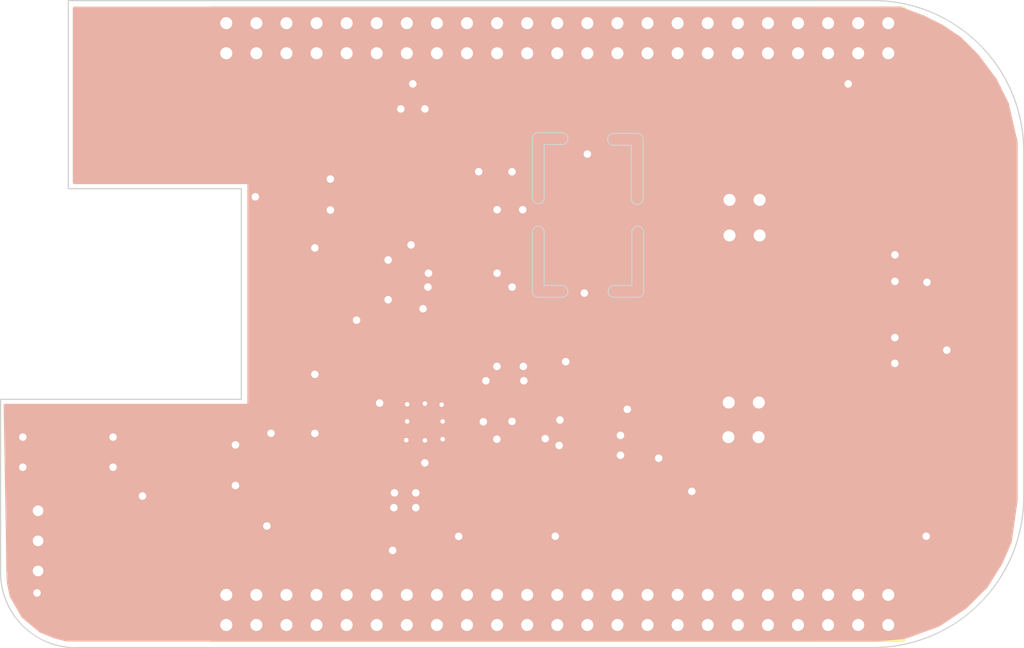
<source format=kicad_pcb>
(kicad_pcb (version 3) (host pcbnew "(2013-05-31 BZR 4019)-stable")

  (general
    (links 147)
    (no_connects 9)
    (area 14.3861 15.697999 102.412001 70.420301)
    (thickness 1.6)
    (drawings 105)
    (tracks 576)
    (zones 0)
    (modules 58)
    (nets 36)
  )

  (page A)
  (title_block 
    (title "BeagleBone Black SensorCape")
    (rev 0.2)
    (company "Michael Leonard")
  )

  (layers
    (15 F.Cu signal)
    (0 B.Cu signal)
    (16 B.Adhes user)
    (17 F.Adhes user)
    (18 B.Paste user)
    (19 F.Paste user)
    (20 B.SilkS user hide)
    (21 F.SilkS user)
    (22 B.Mask user)
    (23 F.Mask user)
    (28 Edge.Cuts user)
  )

  (setup
    (last_trace_width 0.254)
    (user_trace_width 0.1524)
    (user_trace_width 0.381)
    (user_trace_width 0.508)
    (trace_clearance 0.2032)
    (zone_clearance 0.0254)
    (zone_45_only no)
    (trace_min 0.1524)
    (segment_width 0.2)
    (edge_width 0.1)
    (via_size 0.889)
    (via_drill 0.635)
    (via_min_size 0.762)
    (via_min_drill 0.381)
    (user_via 0.762 0.381)
    (uvia_size 0.508)
    (uvia_drill 0.127)
    (uvias_allowed no)
    (uvia_min_size 0.508)
    (uvia_min_drill 0.127)
    (pcb_text_width 0.3)
    (pcb_text_size 1.5 1.5)
    (mod_edge_width 0.3)
    (mod_text_size 1 1)
    (mod_text_width 0.15)
    (pad_size 1.5 2.4)
    (pad_drill 0)
    (pad_to_mask_clearance 0)
    (aux_axis_origin 0 0)
    (visible_elements 7FFE7FDF)
    (pcbplotparams
      (layerselection 284196865)
      (usegerberextensions true)
      (excludeedgelayer true)
      (linewidth 0.150000)
      (plotframeref false)
      (viasonmask false)
      (mode 1)
      (useauxorigin false)
      (hpglpennumber 1)
      (hpglpenspeed 20)
      (hpglpendiameter 15)
      (hpglpenoverlay 2)
      (psnegative false)
      (psa4output false)
      (plotreference false)
      (plotvalue false)
      (plotothertext false)
      (plotinvisibletext false)
      (padsonsilk false)
      (subtractmaskfromsilk false)
      (outputformat 1)
      (mirror false)
      (drillshape 0)
      (scaleselection 1)
      (outputdirectory ../../../Desktop/Gerbs))
  )

  (net 0 "")
  (net 1 3V3B)
  (net 2 AGND)
  (net 3 AH)
  (net 4 AL)
  (net 5 I2C_SCL_2)
  (net 6 I2C_SDA_2)
  (net 7 INT_LT)
  (net 8 INT_M)
  (net 9 INT_T)
  (net 10 IR)
  (net 11 JP1)
  (net 12 JP2)
  (net 13 JP3)
  (net 14 JP4)
  (net 15 LED1)
  (net 16 LED2)
  (net 17 LED3)
  (net 18 LED4)
  (net 19 N-000001)
  (net 20 N-0000011)
  (net 21 N-0000012)
  (net 22 N-0000013)
  (net 23 N-0000014)
  (net 24 N-0000019)
  (net 25 N-000002)
  (net 26 N-0000029)
  (net 27 N-000003)
  (net 28 N-0000039)
  (net 29 N-000004)
  (net 30 N-0000045)
  (net 31 N-0000049)
  (net 32 SW1)
  (net 33 SW2)
  (net 34 SW3)
  (net 35 SW4)

  (net_class Default "This is the default net class."
    (clearance 0.2032)
    (trace_width 0.254)
    (via_dia 0.889)
    (via_drill 0.635)
    (uvia_dia 0.508)
    (uvia_drill 0.127)
    (add_net "")
    (add_net 3V3B)
    (add_net AGND)
    (add_net AH)
    (add_net AL)
    (add_net I2C_SCL_2)
    (add_net I2C_SDA_2)
    (add_net INT_LT)
    (add_net INT_M)
    (add_net INT_T)
    (add_net IR)
    (add_net JP1)
    (add_net JP2)
    (add_net JP3)
    (add_net JP4)
    (add_net LED1)
    (add_net LED2)
    (add_net LED3)
    (add_net LED4)
    (add_net N-000001)
    (add_net N-0000011)
    (add_net N-0000012)
    (add_net N-0000013)
    (add_net N-0000014)
    (add_net N-0000019)
    (add_net N-000002)
    (add_net N-0000029)
    (add_net N-000003)
    (add_net N-0000039)
    (add_net N-000004)
    (add_net N-0000045)
    (add_net N-0000049)
    (add_net SW1)
    (add_net SW2)
    (add_net SW3)
    (add_net SW4)
  )

  (net_class "Small Traces" ""
    (clearance 0.1524)
    (trace_width 0.1524)
    (via_dia 0.762)
    (via_drill 0.381)
    (uvia_dia 0.508)
    (uvia_drill 0.127)
  )

  (module TSOP_3 (layer F.Cu) (tedit 51C3D214) (tstamp 51BE81D4)
    (at 19.1643 61.3537 270)
    (path /51BE27AF)
    (fp_text reference U6 (at 0.0046 1.7682 270) (layer F.SilkS)
      (effects (font (size 1 1) (thickness 0.15)))
    )
    (fp_text value TSOP38238 (at 0 4 270) (layer F.SilkS) hide
      (effects (font (size 1 1) (thickness 0.15)))
    )
    (fp_line (start 2.5 -1.5) (end 2.5 -2.5) (layer F.SilkS) (width 0.4))
    (fp_line (start 2.5 -2.5) (end -2.5 -2.5) (layer F.SilkS) (width 0.4))
    (fp_line (start -2.5 1.5) (end -2.5 2.5) (layer F.SilkS) (width 0.4))
    (fp_line (start -2.5 2.5) (end 2.5 2.5) (layer F.SilkS) (width 0.4))
    (fp_line (start 2.5 2.5) (end 2.5 1.5) (layer F.SilkS) (width 0.4))
    (fp_line (start -2.5 -2.5) (end -2.5 -1.5) (layer F.SilkS) (width 0.4))
    (pad 1 thru_hole circle (at -2.54 0 270) (size 1.5 1.5) (drill 0.9)
      (layers *.Cu *.Mask F.SilkS)
      (net 10 IR)
    )
    (pad 2 thru_hole circle (at 0 0 270) (size 1.5 1.5) (drill 0.9)
      (layers *.Cu *.Mask F.SilkS)
      (net 2 AGND)
    )
    (pad 3 thru_hole circle (at 2.54 0 270) (size 1.5 1.5) (drill 0.9)
      (layers *.Cu *.Mask F.SilkS)
      (net 30 N-0000045)
    )
  )

  (module so-8 (layer F.Cu) (tedit 51C51EDE) (tstamp 51BE8225)
    (at 31.37794 53.87702 270)
    (descr SO-8)
    (path /51BE2FB0)
    (attr smd)
    (fp_text reference U7 (at 0.54152 -0.01818 360) (layer F.SilkS)
      (effects (font (size 0.7493 0.7493) (thickness 0.14986)))
    )
    (fp_text value CAT24C256W (at 0 1.016 270) (layer F.SilkS)
      (effects (font (size 0.7493 0.7493) (thickness 0.14986)))
    )
    (fp_line (start -2.413 -1.9812) (end -2.413 1.9812) (layer F.SilkS) (width 0.127))
    (fp_line (start -2.413 1.9812) (end 2.413 1.9812) (layer F.SilkS) (width 0.127))
    (fp_line (start 2.413 1.9812) (end 2.413 -1.9812) (layer F.SilkS) (width 0.127))
    (fp_line (start 2.413 -1.9812) (end -2.413 -1.9812) (layer F.SilkS) (width 0.127))
    (fp_line (start -1.905 -1.9812) (end -1.905 -3.0734) (layer F.SilkS) (width 0.127))
    (fp_line (start -0.635 -1.9812) (end -0.635 -3.0734) (layer F.SilkS) (width 0.127))
    (fp_line (start 0.635 -1.9812) (end 0.635 -3.0734) (layer F.SilkS) (width 0.127))
    (fp_line (start 1.905 -3.0734) (end 1.905 -1.9812) (layer F.SilkS) (width 0.127))
    (fp_line (start 1.905 1.9812) (end 1.905 3.0734) (layer F.SilkS) (width 0.127))
    (fp_line (start 0.635 3.0734) (end 0.635 1.9812) (layer F.SilkS) (width 0.127))
    (fp_line (start -0.635 3.0734) (end -0.635 1.9812) (layer F.SilkS) (width 0.127))
    (fp_line (start -1.905 3.0734) (end -1.905 1.9812) (layer F.SilkS) (width 0.127))
    (fp_circle (center -1.6764 1.2446) (end -1.9558 1.6256) (layer F.SilkS) (width 0.127))
    (pad 1 smd rect (at -1.905 2.794 270) (size 0.635 1.27)
      (layers F.Cu F.Paste F.Mask)
      (net 22 N-0000013)
    )
    (pad 2 smd rect (at -0.635 2.794 270) (size 0.635 1.27)
      (layers F.Cu F.Paste F.Mask)
      (net 21 N-0000012)
    )
    (pad 3 smd rect (at 0.635 2.794 270) (size 0.635 1.27)
      (layers F.Cu F.Paste F.Mask)
      (net 20 N-0000011)
    )
    (pad 4 smd rect (at 1.905 2.794 270) (size 0.635 1.27)
      (layers F.Cu F.Paste F.Mask)
      (net 2 AGND)
    )
    (pad 5 smd rect (at 1.905 -2.794 270) (size 0.635 1.27)
      (layers F.Cu F.Paste F.Mask)
      (net 6 I2C_SDA_2)
    )
    (pad 6 smd rect (at 0.635 -2.794 270) (size 0.635 1.27)
      (layers F.Cu F.Paste F.Mask)
      (net 5 I2C_SCL_2)
    )
    (pad 7 smd rect (at -0.635 -2.794 270) (size 0.635 1.27)
      (layers F.Cu F.Paste F.Mask)
      (net 23 N-0000014)
    )
    (pad 8 smd rect (at -1.905 -2.794 270) (size 0.635 1.27)
      (layers F.Cu F.Paste F.Mask)
      (net 1 3V3B)
    )
    (model smd/smd_dil/so-8.wrl
      (at (xyz 0 0 0))
      (scale (xyz 1 1 1))
      (rotate (xyz 0 0 0))
    )
  )

  (module SM0805   locked (layer F.Cu) (tedit 51C3D19A) (tstamp 51BE8232)
    (at 30.4867 23.4423 90)
    (path /51BE3CAD)
    (attr smd)
    (fp_text reference R14 (at -0.0273 0.0187 180) (layer F.SilkS)
      (effects (font (size 0.50038 0.50038) (thickness 0.10922)))
    )
    (fp_text value 820 (at 0 0.381 90) (layer F.SilkS)
      (effects (font (size 0.50038 0.50038) (thickness 0.10922)))
    )
    (fp_circle (center -1.651 0.762) (end -1.651 0.635) (layer F.SilkS) (width 0.09906))
    (fp_line (start -0.508 0.762) (end -1.524 0.762) (layer F.SilkS) (width 0.09906))
    (fp_line (start -1.524 0.762) (end -1.524 -0.762) (layer F.SilkS) (width 0.09906))
    (fp_line (start -1.524 -0.762) (end -0.508 -0.762) (layer F.SilkS) (width 0.09906))
    (fp_line (start 0.508 -0.762) (end 1.524 -0.762) (layer F.SilkS) (width 0.09906))
    (fp_line (start 1.524 -0.762) (end 1.524 0.762) (layer F.SilkS) (width 0.09906))
    (fp_line (start 1.524 0.762) (end 0.508 0.762) (layer F.SilkS) (width 0.09906))
    (pad 1 smd rect (at -0.9525 0 90) (size 0.889 1.397)
      (layers F.Cu F.Paste F.Mask)
      (net 18 LED4)
    )
    (pad 2 smd rect (at 0.9525 0 90) (size 0.889 1.397)
      (layers F.Cu F.Paste F.Mask)
      (net 19 N-000001)
    )
    (model smd/chip_cms.wrl
      (at (xyz 0 0 0))
      (scale (xyz 0.1 0.1 0.1))
      (rotate (xyz 0 0 0))
    )
  )

  (module SM0805 (layer F.Cu) (tedit 51C3D4D6) (tstamp 51BE823F)
    (at 29.67714 59.1563 90)
    (path /51BE2E1E)
    (attr smd)
    (fp_text reference R9 (at -0.0508 0.0127 180) (layer F.SilkS)
      (effects (font (size 0.50038 0.50038) (thickness 0.10922)))
    )
    (fp_text value 4.75k (at 0 0.381 90) (layer F.SilkS)
      (effects (font (size 0.50038 0.50038) (thickness 0.10922)))
    )
    (fp_circle (center -1.651 0.762) (end -1.651 0.635) (layer F.SilkS) (width 0.09906))
    (fp_line (start -0.508 0.762) (end -1.524 0.762) (layer F.SilkS) (width 0.09906))
    (fp_line (start -1.524 0.762) (end -1.524 -0.762) (layer F.SilkS) (width 0.09906))
    (fp_line (start -1.524 -0.762) (end -0.508 -0.762) (layer F.SilkS) (width 0.09906))
    (fp_line (start 0.508 -0.762) (end 1.524 -0.762) (layer F.SilkS) (width 0.09906))
    (fp_line (start 1.524 -0.762) (end 1.524 0.762) (layer F.SilkS) (width 0.09906))
    (fp_line (start 1.524 0.762) (end 0.508 0.762) (layer F.SilkS) (width 0.09906))
    (pad 1 smd rect (at -0.9525 0 90) (size 0.889 1.397)
      (layers F.Cu F.Paste F.Mask)
      (net 1 3V3B)
    )
    (pad 2 smd rect (at 0.9525 0 90) (size 0.889 1.397)
      (layers F.Cu F.Paste F.Mask)
      (net 22 N-0000013)
    )
    (model smd/chip_cms.wrl
      (at (xyz 0 0 0))
      (scale (xyz 0.1 0.1 0.1))
      (rotate (xyz 0 0 0))
    )
  )

  (module SM0805 (layer F.Cu) (tedit 51C3D402) (tstamp 51BE824C)
    (at 33.3629 59.1566 90)
    (path /51BE2E2D)
    (attr smd)
    (fp_text reference R8 (at 0.0254 0.0254 180) (layer F.SilkS)
      (effects (font (size 0.50038 0.50038) (thickness 0.10922)))
    )
    (fp_text value 4.75k (at 0 0.381 90) (layer F.SilkS)
      (effects (font (size 0.50038 0.50038) (thickness 0.10922)))
    )
    (fp_circle (center -1.651 0.762) (end -1.651 0.635) (layer F.SilkS) (width 0.09906))
    (fp_line (start -0.508 0.762) (end -1.524 0.762) (layer F.SilkS) (width 0.09906))
    (fp_line (start -1.524 0.762) (end -1.524 -0.762) (layer F.SilkS) (width 0.09906))
    (fp_line (start -1.524 -0.762) (end -0.508 -0.762) (layer F.SilkS) (width 0.09906))
    (fp_line (start 0.508 -0.762) (end 1.524 -0.762) (layer F.SilkS) (width 0.09906))
    (fp_line (start 1.524 -0.762) (end 1.524 0.762) (layer F.SilkS) (width 0.09906))
    (fp_line (start 1.524 0.762) (end 0.508 0.762) (layer F.SilkS) (width 0.09906))
    (pad 1 smd rect (at -0.9525 0 90) (size 0.889 1.397)
      (layers F.Cu F.Paste F.Mask)
      (net 1 3V3B)
    )
    (pad 2 smd rect (at 0.9525 0 90) (size 0.889 1.397)
      (layers F.Cu F.Paste F.Mask)
      (net 21 N-0000012)
    )
    (model smd/chip_cms.wrl
      (at (xyz 0 0 0))
      (scale (xyz 0.1 0.1 0.1))
      (rotate (xyz 0 0 0))
    )
  )

  (module SM0805 (layer F.Cu) (tedit 51C3D4D0) (tstamp 51BE8259)
    (at 31.5214 59.1566 90)
    (path /51BE2E3C)
    (attr smd)
    (fp_text reference R7 (at -0.0427 -0.0176 180) (layer F.SilkS)
      (effects (font (size 0.50038 0.50038) (thickness 0.10922)))
    )
    (fp_text value 4.75k (at 0 0.381 90) (layer F.SilkS)
      (effects (font (size 0.50038 0.50038) (thickness 0.10922)))
    )
    (fp_circle (center -1.651 0.762) (end -1.651 0.635) (layer F.SilkS) (width 0.09906))
    (fp_line (start -0.508 0.762) (end -1.524 0.762) (layer F.SilkS) (width 0.09906))
    (fp_line (start -1.524 0.762) (end -1.524 -0.762) (layer F.SilkS) (width 0.09906))
    (fp_line (start -1.524 -0.762) (end -0.508 -0.762) (layer F.SilkS) (width 0.09906))
    (fp_line (start 0.508 -0.762) (end 1.524 -0.762) (layer F.SilkS) (width 0.09906))
    (fp_line (start 1.524 -0.762) (end 1.524 0.762) (layer F.SilkS) (width 0.09906))
    (fp_line (start 1.524 0.762) (end 0.508 0.762) (layer F.SilkS) (width 0.09906))
    (pad 1 smd rect (at -0.9525 0 90) (size 0.889 1.397)
      (layers F.Cu F.Paste F.Mask)
      (net 1 3V3B)
    )
    (pad 2 smd rect (at 0.9525 0 90) (size 0.889 1.397)
      (layers F.Cu F.Paste F.Mask)
      (net 20 N-0000011)
    )
    (model smd/chip_cms.wrl
      (at (xyz 0 0 0))
      (scale (xyz 0.1 0.1 0.1))
      (rotate (xyz 0 0 0))
    )
  )

  (module SM0805 (layer F.Cu) (tedit 51C525AD) (tstamp 51BE8266)
    (at 35.2298 59.1439 270)
    (path /51BE345F)
    (attr smd)
    (fp_text reference R10 (at -0.0137 -0.0069 360) (layer F.SilkS)
      (effects (font (size 0.50038 0.50038) (thickness 0.10922)))
    )
    (fp_text value 10k (at 0 0.381 270) (layer F.SilkS)
      (effects (font (size 0.50038 0.50038) (thickness 0.10922)))
    )
    (fp_circle (center -1.651 0.762) (end -1.651 0.635) (layer F.SilkS) (width 0.09906))
    (fp_line (start -0.508 0.762) (end -1.524 0.762) (layer F.SilkS) (width 0.09906))
    (fp_line (start -1.524 0.762) (end -1.524 -0.762) (layer F.SilkS) (width 0.09906))
    (fp_line (start -1.524 -0.762) (end -0.508 -0.762) (layer F.SilkS) (width 0.09906))
    (fp_line (start 0.508 -0.762) (end 1.524 -0.762) (layer F.SilkS) (width 0.09906))
    (fp_line (start 1.524 -0.762) (end 1.524 0.762) (layer F.SilkS) (width 0.09906))
    (fp_line (start 1.524 0.762) (end 0.508 0.762) (layer F.SilkS) (width 0.09906))
    (pad 1 smd rect (at -0.9525 0 270) (size 0.889 1.397)
      (layers F.Cu F.Paste F.Mask)
      (net 23 N-0000014)
    )
    (pad 2 smd rect (at 0.9525 0 270) (size 0.889 1.397)
      (layers F.Cu F.Paste F.Mask)
      (net 1 3V3B)
    )
    (model smd/chip_cms.wrl
      (at (xyz 0 0 0))
      (scale (xyz 0.1 0.1 0.1))
      (rotate (xyz 0 0 0))
    )
  )

  (module SM0805 (layer F.Cu) (tedit 51C3D3F4) (tstamp 51BE8280)
    (at 33.3883 62.5856 270)
    (path /51BE3922)
    (attr smd)
    (fp_text reference C15 (at -0.04778 0.02868 360) (layer F.SilkS)
      (effects (font (size 0.50038 0.50038) (thickness 0.10922)))
    )
    (fp_text value 0.1u (at 0 0.381 270) (layer F.SilkS)
      (effects (font (size 0.50038 0.50038) (thickness 0.10922)))
    )
    (fp_circle (center -1.651 0.762) (end -1.651 0.635) (layer F.SilkS) (width 0.09906))
    (fp_line (start -0.508 0.762) (end -1.524 0.762) (layer F.SilkS) (width 0.09906))
    (fp_line (start -1.524 0.762) (end -1.524 -0.762) (layer F.SilkS) (width 0.09906))
    (fp_line (start -1.524 -0.762) (end -0.508 -0.762) (layer F.SilkS) (width 0.09906))
    (fp_line (start 0.508 -0.762) (end 1.524 -0.762) (layer F.SilkS) (width 0.09906))
    (fp_line (start 1.524 -0.762) (end 1.524 0.762) (layer F.SilkS) (width 0.09906))
    (fp_line (start 1.524 0.762) (end 0.508 0.762) (layer F.SilkS) (width 0.09906))
    (pad 1 smd rect (at -0.9525 0 270) (size 0.889 1.397)
      (layers F.Cu F.Paste F.Mask)
      (net 1 3V3B)
    )
    (pad 2 smd rect (at 0.9525 0 270) (size 0.889 1.397)
      (layers F.Cu F.Paste F.Mask)
      (net 2 AGND)
    )
    (model smd/chip_cms.wrl
      (at (xyz 0 0 0))
      (scale (xyz 0.1 0.1 0.1))
      (rotate (xyz 0 0 0))
    )
  )

  (module SM0805   locked (layer F.Cu) (tedit 51C3D1A0) (tstamp 51BE828D)
    (at 24.7717 23.4423 90)
    (path /51BE3C80)
    (attr smd)
    (fp_text reference R11 (at -0.0019 0.006 180) (layer F.SilkS)
      (effects (font (size 0.50038 0.50038) (thickness 0.10922)))
    )
    (fp_text value 820 (at 0 0.381 90) (layer F.SilkS)
      (effects (font (size 0.50038 0.50038) (thickness 0.10922)))
    )
    (fp_circle (center -1.651 0.762) (end -1.651 0.635) (layer F.SilkS) (width 0.09906))
    (fp_line (start -0.508 0.762) (end -1.524 0.762) (layer F.SilkS) (width 0.09906))
    (fp_line (start -1.524 0.762) (end -1.524 -0.762) (layer F.SilkS) (width 0.09906))
    (fp_line (start -1.524 -0.762) (end -0.508 -0.762) (layer F.SilkS) (width 0.09906))
    (fp_line (start 0.508 -0.762) (end 1.524 -0.762) (layer F.SilkS) (width 0.09906))
    (fp_line (start 1.524 -0.762) (end 1.524 0.762) (layer F.SilkS) (width 0.09906))
    (fp_line (start 1.524 0.762) (end 0.508 0.762) (layer F.SilkS) (width 0.09906))
    (pad 1 smd rect (at -0.9525 0 90) (size 0.889 1.397)
      (layers F.Cu F.Paste F.Mask)
      (net 15 LED1)
    )
    (pad 2 smd rect (at 0.9525 0 90) (size 0.889 1.397)
      (layers F.Cu F.Paste F.Mask)
      (net 29 N-000004)
    )
    (model smd/chip_cms.wrl
      (at (xyz 0 0 0))
      (scale (xyz 0.1 0.1 0.1))
      (rotate (xyz 0 0 0))
    )
  )

  (module SM0805   locked (layer F.Cu) (tedit 51C3D19F) (tstamp 51BE829A)
    (at 26.6767 23.4423 90)
    (path /51BE3C8F)
    (attr smd)
    (fp_text reference R12 (at -0.0019 -0.0067 180) (layer F.SilkS)
      (effects (font (size 0.50038 0.50038) (thickness 0.10922)))
    )
    (fp_text value 820 (at 0 0.381 90) (layer F.SilkS)
      (effects (font (size 0.50038 0.50038) (thickness 0.10922)))
    )
    (fp_circle (center -1.651 0.762) (end -1.651 0.635) (layer F.SilkS) (width 0.09906))
    (fp_line (start -0.508 0.762) (end -1.524 0.762) (layer F.SilkS) (width 0.09906))
    (fp_line (start -1.524 0.762) (end -1.524 -0.762) (layer F.SilkS) (width 0.09906))
    (fp_line (start -1.524 -0.762) (end -0.508 -0.762) (layer F.SilkS) (width 0.09906))
    (fp_line (start 0.508 -0.762) (end 1.524 -0.762) (layer F.SilkS) (width 0.09906))
    (fp_line (start 1.524 -0.762) (end 1.524 0.762) (layer F.SilkS) (width 0.09906))
    (fp_line (start 1.524 0.762) (end 0.508 0.762) (layer F.SilkS) (width 0.09906))
    (pad 1 smd rect (at -0.9525 0 90) (size 0.889 1.397)
      (layers F.Cu F.Paste F.Mask)
      (net 16 LED2)
    )
    (pad 2 smd rect (at 0.9525 0 90) (size 0.889 1.397)
      (layers F.Cu F.Paste F.Mask)
      (net 27 N-000003)
    )
    (model smd/chip_cms.wrl
      (at (xyz 0 0 0))
      (scale (xyz 0.1 0.1 0.1))
      (rotate (xyz 0 0 0))
    )
  )

  (module SM0805   locked (layer F.Cu) (tedit 51C3D19E) (tstamp 51BE82A7)
    (at 28.5817 23.4423 90)
    (path /51BE3C9E)
    (attr smd)
    (fp_text reference R13 (at -0.0019 0.006 180) (layer F.SilkS)
      (effects (font (size 0.50038 0.50038) (thickness 0.10922)))
    )
    (fp_text value 820 (at 0 0.381 90) (layer F.SilkS)
      (effects (font (size 0.50038 0.50038) (thickness 0.10922)))
    )
    (fp_circle (center -1.651 0.762) (end -1.651 0.635) (layer F.SilkS) (width 0.09906))
    (fp_line (start -0.508 0.762) (end -1.524 0.762) (layer F.SilkS) (width 0.09906))
    (fp_line (start -1.524 0.762) (end -1.524 -0.762) (layer F.SilkS) (width 0.09906))
    (fp_line (start -1.524 -0.762) (end -0.508 -0.762) (layer F.SilkS) (width 0.09906))
    (fp_line (start 0.508 -0.762) (end 1.524 -0.762) (layer F.SilkS) (width 0.09906))
    (fp_line (start 1.524 -0.762) (end 1.524 0.762) (layer F.SilkS) (width 0.09906))
    (fp_line (start 1.524 0.762) (end 0.508 0.762) (layer F.SilkS) (width 0.09906))
    (pad 1 smd rect (at -0.9525 0 90) (size 0.889 1.397)
      (layers F.Cu F.Paste F.Mask)
      (net 17 LED3)
    )
    (pad 2 smd rect (at 0.9525 0 90) (size 0.889 1.397)
      (layers F.Cu F.Paste F.Mask)
      (net 25 N-000002)
    )
    (model smd/chip_cms.wrl
      (at (xyz 0 0 0))
      (scale (xyz 0.1 0.1 0.1))
      (rotate (xyz 0 0 0))
    )
  )

  (module SM0805 (layer F.Cu) (tedit 51C3D1BF) (tstamp 51BE82B4)
    (at 96.457 26.313 180)
    (path /51BE47A0)
    (attr smd)
    (fp_text reference C18 (at -0.0432 -0.0262 270) (layer F.SilkS)
      (effects (font (size 0.50038 0.50038) (thickness 0.10922)))
    )
    (fp_text value 100n (at 0 0.381 180) (layer F.SilkS)
      (effects (font (size 0.50038 0.50038) (thickness 0.10922)))
    )
    (fp_circle (center -1.651 0.762) (end -1.651 0.635) (layer F.SilkS) (width 0.09906))
    (fp_line (start -0.508 0.762) (end -1.524 0.762) (layer F.SilkS) (width 0.09906))
    (fp_line (start -1.524 0.762) (end -1.524 -0.762) (layer F.SilkS) (width 0.09906))
    (fp_line (start -1.524 -0.762) (end -0.508 -0.762) (layer F.SilkS) (width 0.09906))
    (fp_line (start 0.508 -0.762) (end 1.524 -0.762) (layer F.SilkS) (width 0.09906))
    (fp_line (start 1.524 -0.762) (end 1.524 0.762) (layer F.SilkS) (width 0.09906))
    (fp_line (start 1.524 0.762) (end 0.508 0.762) (layer F.SilkS) (width 0.09906))
    (pad 1 smd rect (at -0.9525 0 180) (size 0.889 1.397)
      (layers F.Cu F.Paste F.Mask)
      (net 13 JP3)
    )
    (pad 2 smd rect (at 0.9525 0 180) (size 0.889 1.397)
      (layers F.Cu F.Paste F.Mask)
      (net 2 AGND)
    )
    (model smd/chip_cms.wrl
      (at (xyz 0 0 0))
      (scale (xyz 0.1 0.1 0.1))
      (rotate (xyz 0 0 0))
    )
  )

  (module SM0805 (layer F.Cu) (tedit 51C3D261) (tstamp 51BE82C1)
    (at 96.474 58.3816 180)
    (path /51BE47D4)
    (attr smd)
    (fp_text reference R18 (at 0.0106 -0.0053 270) (layer F.SilkS)
      (effects (font (size 0.50038 0.50038) (thickness 0.10922)))
    )
    (fp_text value 10k (at 0 0.381 180) (layer F.SilkS)
      (effects (font (size 0.50038 0.50038) (thickness 0.10922)))
    )
    (fp_circle (center -1.651 0.762) (end -1.651 0.635) (layer F.SilkS) (width 0.09906))
    (fp_line (start -0.508 0.762) (end -1.524 0.762) (layer F.SilkS) (width 0.09906))
    (fp_line (start -1.524 0.762) (end -1.524 -0.762) (layer F.SilkS) (width 0.09906))
    (fp_line (start -1.524 -0.762) (end -0.508 -0.762) (layer F.SilkS) (width 0.09906))
    (fp_line (start 0.508 -0.762) (end 1.524 -0.762) (layer F.SilkS) (width 0.09906))
    (fp_line (start 1.524 -0.762) (end 1.524 0.762) (layer F.SilkS) (width 0.09906))
    (fp_line (start 1.524 0.762) (end 0.508 0.762) (layer F.SilkS) (width 0.09906))
    (pad 1 smd rect (at -0.9525 0 180) (size 0.889 1.397)
      (layers F.Cu F.Paste F.Mask)
      (net 1 3V3B)
    )
    (pad 2 smd rect (at 0.9525 0 180) (size 0.889 1.397)
      (layers F.Cu F.Paste F.Mask)
      (net 14 JP4)
    )
    (model smd/chip_cms.wrl
      (at (xyz 0 0 0))
      (scale (xyz 0.1 0.1 0.1))
      (rotate (xyz 0 0 0))
    )
  )

  (module SM0805 (layer F.Cu) (tedit 51C3D1B5) (tstamp 51BE82CE)
    (at 96.431 43.4046)
    (path /51BE47CE)
    (attr smd)
    (fp_text reference C19 (at 0.0213 -0.0373 90) (layer F.SilkS)
      (effects (font (size 0.50038 0.50038) (thickness 0.10922)))
    )
    (fp_text value 100n (at 0 0.381) (layer F.SilkS)
      (effects (font (size 0.50038 0.50038) (thickness 0.10922)))
    )
    (fp_circle (center -1.651 0.762) (end -1.651 0.635) (layer F.SilkS) (width 0.09906))
    (fp_line (start -0.508 0.762) (end -1.524 0.762) (layer F.SilkS) (width 0.09906))
    (fp_line (start -1.524 0.762) (end -1.524 -0.762) (layer F.SilkS) (width 0.09906))
    (fp_line (start -1.524 -0.762) (end -0.508 -0.762) (layer F.SilkS) (width 0.09906))
    (fp_line (start 0.508 -0.762) (end 1.524 -0.762) (layer F.SilkS) (width 0.09906))
    (fp_line (start 1.524 -0.762) (end 1.524 0.762) (layer F.SilkS) (width 0.09906))
    (fp_line (start 1.524 0.762) (end 0.508 0.762) (layer F.SilkS) (width 0.09906))
    (pad 1 smd rect (at -0.9525 0) (size 0.889 1.397)
      (layers F.Cu F.Paste F.Mask)
      (net 14 JP4)
    )
    (pad 2 smd rect (at 0.9525 0) (size 0.889 1.397)
      (layers F.Cu F.Paste F.Mask)
      (net 2 AGND)
    )
    (model smd/chip_cms.wrl
      (at (xyz 0 0 0))
      (scale (xyz 0.1 0.1 0.1))
      (rotate (xyz 0 0 0))
    )
  )

  (module SM0805 (layer F.Cu) (tedit 51C3D24F) (tstamp 51BE82DB)
    (at 96.45 41.29)
    (path /51BE47A6)
    (attr smd)
    (fp_text reference R17 (at -0.0132 -0.0211 90) (layer F.SilkS)
      (effects (font (size 0.50038 0.50038) (thickness 0.10922)))
    )
    (fp_text value 10k (at 0 0.381) (layer F.SilkS)
      (effects (font (size 0.50038 0.50038) (thickness 0.10922)))
    )
    (fp_circle (center -1.651 0.762) (end -1.651 0.635) (layer F.SilkS) (width 0.09906))
    (fp_line (start -0.508 0.762) (end -1.524 0.762) (layer F.SilkS) (width 0.09906))
    (fp_line (start -1.524 0.762) (end -1.524 -0.762) (layer F.SilkS) (width 0.09906))
    (fp_line (start -1.524 -0.762) (end -0.508 -0.762) (layer F.SilkS) (width 0.09906))
    (fp_line (start 0.508 -0.762) (end 1.524 -0.762) (layer F.SilkS) (width 0.09906))
    (fp_line (start 1.524 -0.762) (end 1.524 0.762) (layer F.SilkS) (width 0.09906))
    (fp_line (start 1.524 0.762) (end 0.508 0.762) (layer F.SilkS) (width 0.09906))
    (pad 1 smd rect (at -0.9525 0) (size 0.889 1.397)
      (layers F.Cu F.Paste F.Mask)
      (net 1 3V3B)
    )
    (pad 2 smd rect (at 0.9525 0) (size 0.889 1.397)
      (layers F.Cu F.Paste F.Mask)
      (net 13 JP3)
    )
    (model smd/chip_cms.wrl
      (at (xyz 0 0 0))
      (scale (xyz 0.1 0.1 0.1))
      (rotate (xyz 0 0 0))
    )
  )

  (module SM0805 (layer F.Cu) (tedit 51C3D230) (tstamp 51BE82E8)
    (at 86.60916 58.40656 180)
    (path /51BE42CF)
    (attr smd)
    (fp_text reference C16 (at -0.0321 -0.0302 270) (layer F.SilkS)
      (effects (font (size 0.50038 0.50038) (thickness 0.10922)))
    )
    (fp_text value 100n (at 0 0.381 180) (layer F.SilkS)
      (effects (font (size 0.50038 0.50038) (thickness 0.10922)))
    )
    (fp_circle (center -1.651 0.762) (end -1.651 0.635) (layer F.SilkS) (width 0.09906))
    (fp_line (start -0.508 0.762) (end -1.524 0.762) (layer F.SilkS) (width 0.09906))
    (fp_line (start -1.524 0.762) (end -1.524 -0.762) (layer F.SilkS) (width 0.09906))
    (fp_line (start -1.524 -0.762) (end -0.508 -0.762) (layer F.SilkS) (width 0.09906))
    (fp_line (start 0.508 -0.762) (end 1.524 -0.762) (layer F.SilkS) (width 0.09906))
    (fp_line (start 1.524 -0.762) (end 1.524 0.762) (layer F.SilkS) (width 0.09906))
    (fp_line (start 1.524 0.762) (end 0.508 0.762) (layer F.SilkS) (width 0.09906))
    (pad 1 smd rect (at -0.9525 0 180) (size 0.889 1.397)
      (layers F.Cu F.Paste F.Mask)
      (net 11 JP1)
    )
    (pad 2 smd rect (at 0.9525 0 180) (size 0.889 1.397)
      (layers F.Cu F.Paste F.Mask)
      (net 2 AGND)
    )
    (model smd/chip_cms.wrl
      (at (xyz 0 0 0))
      (scale (xyz 0.1 0.1 0.1))
      (rotate (xyz 0 0 0))
    )
  )

  (module SM0805 (layer F.Cu) (tedit 51C3D248) (tstamp 51BE82F5)
    (at 86.50216 43.43356)
    (path /51BE42DE)
    (attr smd)
    (fp_text reference R15 (at 0.0282 0.0347 90) (layer F.SilkS)
      (effects (font (size 0.50038 0.50038) (thickness 0.10922)))
    )
    (fp_text value 10k (at 0 0.381) (layer F.SilkS)
      (effects (font (size 0.50038 0.50038) (thickness 0.10922)))
    )
    (fp_circle (center -1.651 0.762) (end -1.651 0.635) (layer F.SilkS) (width 0.09906))
    (fp_line (start -0.508 0.762) (end -1.524 0.762) (layer F.SilkS) (width 0.09906))
    (fp_line (start -1.524 0.762) (end -1.524 -0.762) (layer F.SilkS) (width 0.09906))
    (fp_line (start -1.524 -0.762) (end -0.508 -0.762) (layer F.SilkS) (width 0.09906))
    (fp_line (start 0.508 -0.762) (end 1.524 -0.762) (layer F.SilkS) (width 0.09906))
    (fp_line (start 1.524 -0.762) (end 1.524 0.762) (layer F.SilkS) (width 0.09906))
    (fp_line (start 1.524 0.762) (end 0.508 0.762) (layer F.SilkS) (width 0.09906))
    (pad 1 smd rect (at -0.9525 0) (size 0.889 1.397)
      (layers F.Cu F.Paste F.Mask)
      (net 1 3V3B)
    )
    (pad 2 smd rect (at 0.9525 0) (size 0.889 1.397)
      (layers F.Cu F.Paste F.Mask)
      (net 11 JP1)
    )
    (model smd/chip_cms.wrl
      (at (xyz 0 0 0))
      (scale (xyz 0.1 0.1 0.1))
      (rotate (xyz 0 0 0))
    )
  )

  (module SM0805 (layer F.Cu) (tedit 51C3D228) (tstamp 51BE8302)
    (at 86.50784 41.27312)
    (path /51BE4771)
    (attr smd)
    (fp_text reference C17 (at 0.0459 0.0548 90) (layer F.SilkS)
      (effects (font (size 0.50038 0.50038) (thickness 0.10922)))
    )
    (fp_text value 100n (at 0 0.381) (layer F.SilkS)
      (effects (font (size 0.50038 0.50038) (thickness 0.10922)))
    )
    (fp_circle (center -1.651 0.762) (end -1.651 0.635) (layer F.SilkS) (width 0.09906))
    (fp_line (start -0.508 0.762) (end -1.524 0.762) (layer F.SilkS) (width 0.09906))
    (fp_line (start -1.524 0.762) (end -1.524 -0.762) (layer F.SilkS) (width 0.09906))
    (fp_line (start -1.524 -0.762) (end -0.508 -0.762) (layer F.SilkS) (width 0.09906))
    (fp_line (start 0.508 -0.762) (end 1.524 -0.762) (layer F.SilkS) (width 0.09906))
    (fp_line (start 1.524 -0.762) (end 1.524 0.762) (layer F.SilkS) (width 0.09906))
    (fp_line (start 1.524 0.762) (end 0.508 0.762) (layer F.SilkS) (width 0.09906))
    (pad 1 smd rect (at -0.9525 0) (size 0.889 1.397)
      (layers F.Cu F.Paste F.Mask)
      (net 12 JP2)
    )
    (pad 2 smd rect (at 0.9525 0) (size 0.889 1.397)
      (layers F.Cu F.Paste F.Mask)
      (net 2 AGND)
    )
    (model smd/chip_cms.wrl
      (at (xyz 0 0 0))
      (scale (xyz 0.1 0.1 0.1))
      (rotate (xyz 0 0 0))
    )
  )

  (module SM0805 (layer F.Cu) (tedit 51C3D25A) (tstamp 51BE830F)
    (at 86.60084 26.35012 180)
    (path /51BE4777)
    (attr smd)
    (fp_text reference R16 (at 0.0155 0.0262 270) (layer F.SilkS)
      (effects (font (size 0.50038 0.50038) (thickness 0.10922)))
    )
    (fp_text value 10k (at 0 0.381 180) (layer F.SilkS)
      (effects (font (size 0.50038 0.50038) (thickness 0.10922)))
    )
    (fp_circle (center -1.651 0.762) (end -1.651 0.635) (layer F.SilkS) (width 0.09906))
    (fp_line (start -0.508 0.762) (end -1.524 0.762) (layer F.SilkS) (width 0.09906))
    (fp_line (start -1.524 0.762) (end -1.524 -0.762) (layer F.SilkS) (width 0.09906))
    (fp_line (start -1.524 -0.762) (end -0.508 -0.762) (layer F.SilkS) (width 0.09906))
    (fp_line (start 0.508 -0.762) (end 1.524 -0.762) (layer F.SilkS) (width 0.09906))
    (fp_line (start 1.524 -0.762) (end 1.524 0.762) (layer F.SilkS) (width 0.09906))
    (fp_line (start 1.524 0.762) (end 0.508 0.762) (layer F.SilkS) (width 0.09906))
    (pad 1 smd rect (at -0.9525 0 180) (size 0.889 1.397)
      (layers F.Cu F.Paste F.Mask)
      (net 1 3V3B)
    )
    (pad 2 smd rect (at 0.9525 0 180) (size 0.889 1.397)
      (layers F.Cu F.Paste F.Mask)
      (net 12 JP2)
    )
    (model smd/chip_cms.wrl
      (at (xyz 0 0 0))
      (scale (xyz 0.1 0.1 0.1))
      (rotate (xyz 0 0 0))
    )
  )

  (module SM0805 (layer F.Cu) (tedit 51C3D463) (tstamp 51BE8329)
    (at 63.2122 48.9051 270)
    (path /51BD2DEA)
    (attr smd)
    (fp_text reference C3 (at 0.0512 0.0548 360) (layer F.SilkS)
      (effects (font (size 0.50038 0.50038) (thickness 0.10922)))
    )
    (fp_text value 0.1u (at 0 0.381 270) (layer F.SilkS)
      (effects (font (size 0.50038 0.50038) (thickness 0.10922)))
    )
    (fp_circle (center -1.651 0.762) (end -1.651 0.635) (layer F.SilkS) (width 0.09906))
    (fp_line (start -0.508 0.762) (end -1.524 0.762) (layer F.SilkS) (width 0.09906))
    (fp_line (start -1.524 0.762) (end -1.524 -0.762) (layer F.SilkS) (width 0.09906))
    (fp_line (start -1.524 -0.762) (end -0.508 -0.762) (layer F.SilkS) (width 0.09906))
    (fp_line (start 0.508 -0.762) (end 1.524 -0.762) (layer F.SilkS) (width 0.09906))
    (fp_line (start 1.524 -0.762) (end 1.524 0.762) (layer F.SilkS) (width 0.09906))
    (fp_line (start 1.524 0.762) (end 0.508 0.762) (layer F.SilkS) (width 0.09906))
    (pad 1 smd rect (at -0.9525 0 270) (size 0.889 1.397)
      (layers F.Cu F.Paste F.Mask)
      (net 1 3V3B)
    )
    (pad 2 smd rect (at 0.9525 0 270) (size 0.889 1.397)
      (layers F.Cu F.Paste F.Mask)
      (net 2 AGND)
    )
    (model smd/chip_cms.wrl
      (at (xyz 0 0 0))
      (scale (xyz 0.1 0.1 0.1))
      (rotate (xyz 0 0 0))
    )
  )

  (module SM0805 (layer F.Cu) (tedit 51C52B33) (tstamp 51BE8336)
    (at 66.6158 52.3722 270)
    (path /51BD2EAF)
    (attr smd)
    (fp_text reference C2 (at 0.0456 -0.0316 360) (layer F.SilkS)
      (effects (font (size 0.50038 0.50038) (thickness 0.10922)))
    )
    (fp_text value 0.1u (at 0 0.381 270) (layer F.SilkS)
      (effects (font (size 0.50038 0.50038) (thickness 0.10922)))
    )
    (fp_circle (center -1.651 0.762) (end -1.651 0.635) (layer F.SilkS) (width 0.09906))
    (fp_line (start -0.508 0.762) (end -1.524 0.762) (layer F.SilkS) (width 0.09906))
    (fp_line (start -1.524 0.762) (end -1.524 -0.762) (layer F.SilkS) (width 0.09906))
    (fp_line (start -1.524 -0.762) (end -0.508 -0.762) (layer F.SilkS) (width 0.09906))
    (fp_line (start 0.508 -0.762) (end 1.524 -0.762) (layer F.SilkS) (width 0.09906))
    (fp_line (start 1.524 -0.762) (end 1.524 0.762) (layer F.SilkS) (width 0.09906))
    (fp_line (start 1.524 0.762) (end 0.508 0.762) (layer F.SilkS) (width 0.09906))
    (pad 1 smd rect (at -0.9525 0 270) (size 0.889 1.397)
      (layers F.Cu F.Paste F.Mask)
      (net 28 N-0000039)
    )
    (pad 2 smd rect (at 0.9525 0 270) (size 0.889 1.397)
      (layers F.Cu F.Paste F.Mask)
      (net 2 AGND)
    )
    (model smd/chip_cms.wrl
      (at (xyz 0 0 0))
      (scale (xyz 0.1 0.1 0.1))
      (rotate (xyz 0 0 0))
    )
  )

  (module SM0805 (layer F.Cu) (tedit 51C3D473) (tstamp 51BE8343)
    (at 64.7616 52.36204 270)
    (path /51BD2F9C)
    (attr smd)
    (fp_text reference C1 (at -0.0431 -0.03652 360) (layer F.SilkS)
      (effects (font (size 0.50038 0.50038) (thickness 0.10922)))
    )
    (fp_text value 10n (at 0 0.381 270) (layer F.SilkS)
      (effects (font (size 0.50038 0.50038) (thickness 0.10922)))
    )
    (fp_circle (center -1.651 0.762) (end -1.651 0.635) (layer F.SilkS) (width 0.09906))
    (fp_line (start -0.508 0.762) (end -1.524 0.762) (layer F.SilkS) (width 0.09906))
    (fp_line (start -1.524 0.762) (end -1.524 -0.762) (layer F.SilkS) (width 0.09906))
    (fp_line (start -1.524 -0.762) (end -0.508 -0.762) (layer F.SilkS) (width 0.09906))
    (fp_line (start 0.508 -0.762) (end 1.524 -0.762) (layer F.SilkS) (width 0.09906))
    (fp_line (start 1.524 -0.762) (end 1.524 0.762) (layer F.SilkS) (width 0.09906))
    (fp_line (start 1.524 0.762) (end 0.508 0.762) (layer F.SilkS) (width 0.09906))
    (pad 1 smd rect (at -0.9525 0 270) (size 0.889 1.397)
      (layers F.Cu F.Paste F.Mask)
      (net 1 3V3B)
    )
    (pad 2 smd rect (at 0.9525 0 270) (size 0.889 1.397)
      (layers F.Cu F.Paste F.Mask)
      (net 2 AGND)
    )
    (model smd/chip_cms.wrl
      (at (xyz 0 0 0))
      (scale (xyz 0.1 0.1 0.1))
      (rotate (xyz 0 0 0))
    )
  )

  (module SM0805 (layer F.Cu) (tedit 51C3D45A) (tstamp 51BE8350)
    (at 69.37424 47.85608 90)
    (path /51BD304C)
    (attr smd)
    (fp_text reference C4 (at 0.0421 0.0167 180) (layer F.SilkS)
      (effects (font (size 0.50038 0.50038) (thickness 0.10922)))
    )
    (fp_text value 2.2n (at 0 0.381 90) (layer F.SilkS)
      (effects (font (size 0.50038 0.50038) (thickness 0.10922)))
    )
    (fp_circle (center -1.651 0.762) (end -1.651 0.635) (layer F.SilkS) (width 0.09906))
    (fp_line (start -0.508 0.762) (end -1.524 0.762) (layer F.SilkS) (width 0.09906))
    (fp_line (start -1.524 0.762) (end -1.524 -0.762) (layer F.SilkS) (width 0.09906))
    (fp_line (start -1.524 -0.762) (end -0.508 -0.762) (layer F.SilkS) (width 0.09906))
    (fp_line (start 0.508 -0.762) (end 1.524 -0.762) (layer F.SilkS) (width 0.09906))
    (fp_line (start 1.524 -0.762) (end 1.524 0.762) (layer F.SilkS) (width 0.09906))
    (fp_line (start 1.524 0.762) (end 0.508 0.762) (layer F.SilkS) (width 0.09906))
    (pad 1 smd rect (at -0.9525 0 90) (size 0.889 1.397)
      (layers F.Cu F.Paste F.Mask)
      (net 2 AGND)
    )
    (pad 2 smd rect (at 0.9525 0 90) (size 0.889 1.397)
      (layers F.Cu F.Paste F.Mask)
      (net 26 N-0000029)
    )
    (model smd/chip_cms.wrl
      (at (xyz 0 0 0))
      (scale (xyz 0.1 0.1 0.1))
      (rotate (xyz 0 0 0))
    )
  )

  (module SM0805 (layer F.Cu) (tedit 51C3D168) (tstamp 51C12BC8)
    (at 49.15408 54.77764 180)
    (path /51BD35E8)
    (attr smd)
    (fp_text reference R1 (at 0 0 270) (layer F.SilkS)
      (effects (font (size 0.50038 0.50038) (thickness 0.10922)))
    )
    (fp_text value 10k (at 0 0.381 180) (layer F.SilkS)
      (effects (font (size 0.50038 0.50038) (thickness 0.10922)))
    )
    (fp_circle (center -1.651 0.762) (end -1.651 0.635) (layer F.SilkS) (width 0.09906))
    (fp_line (start -0.508 0.762) (end -1.524 0.762) (layer F.SilkS) (width 0.09906))
    (fp_line (start -1.524 0.762) (end -1.524 -0.762) (layer F.SilkS) (width 0.09906))
    (fp_line (start -1.524 -0.762) (end -0.508 -0.762) (layer F.SilkS) (width 0.09906))
    (fp_line (start 0.508 -0.762) (end 1.524 -0.762) (layer F.SilkS) (width 0.09906))
    (fp_line (start 1.524 -0.762) (end 1.524 0.762) (layer F.SilkS) (width 0.09906))
    (fp_line (start 1.524 0.762) (end 0.508 0.762) (layer F.SilkS) (width 0.09906))
    (pad 1 smd rect (at -0.9525 0 180) (size 0.889 1.397)
      (layers F.Cu F.Paste F.Mask)
      (net 9 INT_T)
    )
    (pad 2 smd rect (at 0.9525 0 180) (size 0.889 1.397)
      (layers F.Cu F.Paste F.Mask)
      (net 1 3V3B)
    )
    (model smd/chip_cms.wrl
      (at (xyz 0 0 0))
      (scale (xyz 0.1 0.1 0.1))
      (rotate (xyz 0 0 0))
    )
  )

  (module SM0805 (layer F.Cu) (tedit 51C3D4B6) (tstamp 51BE839E)
    (at 60.579 58.95848 270)
    (path /51BE4754/51BE478F)
    (attr smd)
    (fp_text reference R22 (at -0.0419 -0.0842 360) (layer F.SilkS)
      (effects (font (size 0.50038 0.50038) (thickness 0.10922)))
    )
    (fp_text value 4.7k (at 0 0.381 270) (layer F.SilkS)
      (effects (font (size 0.50038 0.50038) (thickness 0.10922)))
    )
    (fp_circle (center -1.651 0.762) (end -1.651 0.635) (layer F.SilkS) (width 0.09906))
    (fp_line (start -0.508 0.762) (end -1.524 0.762) (layer F.SilkS) (width 0.09906))
    (fp_line (start -1.524 0.762) (end -1.524 -0.762) (layer F.SilkS) (width 0.09906))
    (fp_line (start -1.524 -0.762) (end -0.508 -0.762) (layer F.SilkS) (width 0.09906))
    (fp_line (start 0.508 -0.762) (end 1.524 -0.762) (layer F.SilkS) (width 0.09906))
    (fp_line (start 1.524 -0.762) (end 1.524 0.762) (layer F.SilkS) (width 0.09906))
    (fp_line (start 1.524 0.762) (end 0.508 0.762) (layer F.SilkS) (width 0.09906))
    (pad 1 smd rect (at -0.9525 0 270) (size 0.889 1.397)
      (layers F.Cu F.Paste F.Mask)
      (net 5 I2C_SCL_2)
    )
    (pad 2 smd rect (at 0.9525 0 270) (size 0.889 1.397)
      (layers F.Cu F.Paste F.Mask)
      (net 1 3V3B)
    )
    (model smd/chip_cms.wrl
      (at (xyz 0 0 0))
      (scale (xyz 0.1 0.1 0.1))
      (rotate (xyz 0 0 0))
    )
  )

  (module SM0805 (layer F.Cu) (tedit 51C3D478) (tstamp 51BE83AB)
    (at 53.39588 33.18764 180)
    (path /51BE14C5)
    (attr smd)
    (fp_text reference C9 (at -0.0483 -0.0749 270) (layer F.SilkS)
      (effects (font (size 0.50038 0.50038) (thickness 0.10922)))
    )
    (fp_text value 100n (at 0 0.381 180) (layer F.SilkS)
      (effects (font (size 0.50038 0.50038) (thickness 0.10922)))
    )
    (fp_circle (center -1.651 0.762) (end -1.651 0.635) (layer F.SilkS) (width 0.09906))
    (fp_line (start -0.508 0.762) (end -1.524 0.762) (layer F.SilkS) (width 0.09906))
    (fp_line (start -1.524 0.762) (end -1.524 -0.762) (layer F.SilkS) (width 0.09906))
    (fp_line (start -1.524 -0.762) (end -0.508 -0.762) (layer F.SilkS) (width 0.09906))
    (fp_line (start 0.508 -0.762) (end 1.524 -0.762) (layer F.SilkS) (width 0.09906))
    (fp_line (start 1.524 -0.762) (end 1.524 0.762) (layer F.SilkS) (width 0.09906))
    (fp_line (start 1.524 0.762) (end 0.508 0.762) (layer F.SilkS) (width 0.09906))
    (pad 1 smd rect (at -0.9525 0 180) (size 0.889 1.397)
      (layers F.Cu F.Paste F.Mask)
      (net 2 AGND)
    )
    (pad 2 smd rect (at 0.9525 0 180) (size 0.889 1.397)
      (layers F.Cu F.Paste F.Mask)
      (net 1 3V3B)
    )
    (model smd/chip_cms.wrl
      (at (xyz 0 0 0))
      (scale (xyz 0.1 0.1 0.1))
      (rotate (xyz 0 0 0))
    )
  )

  (module SM0805 (layer F.Cu) (tedit 51C52C51) (tstamp 51BE83B8)
    (at 50.79492 31.36392 270)
    (path /51BE14D4)
    (attr smd)
    (fp_text reference C10 (at 0.0403 -0.0066 360) (layer F.SilkS)
      (effects (font (size 0.50038 0.50038) (thickness 0.10922)))
    )
    (fp_text value 100n (at 0 0.381 270) (layer F.SilkS)
      (effects (font (size 0.50038 0.50038) (thickness 0.10922)))
    )
    (fp_circle (center -1.651 0.762) (end -1.651 0.635) (layer F.SilkS) (width 0.09906))
    (fp_line (start -0.508 0.762) (end -1.524 0.762) (layer F.SilkS) (width 0.09906))
    (fp_line (start -1.524 0.762) (end -1.524 -0.762) (layer F.SilkS) (width 0.09906))
    (fp_line (start -1.524 -0.762) (end -0.508 -0.762) (layer F.SilkS) (width 0.09906))
    (fp_line (start 0.508 -0.762) (end 1.524 -0.762) (layer F.SilkS) (width 0.09906))
    (fp_line (start 1.524 -0.762) (end 1.524 0.762) (layer F.SilkS) (width 0.09906))
    (fp_line (start 1.524 0.762) (end 0.508 0.762) (layer F.SilkS) (width 0.09906))
    (pad 1 smd rect (at -0.9525 0 270) (size 0.889 1.397)
      (layers F.Cu F.Paste F.Mask)
      (net 1 3V3B)
    )
    (pad 2 smd rect (at 0.9525 0 270) (size 0.889 1.397)
      (layers F.Cu F.Paste F.Mask)
      (net 2 AGND)
    )
    (model smd/chip_cms.wrl
      (at (xyz 0 0 0))
      (scale (xyz 0.1 0.1 0.1))
      (rotate (xyz 0 0 0))
    )
  )

  (module SM0805 (layer F.Cu) (tedit 51C3D4BC) (tstamp 51BE83C5)
    (at 56.46928 58.94324 270)
    (path /51BE4754/51BE4789)
    (attr smd)
    (fp_text reference R21 (at 0.0552 0.0226 360) (layer F.SilkS)
      (effects (font (size 0.50038 0.50038) (thickness 0.10922)))
    )
    (fp_text value 4.7k (at 0 0.381 270) (layer F.SilkS)
      (effects (font (size 0.50038 0.50038) (thickness 0.10922)))
    )
    (fp_circle (center -1.651 0.762) (end -1.651 0.635) (layer F.SilkS) (width 0.09906))
    (fp_line (start -0.508 0.762) (end -1.524 0.762) (layer F.SilkS) (width 0.09906))
    (fp_line (start -1.524 0.762) (end -1.524 -0.762) (layer F.SilkS) (width 0.09906))
    (fp_line (start -1.524 -0.762) (end -0.508 -0.762) (layer F.SilkS) (width 0.09906))
    (fp_line (start 0.508 -0.762) (end 1.524 -0.762) (layer F.SilkS) (width 0.09906))
    (fp_line (start 1.524 -0.762) (end 1.524 0.762) (layer F.SilkS) (width 0.09906))
    (fp_line (start 1.524 0.762) (end 0.508 0.762) (layer F.SilkS) (width 0.09906))
    (pad 1 smd rect (at -0.9525 0 270) (size 0.889 1.397)
      (layers F.Cu F.Paste F.Mask)
      (net 6 I2C_SDA_2)
    )
    (pad 2 smd rect (at 0.9525 0 270) (size 0.889 1.397)
      (layers F.Cu F.Paste F.Mask)
      (net 1 3V3B)
    )
    (model smd/chip_cms.wrl
      (at (xyz 0 0 0))
      (scale (xyz 0.1 0.1 0.1))
      (rotate (xyz 0 0 0))
    )
  )

  (module SM0805 (layer F.Cu) (tedit 51C3D181) (tstamp 51BE83D2)
    (at 47.1424 39.2176 90)
    (path /51BE1A27)
    (attr smd)
    (fp_text reference R4 (at 0.0381 0 180) (layer F.SilkS)
      (effects (font (size 0.50038 0.50038) (thickness 0.10922)))
    )
    (fp_text value 499k (at 0 0.381 90) (layer F.SilkS)
      (effects (font (size 0.50038 0.50038) (thickness 0.10922)))
    )
    (fp_circle (center -1.651 0.762) (end -1.651 0.635) (layer F.SilkS) (width 0.09906))
    (fp_line (start -0.508 0.762) (end -1.524 0.762) (layer F.SilkS) (width 0.09906))
    (fp_line (start -1.524 0.762) (end -1.524 -0.762) (layer F.SilkS) (width 0.09906))
    (fp_line (start -1.524 -0.762) (end -0.508 -0.762) (layer F.SilkS) (width 0.09906))
    (fp_line (start 0.508 -0.762) (end 1.524 -0.762) (layer F.SilkS) (width 0.09906))
    (fp_line (start 1.524 -0.762) (end 1.524 0.762) (layer F.SilkS) (width 0.09906))
    (fp_line (start 1.524 0.762) (end 0.508 0.762) (layer F.SilkS) (width 0.09906))
    (pad 1 smd rect (at -0.9525 0 90) (size 0.889 1.397)
      (layers F.Cu F.Paste F.Mask)
      (net 31 N-0000049)
    )
    (pad 2 smd rect (at 0.9525 0 90) (size 0.889 1.397)
      (layers F.Cu F.Paste F.Mask)
      (net 2 AGND)
    )
    (model smd/chip_cms.wrl
      (at (xyz 0 0 0))
      (scale (xyz 0.1 0.1 0.1))
      (rotate (xyz 0 0 0))
    )
  )

  (module SM0805 (layer F.Cu) (tedit 51C3D185) (tstamp 51BE83EC)
    (at 55.7276 39.7256 270)
    (path /51BE1C96)
    (attr smd)
    (fp_text reference C12 (at 0.0254 0 360) (layer F.SilkS)
      (effects (font (size 0.50038 0.50038) (thickness 0.10922)))
    )
    (fp_text value 100n (at 0 0.381 270) (layer F.SilkS)
      (effects (font (size 0.50038 0.50038) (thickness 0.10922)))
    )
    (fp_circle (center -1.651 0.762) (end -1.651 0.635) (layer F.SilkS) (width 0.09906))
    (fp_line (start -0.508 0.762) (end -1.524 0.762) (layer F.SilkS) (width 0.09906))
    (fp_line (start -1.524 0.762) (end -1.524 -0.762) (layer F.SilkS) (width 0.09906))
    (fp_line (start -1.524 -0.762) (end -0.508 -0.762) (layer F.SilkS) (width 0.09906))
    (fp_line (start 0.508 -0.762) (end 1.524 -0.762) (layer F.SilkS) (width 0.09906))
    (fp_line (start 1.524 -0.762) (end 1.524 0.762) (layer F.SilkS) (width 0.09906))
    (fp_line (start 1.524 0.762) (end 0.508 0.762) (layer F.SilkS) (width 0.09906))
    (pad 1 smd rect (at -0.9525 0 270) (size 0.889 1.397)
      (layers F.Cu F.Paste F.Mask)
      (net 1 3V3B)
    )
    (pad 2 smd rect (at 0.9525 0 270) (size 0.889 1.397)
      (layers F.Cu F.Paste F.Mask)
      (net 2 AGND)
    )
    (model smd/chip_cms.wrl
      (at (xyz 0 0 0))
      (scale (xyz 0.1 0.1 0.1))
      (rotate (xyz 0 0 0))
    )
  )

  (module SM0805 (layer F.Cu) (tedit 51C3D179) (tstamp 51BE83F9)
    (at 45.3644 39.2176 270)
    (path /51BE1E40)
    (attr smd)
    (fp_text reference R5 (at 0.0127 -0.0127 360) (layer F.SilkS)
      (effects (font (size 0.50038 0.50038) (thickness 0.10922)))
    )
    (fp_text value 10k (at 0 0.381 270) (layer F.SilkS)
      (effects (font (size 0.50038 0.50038) (thickness 0.10922)))
    )
    (fp_circle (center -1.651 0.762) (end -1.651 0.635) (layer F.SilkS) (width 0.09906))
    (fp_line (start -0.508 0.762) (end -1.524 0.762) (layer F.SilkS) (width 0.09906))
    (fp_line (start -1.524 0.762) (end -1.524 -0.762) (layer F.SilkS) (width 0.09906))
    (fp_line (start -1.524 -0.762) (end -0.508 -0.762) (layer F.SilkS) (width 0.09906))
    (fp_line (start 0.508 -0.762) (end 1.524 -0.762) (layer F.SilkS) (width 0.09906))
    (fp_line (start 1.524 -0.762) (end 1.524 0.762) (layer F.SilkS) (width 0.09906))
    (fp_line (start 1.524 0.762) (end 0.508 0.762) (layer F.SilkS) (width 0.09906))
    (pad 1 smd rect (at -0.9525 0 270) (size 0.889 1.397)
      (layers F.Cu F.Paste F.Mask)
      (net 1 3V3B)
    )
    (pad 2 smd rect (at 0.9525 0 270) (size 0.889 1.397)
      (layers F.Cu F.Paste F.Mask)
      (net 7 INT_LT)
    )
    (model smd/chip_cms.wrl
      (at (xyz 0 0 0))
      (scale (xyz 0.1 0.1 0.1))
      (rotate (xyz 0 0 0))
    )
  )

  (module SM0805 (layer F.Cu) (tedit 51C3D1FD) (tstamp 51BE8406)
    (at 65.405 37.846)
    (path /51BE23F0)
    (attr smd)
    (fp_text reference C13 (at 0.0026 0.0321 90) (layer F.SilkS)
      (effects (font (size 0.50038 0.50038) (thickness 0.10922)))
    )
    (fp_text value 100n (at 0 0.381) (layer F.SilkS)
      (effects (font (size 0.50038 0.50038) (thickness 0.10922)))
    )
    (fp_circle (center -1.651 0.762) (end -1.651 0.635) (layer F.SilkS) (width 0.09906))
    (fp_line (start -0.508 0.762) (end -1.524 0.762) (layer F.SilkS) (width 0.09906))
    (fp_line (start -1.524 0.762) (end -1.524 -0.762) (layer F.SilkS) (width 0.09906))
    (fp_line (start -1.524 -0.762) (end -0.508 -0.762) (layer F.SilkS) (width 0.09906))
    (fp_line (start 0.508 -0.762) (end 1.524 -0.762) (layer F.SilkS) (width 0.09906))
    (fp_line (start 1.524 -0.762) (end 1.524 0.762) (layer F.SilkS) (width 0.09906))
    (fp_line (start 1.524 0.762) (end 0.508 0.762) (layer F.SilkS) (width 0.09906))
    (pad 1 smd rect (at -0.9525 0) (size 0.889 1.397)
      (layers F.Cu F.Paste F.Mask)
      (net 2 AGND)
    )
    (pad 2 smd rect (at 0.9525 0) (size 0.889 1.397)
      (layers F.Cu F.Paste F.Mask)
      (net 24 N-0000019)
    )
    (model smd/chip_cms.wrl
      (at (xyz 0 0 0))
      (scale (xyz 0.1 0.1 0.1))
      (rotate (xyz 0 0 0))
    )
  )

  (module SM0805 (layer F.Cu) (tedit 51C3D220) (tstamp 51BE8413)
    (at 21.8186 65.6971)
    (path /51BE28B0)
    (attr smd)
    (fp_text reference C14 (at 0.0508 -0.0127 90) (layer F.SilkS)
      (effects (font (size 0.50038 0.50038) (thickness 0.10922)))
    )
    (fp_text value 1u (at 0 0.381) (layer F.SilkS)
      (effects (font (size 0.50038 0.50038) (thickness 0.10922)))
    )
    (fp_circle (center -1.651 0.762) (end -1.651 0.635) (layer F.SilkS) (width 0.09906))
    (fp_line (start -0.508 0.762) (end -1.524 0.762) (layer F.SilkS) (width 0.09906))
    (fp_line (start -1.524 0.762) (end -1.524 -0.762) (layer F.SilkS) (width 0.09906))
    (fp_line (start -1.524 -0.762) (end -0.508 -0.762) (layer F.SilkS) (width 0.09906))
    (fp_line (start 0.508 -0.762) (end 1.524 -0.762) (layer F.SilkS) (width 0.09906))
    (fp_line (start 1.524 -0.762) (end 1.524 0.762) (layer F.SilkS) (width 0.09906))
    (fp_line (start 1.524 0.762) (end 0.508 0.762) (layer F.SilkS) (width 0.09906))
    (pad 1 smd rect (at -0.9525 0) (size 0.889 1.397)
      (layers F.Cu F.Paste F.Mask)
      (net 2 AGND)
    )
    (pad 2 smd rect (at 0.9525 0) (size 0.889 1.397)
      (layers F.Cu F.Paste F.Mask)
      (net 30 N-0000045)
    )
    (model smd/chip_cms.wrl
      (at (xyz 0 0 0))
      (scale (xyz 0.1 0.1 0.1))
      (rotate (xyz 0 0 0))
    )
  )

  (module SM0805 (layer F.Cu) (tedit 51C3D219) (tstamp 51BE8420)
    (at 23.7236 63.8175)
    (path /51BE2BAE)
    (attr smd)
    (fp_text reference R6 (at 0.0541 -0.0217 90) (layer F.SilkS)
      (effects (font (size 0.50038 0.50038) (thickness 0.10922)))
    )
    (fp_text value 330 (at 0 0.381) (layer F.SilkS)
      (effects (font (size 0.50038 0.50038) (thickness 0.10922)))
    )
    (fp_circle (center -1.651 0.762) (end -1.651 0.635) (layer F.SilkS) (width 0.09906))
    (fp_line (start -0.508 0.762) (end -1.524 0.762) (layer F.SilkS) (width 0.09906))
    (fp_line (start -1.524 0.762) (end -1.524 -0.762) (layer F.SilkS) (width 0.09906))
    (fp_line (start -1.524 -0.762) (end -0.508 -0.762) (layer F.SilkS) (width 0.09906))
    (fp_line (start 0.508 -0.762) (end 1.524 -0.762) (layer F.SilkS) (width 0.09906))
    (fp_line (start 1.524 -0.762) (end 1.524 0.762) (layer F.SilkS) (width 0.09906))
    (fp_line (start 1.524 0.762) (end 0.508 0.762) (layer F.SilkS) (width 0.09906))
    (pad 1 smd rect (at -0.9525 0) (size 0.889 1.397)
      (layers F.Cu F.Paste F.Mask)
      (net 30 N-0000045)
    )
    (pad 2 smd rect (at 0.9525 0) (size 0.889 1.397)
      (layers F.Cu F.Paste F.Mask)
      (net 1 3V3B)
    )
    (model smd/chip_cms.wrl
      (at (xyz 0 0 0))
      (scale (xyz 0.1 0.1 0.1))
      (rotate (xyz 0 0 0))
    )
  )

  (module PIN_ARRAY_23X2   locked (layer F.Cu) (tedit 51C3D58E) (tstamp 51BE8458)
    (at 61.722 18.923)
    (descr "Double rangee de contacts 2 x 12 pins")
    (tags CONN)
    (path /51BE4754/51C524F2)
    (fp_text reference P8 (at 31.9278 0.0127) (layer F.SilkS)
      (effects (font (size 1.016 1.016) (thickness 0.27432)))
    )
    (fp_text value CONN_23X2 (at 0 3.81) (layer F.SilkS)
      (effects (font (size 1.016 1.016) (thickness 0.2032)))
    )
    (fp_line (start 30.48 2.54) (end 30.48 -2.54) (layer F.SilkS) (width 0.3))
    (fp_line (start 30.48 -2.54) (end 22.86 -2.54) (layer F.SilkS) (width 0.3))
    (fp_line (start 22.86 2.54) (end 30.48 2.54) (layer F.SilkS) (width 0.3))
    (fp_line (start 22.86 2.54) (end -27.94 2.54) (layer F.SilkS) (width 0.3048))
    (fp_line (start 22.86 -2.54) (end -27.94 -2.54) (layer F.SilkS) (width 0.3048))
    (fp_line (start -27.94 -2.54) (end -27.94 2.54) (layer F.SilkS) (width 0.3048))
    (pad 2 thru_hole circle (at -26.67 -1.27) (size 1.524 1.524) (drill 1.016)
      (layers *.Cu *.Mask F.SilkS)
      (net 2 AGND)
    )
    (pad 11 thru_hole circle (at -13.97 1.27) (size 1.524 1.524) (drill 1.016)
      (layers *.Cu *.Mask F.SilkS)
      (net 7 INT_LT)
    )
    (pad 4 thru_hole circle (at -24.13 -1.27) (size 1.524 1.524) (drill 1.016)
      (layers *.Cu *.Mask F.SilkS)
    )
    (pad 13 thru_hole circle (at -11.43 1.27) (size 1.524 1.524) (drill 1.016)
      (layers *.Cu *.Mask F.SilkS)
    )
    (pad 6 thru_hole circle (at -21.59 -1.27) (size 1.524 1.524) (drill 1.016)
      (layers *.Cu *.Mask F.SilkS)
    )
    (pad 15 thru_hole circle (at -8.89 1.27) (size 1.524 1.524) (drill 1.016)
      (layers *.Cu *.Mask F.SilkS)
    )
    (pad 8 thru_hole circle (at -19.05 -1.27) (size 1.524 1.524) (drill 1.016)
      (layers *.Cu *.Mask F.SilkS)
      (net 18 LED4)
    )
    (pad 17 thru_hole circle (at -6.35 1.27) (size 1.524 1.524) (drill 1.016)
      (layers *.Cu *.Mask F.SilkS)
      (net 4 AL)
    )
    (pad 10 thru_hole circle (at -16.51 -1.27) (size 1.524 1.524) (drill 1.016)
      (layers *.Cu *.Mask F.SilkS)
      (net 15 LED1)
    )
    (pad 19 thru_hole circle (at -3.81 1.27) (size 1.524 1.524) (drill 1.016)
      (layers *.Cu *.Mask F.SilkS)
      (net 3 AH)
    )
    (pad 12 thru_hole circle (at -13.97 -1.27) (size 1.524 1.524) (drill 1.016)
      (layers *.Cu *.Mask F.SilkS)
    )
    (pad 21 thru_hole circle (at -1.27 1.27) (size 1.524 1.524) (drill 1.016)
      (layers *.Cu *.Mask F.SilkS)
    )
    (pad 14 thru_hole circle (at -11.43 -1.27) (size 1.524 1.524) (drill 1.016)
      (layers *.Cu *.Mask F.SilkS)
    )
    (pad 23 thru_hole circle (at 1.27 1.27) (size 1.524 1.524) (drill 1.016)
      (layers *.Cu *.Mask F.SilkS)
    )
    (pad 16 thru_hole circle (at -8.89 -1.27) (size 1.524 1.524) (drill 1.016)
      (layers *.Cu *.Mask F.SilkS)
    )
    (pad 25 thru_hole circle (at 3.81 1.27) (size 1.524 1.524) (drill 1.016)
      (layers *.Cu *.Mask F.SilkS)
    )
    (pad 18 thru_hole circle (at -6.35 -1.27) (size 1.524 1.524) (drill 1.016)
      (layers *.Cu *.Mask F.SilkS)
    )
    (pad 27 thru_hole circle (at 6.35 1.27) (size 1.524 1.524) (drill 1.016)
      (layers *.Cu *.Mask F.SilkS)
    )
    (pad 20 thru_hole circle (at -3.81 -1.27) (size 1.524 1.524) (drill 1.016)
      (layers *.Cu *.Mask F.SilkS)
    )
    (pad 29 thru_hole circle (at 8.89 1.27) (size 1.524 1.524) (drill 1.016)
      (layers *.Cu *.Mask F.SilkS)
    )
    (pad 22 thru_hole circle (at -1.27 -1.27) (size 1.524 1.524) (drill 1.016)
      (layers *.Cu *.Mask F.SilkS)
    )
    (pad 31 thru_hole circle (at 11.43 1.27) (size 1.524 1.524) (drill 1.016)
      (layers *.Cu *.Mask F.SilkS)
    )
    (pad 24 thru_hole circle (at 1.27 -1.27) (size 1.524 1.524) (drill 1.016)
      (layers *.Cu *.Mask F.SilkS)
    )
    (pad 26 thru_hole circle (at 3.81 -1.27) (size 1.524 1.524) (drill 1.016)
      (layers *.Cu *.Mask F.SilkS)
    )
    (pad 33 thru_hole circle (at 13.97 1.27) (size 1.524 1.524) (drill 1.016)
      (layers *.Cu *.Mask F.SilkS)
    )
    (pad 28 thru_hole circle (at 6.35 -1.27) (size 1.524 1.524) (drill 1.016)
      (layers *.Cu *.Mask F.SilkS)
    )
    (pad 32 thru_hole circle (at 11.43 -1.27) (size 1.524 1.524) (drill 1.016)
      (layers *.Cu *.Mask F.SilkS)
    )
    (pad 34 thru_hole circle (at 13.97 -1.27) (size 1.524 1.524) (drill 1.016)
      (layers *.Cu *.Mask F.SilkS)
    )
    (pad 36 thru_hole circle (at 16.51 -1.27) (size 1.524 1.524) (drill 1.016)
      (layers *.Cu *.Mask F.SilkS)
    )
    (pad 38 thru_hole circle (at 19.05 -1.27) (size 1.524 1.524) (drill 1.016)
      (layers *.Cu *.Mask F.SilkS)
    )
    (pad 35 thru_hole circle (at 16.51 1.27) (size 1.524 1.524) (drill 1.016)
      (layers *.Cu *.Mask F.SilkS)
    )
    (pad 37 thru_hole circle (at 19.05 1.27) (size 1.524 1.524) (drill 1.016)
      (layers *.Cu *.Mask F.SilkS)
    )
    (pad 3 thru_hole circle (at -24.13 1.27) (size 1.524 1.524) (drill 1.016)
      (layers *.Cu *.Mask F.SilkS)
    )
    (pad 5 thru_hole circle (at -21.59 1.27) (size 1.524 1.524) (drill 1.016)
      (layers *.Cu *.Mask F.SilkS)
    )
    (pad 7 thru_hole circle (at -19.05 1.27) (size 1.524 1.524) (drill 1.016)
      (layers *.Cu *.Mask F.SilkS)
      (net 17 LED3)
    )
    (pad 9 thru_hole circle (at -16.51 1.27) (size 1.524 1.524) (drill 1.016)
      (layers *.Cu *.Mask F.SilkS)
      (net 16 LED2)
    )
    (pad 39 thru_hole circle (at 21.59 1.27) (size 1.524 1.524) (drill 1.016)
      (layers *.Cu *.Mask F.SilkS)
    )
    (pad 40 thru_hole circle (at 21.59 -1.27) (size 1.524 1.524) (drill 1.016)
      (layers *.Cu *.Mask F.SilkS)
    )
    (pad 30 thru_hole circle (at 8.89 -1.27) (size 1.524 1.524) (drill 1.016)
      (layers *.Cu *.Mask F.SilkS)
    )
    (pad 41 thru_hole circle (at 24.13 1.27) (size 1.524 1.524) (drill 1.016)
      (layers *.Cu *.Mask F.SilkS)
    )
    (pad 42 thru_hole circle (at 24.13 -1.27) (size 1.524 1.524) (drill 1.016)
      (layers *.Cu *.Mask F.SilkS)
    )
    (pad 43 thru_hole circle (at 26.67 1.27) (size 1.524 1.524) (drill 1.016)
      (layers *.Cu *.Mask F.SilkS)
    )
    (pad 44 thru_hole circle (at 26.67 -1.27) (size 1.524 1.524) (drill 1.016)
      (layers *.Cu *.Mask F.SilkS)
    )
    (pad 45 thru_hole circle (at 29.21 1.27) (size 1.524 1.524) (drill 1.016)
      (layers *.Cu *.Mask F.SilkS)
    )
    (pad 46 thru_hole circle (at 29.21 -1.27) (size 1.524 1.524) (drill 1.016)
      (layers *.Cu *.Mask F.SilkS)
    )
    (pad 1 thru_hole circle (at -26.67 1.27) (size 1.5 1.5) (drill 1.02)
      (layers *.Cu *.Mask F.SilkS)
      (net 2 AGND)
    )
    (model pin_array/pins_array_30x2.wrl
      (at (xyz 0 0 0))
      (scale (xyz 1 1 1))
      (rotate (xyz 0 0 0))
    )
  )

  (module PIN_ARRAY_23X2   locked (layer F.Cu) (tedit 51C3D59E) (tstamp 51BE8490)
    (at 61.722 67.183)
    (descr "Double rangee de contacts 2 x 12 pins")
    (tags CONN)
    (path /51BE4754/51C52501)
    (fp_text reference P9 (at 31.9786 -0.0254) (layer F.SilkS)
      (effects (font (size 1.016 1.016) (thickness 0.27432)))
    )
    (fp_text value CONN_23X2 (at 5.7404 -3.7592) (layer F.SilkS) hide
      (effects (font (size 1.016 1.016) (thickness 0.2032)))
    )
    (fp_line (start 30.48 2.54) (end 30.48 -2.54) (layer F.SilkS) (width 0.3))
    (fp_line (start 30.48 -2.54) (end 22.86 -2.54) (layer F.SilkS) (width 0.3))
    (fp_line (start 22.86 2.54) (end 30.48 2.54) (layer F.SilkS) (width 0.3))
    (fp_line (start 22.86 2.54) (end -27.94 2.54) (layer F.SilkS) (width 0.3048))
    (fp_line (start 22.86 -2.54) (end -27.94 -2.54) (layer F.SilkS) (width 0.3048))
    (fp_line (start -27.94 -2.54) (end -27.94 2.54) (layer F.SilkS) (width 0.3048))
    (pad 2 thru_hole circle (at -26.67 -1.27) (size 1.524 1.524) (drill 1.016)
      (layers *.Cu *.Mask F.SilkS)
      (net 2 AGND)
    )
    (pad 11 thru_hole circle (at -13.97 1.27) (size 1.524 1.524) (drill 1.016)
      (layers *.Cu *.Mask F.SilkS)
      (net 10 IR)
    )
    (pad 4 thru_hole circle (at -24.13 -1.27) (size 1.524 1.524) (drill 1.016)
      (layers *.Cu *.Mask F.SilkS)
      (net 1 3V3B)
    )
    (pad 13 thru_hole circle (at -11.43 1.27) (size 1.524 1.524) (drill 1.016)
      (layers *.Cu *.Mask F.SilkS)
    )
    (pad 6 thru_hole circle (at -21.59 -1.27) (size 1.524 1.524) (drill 1.016)
      (layers *.Cu *.Mask F.SilkS)
    )
    (pad 15 thru_hole circle (at -8.89 1.27) (size 1.524 1.524) (drill 1.016)
      (layers *.Cu *.Mask F.SilkS)
    )
    (pad 8 thru_hole circle (at -19.05 -1.27) (size 1.524 1.524) (drill 1.016)
      (layers *.Cu *.Mask F.SilkS)
    )
    (pad 17 thru_hole circle (at -6.35 1.27) (size 1.524 1.524) (drill 1.016)
      (layers *.Cu *.Mask F.SilkS)
    )
    (pad 10 thru_hole circle (at -16.51 -1.27) (size 1.524 1.524) (drill 1.016)
      (layers *.Cu *.Mask F.SilkS)
    )
    (pad 19 thru_hole circle (at -3.81 1.27) (size 1.524 1.524) (drill 1.016)
      (layers *.Cu *.Mask F.SilkS)
      (net 5 I2C_SCL_2)
    )
    (pad 12 thru_hole circle (at -13.97 -1.27) (size 1.524 1.524) (drill 1.016)
      (layers *.Cu *.Mask F.SilkS)
      (net 9 INT_T)
    )
    (pad 21 thru_hole circle (at -1.27 1.27) (size 1.524 1.524) (drill 1.016)
      (layers *.Cu *.Mask F.SilkS)
    )
    (pad 14 thru_hole circle (at -11.43 -1.27) (size 1.524 1.524) (drill 1.016)
      (layers *.Cu *.Mask F.SilkS)
    )
    (pad 23 thru_hole circle (at 1.27 1.27) (size 1.524 1.524) (drill 1.016)
      (layers *.Cu *.Mask F.SilkS)
      (net 33 SW2)
    )
    (pad 16 thru_hole circle (at -8.89 -1.27) (size 1.524 1.524) (drill 1.016)
      (layers *.Cu *.Mask F.SilkS)
    )
    (pad 25 thru_hole circle (at 3.81 1.27) (size 1.524 1.524) (drill 1.016)
      (layers *.Cu *.Mask F.SilkS)
      (net 32 SW1)
    )
    (pad 18 thru_hole circle (at -6.35 -1.27) (size 1.524 1.524) (drill 1.016)
      (layers *.Cu *.Mask F.SilkS)
    )
    (pad 27 thru_hole circle (at 6.35 1.27) (size 1.524 1.524) (drill 1.016)
      (layers *.Cu *.Mask F.SilkS)
    )
    (pad 20 thru_hole circle (at -3.81 -1.27) (size 1.524 1.524) (drill 1.016)
      (layers *.Cu *.Mask F.SilkS)
      (net 6 I2C_SDA_2)
    )
    (pad 29 thru_hole circle (at 8.89 1.27) (size 1.524 1.524) (drill 1.016)
      (layers *.Cu *.Mask F.SilkS)
    )
    (pad 22 thru_hole circle (at -1.27 -1.27) (size 1.524 1.524) (drill 1.016)
      (layers *.Cu *.Mask F.SilkS)
      (net 8 INT_M)
    )
    (pad 31 thru_hole circle (at 11.43 1.27) (size 1.524 1.524) (drill 1.016)
      (layers *.Cu *.Mask F.SilkS)
    )
    (pad 24 thru_hole circle (at 1.27 -1.27) (size 1.524 1.524) (drill 1.016)
      (layers *.Cu *.Mask F.SilkS)
      (net 34 SW3)
    )
    (pad 26 thru_hole circle (at 3.81 -1.27) (size 1.524 1.524) (drill 1.016)
      (layers *.Cu *.Mask F.SilkS)
      (net 35 SW4)
    )
    (pad 33 thru_hole circle (at 13.97 1.27) (size 1.524 1.524) (drill 1.016)
      (layers *.Cu *.Mask F.SilkS)
    )
    (pad 28 thru_hole circle (at 6.35 -1.27) (size 1.524 1.524) (drill 1.016)
      (layers *.Cu *.Mask F.SilkS)
    )
    (pad 32 thru_hole circle (at 11.43 -1.27) (size 1.524 1.524) (drill 1.016)
      (layers *.Cu *.Mask F.SilkS)
    )
    (pad 34 thru_hole circle (at 13.97 -1.27) (size 1.524 1.524) (drill 1.016)
      (layers *.Cu *.Mask F.SilkS)
    )
    (pad 36 thru_hole circle (at 16.51 -1.27) (size 1.524 1.524) (drill 1.016)
      (layers *.Cu *.Mask F.SilkS)
    )
    (pad 38 thru_hole circle (at 19.05 -1.27) (size 1.524 1.524) (drill 1.016)
      (layers *.Cu *.Mask F.SilkS)
    )
    (pad 35 thru_hole circle (at 16.51 1.27) (size 1.524 1.524) (drill 1.016)
      (layers *.Cu *.Mask F.SilkS)
    )
    (pad 37 thru_hole circle (at 19.05 1.27) (size 1.524 1.524) (drill 1.016)
      (layers *.Cu *.Mask F.SilkS)
    )
    (pad 3 thru_hole circle (at -24.13 1.27) (size 1.524 1.524) (drill 1.016)
      (layers *.Cu *.Mask F.SilkS)
    )
    (pad 5 thru_hole circle (at -21.59 1.27) (size 1.524 1.524) (drill 1.016)
      (layers *.Cu *.Mask F.SilkS)
    )
    (pad 7 thru_hole circle (at -19.05 1.27) (size 1.524 1.524) (drill 1.016)
      (layers *.Cu *.Mask F.SilkS)
    )
    (pad 9 thru_hole circle (at -16.51 1.27) (size 1.524 1.524) (drill 1.016)
      (layers *.Cu *.Mask F.SilkS)
    )
    (pad 39 thru_hole circle (at 21.59 1.27) (size 1.524 1.524) (drill 1.016)
      (layers *.Cu *.Mask F.SilkS)
    )
    (pad 40 thru_hole circle (at 21.59 -1.27) (size 1.524 1.524) (drill 1.016)
      (layers *.Cu *.Mask F.SilkS)
    )
    (pad 30 thru_hole circle (at 8.89 -1.27) (size 1.524 1.524) (drill 1.016)
      (layers *.Cu *.Mask F.SilkS)
    )
    (pad 41 thru_hole circle (at 24.13 1.27) (size 1.524 1.524) (drill 1.016)
      (layers *.Cu *.Mask F.SilkS)
    )
    (pad 42 thru_hole circle (at 24.13 -1.27) (size 1.524 1.524) (drill 1.016)
      (layers *.Cu *.Mask F.SilkS)
    )
    (pad 43 thru_hole circle (at 26.67 1.27) (size 1.524 1.524) (drill 1.016)
      (layers *.Cu *.Mask F.SilkS)
      (net 2 AGND)
    )
    (pad 44 thru_hole circle (at 26.67 -1.27) (size 1.524 1.524) (drill 1.016)
      (layers *.Cu *.Mask F.SilkS)
      (net 2 AGND)
    )
    (pad 45 thru_hole circle (at 29.21 1.27) (size 1.524 1.524) (drill 1.016)
      (layers *.Cu *.Mask F.SilkS)
      (net 2 AGND)
    )
    (pad 46 thru_hole circle (at 29.21 -1.27) (size 1.524 1.524) (drill 1.016)
      (layers *.Cu *.Mask F.SilkS)
      (net 2 AGND)
    )
    (pad 1 thru_hole circle (at -26.67 1.27) (size 1.5 1.5) (drill 1.02)
      (layers *.Cu *.Mask F.SilkS)
      (net 2 AGND)
    )
    (model pin_array/pins_array_30x2.wrl
      (at (xyz 0 0 0))
      (scale (xyz 1 1 1))
      (rotate (xyz 0 0 0))
    )
  )

  (module LGA_24_4x4 (layer F.Cu) (tedit 51C52AF2) (tstamp 51BE84C5)
    (at 66.3364 48.3844)
    (path /51BD2C02)
    (fp_text reference U1 (at -0.00016 -0.00184) (layer F.SilkS)
      (effects (font (size 0.50038 0.50038) (thickness 0.10922)))
    )
    (fp_text value MPU-9150 (at 0 0.2) (layer F.SilkS)
      (effects (font (size 0.127 0.127) (thickness 0.03175)))
    )
    (fp_circle (center -1.8 -1.8) (end -1.7 -1.8) (layer F.SilkS) (width 0.05))
    (fp_line (start -2.1 2.1) (end 2.1 2.1) (layer F.SilkS) (width 0.05))
    (fp_line (start 2.1 2.1) (end 2.1 -2.1) (layer F.SilkS) (width 0.05))
    (fp_line (start 2.1 -2.1) (end -2.1 -2.1) (layer F.SilkS) (width 0.05))
    (fp_line (start -2.1 -2.1) (end -2.1 2.1) (layer F.SilkS) (width 0.05))
    (pad 24 smd rect (at -1.25 -1.75 90) (size 0.35 0.25)
      (layers F.Cu F.Paste F.Mask)
      (net 6 I2C_SDA_2)
      (solder_mask_margin 0.1)
      (clearance 0.05)
    )
    (pad 23 smd rect (at -0.75 -1.75 90) (size 0.35 0.25)
      (layers F.Cu F.Paste F.Mask)
      (net 5 I2C_SCL_2)
      (solder_mask_margin 0.1)
      (clearance 0.05)
    )
    (pad 22 smd rect (at -0.25 -1.75 90) (size 0.35 0.25)
      (layers F.Cu F.Paste F.Mask)
      (solder_mask_margin 0.1)
      (clearance 0.05)
    )
    (pad 21 smd rect (at 0.25 -1.75 90) (size 0.35 0.25)
      (layers F.Cu F.Paste F.Mask)
      (solder_mask_margin 0.1)
      (clearance 0.05)
    )
    (pad 20 smd rect (at 0.75 -1.75 90) (size 0.35 0.25)
      (layers F.Cu F.Paste F.Mask)
      (net 26 N-0000029)
      (solder_mask_margin 0.1)
      (clearance 0.05)
    )
    (pad 19 smd rect (at 1.25 -1.75 90) (size 0.35 0.25)
      (layers F.Cu F.Paste F.Mask)
      (solder_mask_margin 0.1)
      (clearance 0.05)
    )
    (pad 18 smd rect (at 1.7 -1.25) (size 0.35 0.25)
      (layers F.Cu F.Paste F.Mask)
      (net 2 AGND)
      (solder_mask_margin 0.1)
      (clearance 0.05)
    )
    (pad 17 smd rect (at 1.7 -0.75) (size 0.35 0.25)
      (layers F.Cu F.Paste F.Mask)
      (net 2 AGND)
      (solder_mask_margin 0.1)
      (clearance 0.05)
    )
    (pad 16 smd rect (at 1.7 -0.25) (size 0.35 0.25)
      (layers F.Cu F.Paste F.Mask)
      (solder_mask_margin 0.1)
      (clearance 0.05)
    )
    (pad 15 smd rect (at 1.7 0.25) (size 0.35 0.25)
      (layers F.Cu F.Paste F.Mask)
      (net 2 AGND)
      (solder_mask_margin 0.1)
      (clearance 0.05)
    )
    (pad 14 smd rect (at 1.7 0.75) (size 0.35 0.25)
      (layers F.Cu F.Paste F.Mask)
      (solder_mask_margin 0.1)
      (clearance 0.05)
    )
    (pad 13 smd rect (at 1.7 1.25) (size 0.35 0.25)
      (layers F.Cu F.Paste F.Mask)
      (net 1 3V3B)
      (solder_mask_margin 0.1)
      (clearance 0.05)
    )
    (pad 12 smd rect (at 1.25 1.75 90) (size 0.35 0.25)
      (layers F.Cu F.Paste F.Mask)
      (net 8 INT_M)
      (solder_mask_margin 0.1)
      (clearance 0.05)
    )
    (pad 11 smd rect (at 0.75 1.75 90) (size 0.35 0.25)
      (layers F.Cu F.Paste F.Mask)
      (net 2 AGND)
      (solder_mask_margin 0.1)
      (clearance 0.05)
    )
    (pad 10 smd rect (at 0.25 1.75 90) (size 0.35 0.25)
      (layers F.Cu F.Paste F.Mask)
      (net 28 N-0000039)
      (solder_mask_margin 0.1)
      (clearance 0.05)
    )
    (pad 9 smd rect (at -0.25 1.75 90) (size 0.35 0.25)
      (layers F.Cu F.Paste F.Mask)
      (net 2 AGND)
      (solder_mask_margin 0.1)
      (clearance 0.05)
    )
    (pad 8 smd rect (at -0.75 1.75 90) (size 0.35 0.25)
      (layers F.Cu F.Paste F.Mask)
      (net 1 3V3B)
      (solder_mask_margin 0.1)
      (clearance 0.05)
    )
    (pad 4 smd rect (at -1.7 0.25) (size 0.35 0.25)
      (layers F.Cu F.Paste F.Mask)
      (clearance 0.05)
    )
    (pad 3 smd rect (at -1.7 -0.25) (size 0.35 0.25)
      (layers F.Cu F.Paste F.Mask)
      (net 1 3V3B)
      (clearance 0.05)
    )
    (pad 2 smd rect (at -1.7 -0.75) (size 0.35 0.25)
      (layers F.Cu F.Paste F.Mask)
      (clearance 0.05)
    )
    (pad 1 smd rect (at -1.7 -1.25) (size 0.35 0.25)
      (layers F.Cu F.Paste F.Mask)
      (net 2 AGND)
      (clearance 0.05)
    )
    (pad 5 smd rect (at -1.7 0.75) (size 0.35 0.25)
      (layers F.Cu F.Paste F.Mask)
      (clearance 0.05)
    )
    (pad 6 smd rect (at -1.7 1.25) (size 0.35 0.25)
      (layers F.Cu F.Paste F.Mask)
      (clearance 0.05)
    )
    (pad 7 smd rect (at -1.25 1.75 90) (size 0.35 0.25)
      (layers F.Cu F.Paste F.Mask)
      (solder_mask_margin 0.1)
      (clearance 0.05)
    )
  )

  (module LED-0805   locked (layer F.Cu) (tedit 51C3D017) (tstamp 51BE8500)
    (at 30.4867 19.8863 90)
    (descr "LED 0805 smd package")
    (tags "LED 0805 SMD")
    (path /51BE3D16)
    (attr smd)
    (fp_text reference D4 (at -6.2757 0.006 90) (layer F.SilkS)
      (effects (font (size 0.762 0.762) (thickness 0.127)))
    )
    (fp_text value ORANGE (at 0 1.27 90) (layer F.SilkS)
      (effects (font (size 0.762 0.762) (thickness 0.127)))
    )
    (fp_line (start 0.49784 0.29972) (end 0.49784 0.62484) (layer F.SilkS) (width 0.06604))
    (fp_line (start 0.49784 0.62484) (end 0.99822 0.62484) (layer F.SilkS) (width 0.06604))
    (fp_line (start 0.99822 0.29972) (end 0.99822 0.62484) (layer F.SilkS) (width 0.06604))
    (fp_line (start 0.49784 0.29972) (end 0.99822 0.29972) (layer F.SilkS) (width 0.06604))
    (fp_line (start 0.49784 -0.32258) (end 0.49784 -0.17272) (layer F.SilkS) (width 0.06604))
    (fp_line (start 0.49784 -0.17272) (end 0.7493 -0.17272) (layer F.SilkS) (width 0.06604))
    (fp_line (start 0.7493 -0.32258) (end 0.7493 -0.17272) (layer F.SilkS) (width 0.06604))
    (fp_line (start 0.49784 -0.32258) (end 0.7493 -0.32258) (layer F.SilkS) (width 0.06604))
    (fp_line (start 0.49784 0.17272) (end 0.49784 0.32258) (layer F.SilkS) (width 0.06604))
    (fp_line (start 0.49784 0.32258) (end 0.7493 0.32258) (layer F.SilkS) (width 0.06604))
    (fp_line (start 0.7493 0.17272) (end 0.7493 0.32258) (layer F.SilkS) (width 0.06604))
    (fp_line (start 0.49784 0.17272) (end 0.7493 0.17272) (layer F.SilkS) (width 0.06604))
    (fp_line (start 0.49784 -0.19812) (end 0.49784 0.19812) (layer F.SilkS) (width 0.06604))
    (fp_line (start 0.49784 0.19812) (end 0.6731 0.19812) (layer F.SilkS) (width 0.06604))
    (fp_line (start 0.6731 -0.19812) (end 0.6731 0.19812) (layer F.SilkS) (width 0.06604))
    (fp_line (start 0.49784 -0.19812) (end 0.6731 -0.19812) (layer F.SilkS) (width 0.06604))
    (fp_line (start -0.99822 0.29972) (end -0.99822 0.62484) (layer F.SilkS) (width 0.06604))
    (fp_line (start -0.99822 0.62484) (end -0.49784 0.62484) (layer F.SilkS) (width 0.06604))
    (fp_line (start -0.49784 0.29972) (end -0.49784 0.62484) (layer F.SilkS) (width 0.06604))
    (fp_line (start -0.99822 0.29972) (end -0.49784 0.29972) (layer F.SilkS) (width 0.06604))
    (fp_line (start -0.99822 -0.62484) (end -0.99822 -0.29972) (layer F.SilkS) (width 0.06604))
    (fp_line (start -0.99822 -0.29972) (end -0.49784 -0.29972) (layer F.SilkS) (width 0.06604))
    (fp_line (start -0.49784 -0.62484) (end -0.49784 -0.29972) (layer F.SilkS) (width 0.06604))
    (fp_line (start -0.99822 -0.62484) (end -0.49784 -0.62484) (layer F.SilkS) (width 0.06604))
    (fp_line (start -0.7493 0.17272) (end -0.7493 0.32258) (layer F.SilkS) (width 0.06604))
    (fp_line (start -0.7493 0.32258) (end -0.49784 0.32258) (layer F.SilkS) (width 0.06604))
    (fp_line (start -0.49784 0.17272) (end -0.49784 0.32258) (layer F.SilkS) (width 0.06604))
    (fp_line (start -0.7493 0.17272) (end -0.49784 0.17272) (layer F.SilkS) (width 0.06604))
    (fp_line (start -0.7493 -0.32258) (end -0.7493 -0.17272) (layer F.SilkS) (width 0.06604))
    (fp_line (start -0.7493 -0.17272) (end -0.49784 -0.17272) (layer F.SilkS) (width 0.06604))
    (fp_line (start -0.49784 -0.32258) (end -0.49784 -0.17272) (layer F.SilkS) (width 0.06604))
    (fp_line (start -0.7493 -0.32258) (end -0.49784 -0.32258) (layer F.SilkS) (width 0.06604))
    (fp_line (start -0.6731 -0.19812) (end -0.6731 0.19812) (layer F.SilkS) (width 0.06604))
    (fp_line (start -0.6731 0.19812) (end -0.49784 0.19812) (layer F.SilkS) (width 0.06604))
    (fp_line (start -0.49784 -0.19812) (end -0.49784 0.19812) (layer F.SilkS) (width 0.06604))
    (fp_line (start -0.6731 -0.19812) (end -0.49784 -0.19812) (layer F.SilkS) (width 0.06604))
    (fp_line (start 0 -0.09906) (end 0 0.09906) (layer F.SilkS) (width 0.06604))
    (fp_line (start 0 0.09906) (end 0.19812 0.09906) (layer F.SilkS) (width 0.06604))
    (fp_line (start 0.19812 -0.09906) (end 0.19812 0.09906) (layer F.SilkS) (width 0.06604))
    (fp_line (start 0 -0.09906) (end 0.19812 -0.09906) (layer F.SilkS) (width 0.06604))
    (fp_line (start 0.49784 -0.59944) (end 0.49784 -0.29972) (layer F.SilkS) (width 0.06604))
    (fp_line (start 0.49784 -0.29972) (end 0.79756 -0.29972) (layer F.SilkS) (width 0.06604))
    (fp_line (start 0.79756 -0.59944) (end 0.79756 -0.29972) (layer F.SilkS) (width 0.06604))
    (fp_line (start 0.49784 -0.59944) (end 0.79756 -0.59944) (layer F.SilkS) (width 0.06604))
    (fp_line (start 0.92456 -0.62484) (end 0.92456 -0.39878) (layer F.SilkS) (width 0.06604))
    (fp_line (start 0.92456 -0.39878) (end 0.99822 -0.39878) (layer F.SilkS) (width 0.06604))
    (fp_line (start 0.99822 -0.62484) (end 0.99822 -0.39878) (layer F.SilkS) (width 0.06604))
    (fp_line (start 0.92456 -0.62484) (end 0.99822 -0.62484) (layer F.SilkS) (width 0.06604))
    (fp_line (start 0.52324 0.57404) (end -0.52324 0.57404) (layer F.SilkS) (width 0.1016))
    (fp_line (start -0.49784 -0.57404) (end 0.92456 -0.57404) (layer F.SilkS) (width 0.1016))
    (fp_circle (center 0.84836 -0.44958) (end 0.89916 -0.50038) (layer F.SilkS) (width 0.0508))
    (fp_arc (start 0.99822 0) (end 0.99822 0.34798) (angle 180) (layer F.SilkS) (width 0.1016))
    (fp_arc (start -0.99822 0) (end -0.99822 -0.34798) (angle 180) (layer F.SilkS) (width 0.1016))
    (pad 1 smd rect (at -1.04902 0 90) (size 1.19888 1.19888)
      (layers F.Cu F.Paste F.Mask)
      (net 19 N-000001)
    )
    (pad 2 smd rect (at 1.04902 0 90) (size 1.19888 1.19888)
      (layers F.Cu F.Paste F.Mask)
      (net 2 AGND)
    )
  )

  (module LED-0805   locked (layer F.Cu) (tedit 51C3D007) (tstamp 51BE853B)
    (at 28.5817 19.8863 90)
    (descr "LED 0805 smd package")
    (tags "LED 0805 SMD")
    (path /51BE3D07)
    (attr smd)
    (fp_text reference D3 (at -6.2757 0.0568 90) (layer F.SilkS)
      (effects (font (size 0.762 0.762) (thickness 0.127)))
    )
    (fp_text value ORANGE (at 0 1.27 90) (layer F.SilkS)
      (effects (font (size 0.762 0.762) (thickness 0.127)))
    )
    (fp_line (start 0.49784 0.29972) (end 0.49784 0.62484) (layer F.SilkS) (width 0.06604))
    (fp_line (start 0.49784 0.62484) (end 0.99822 0.62484) (layer F.SilkS) (width 0.06604))
    (fp_line (start 0.99822 0.29972) (end 0.99822 0.62484) (layer F.SilkS) (width 0.06604))
    (fp_line (start 0.49784 0.29972) (end 0.99822 0.29972) (layer F.SilkS) (width 0.06604))
    (fp_line (start 0.49784 -0.32258) (end 0.49784 -0.17272) (layer F.SilkS) (width 0.06604))
    (fp_line (start 0.49784 -0.17272) (end 0.7493 -0.17272) (layer F.SilkS) (width 0.06604))
    (fp_line (start 0.7493 -0.32258) (end 0.7493 -0.17272) (layer F.SilkS) (width 0.06604))
    (fp_line (start 0.49784 -0.32258) (end 0.7493 -0.32258) (layer F.SilkS) (width 0.06604))
    (fp_line (start 0.49784 0.17272) (end 0.49784 0.32258) (layer F.SilkS) (width 0.06604))
    (fp_line (start 0.49784 0.32258) (end 0.7493 0.32258) (layer F.SilkS) (width 0.06604))
    (fp_line (start 0.7493 0.17272) (end 0.7493 0.32258) (layer F.SilkS) (width 0.06604))
    (fp_line (start 0.49784 0.17272) (end 0.7493 0.17272) (layer F.SilkS) (width 0.06604))
    (fp_line (start 0.49784 -0.19812) (end 0.49784 0.19812) (layer F.SilkS) (width 0.06604))
    (fp_line (start 0.49784 0.19812) (end 0.6731 0.19812) (layer F.SilkS) (width 0.06604))
    (fp_line (start 0.6731 -0.19812) (end 0.6731 0.19812) (layer F.SilkS) (width 0.06604))
    (fp_line (start 0.49784 -0.19812) (end 0.6731 -0.19812) (layer F.SilkS) (width 0.06604))
    (fp_line (start -0.99822 0.29972) (end -0.99822 0.62484) (layer F.SilkS) (width 0.06604))
    (fp_line (start -0.99822 0.62484) (end -0.49784 0.62484) (layer F.SilkS) (width 0.06604))
    (fp_line (start -0.49784 0.29972) (end -0.49784 0.62484) (layer F.SilkS) (width 0.06604))
    (fp_line (start -0.99822 0.29972) (end -0.49784 0.29972) (layer F.SilkS) (width 0.06604))
    (fp_line (start -0.99822 -0.62484) (end -0.99822 -0.29972) (layer F.SilkS) (width 0.06604))
    (fp_line (start -0.99822 -0.29972) (end -0.49784 -0.29972) (layer F.SilkS) (width 0.06604))
    (fp_line (start -0.49784 -0.62484) (end -0.49784 -0.29972) (layer F.SilkS) (width 0.06604))
    (fp_line (start -0.99822 -0.62484) (end -0.49784 -0.62484) (layer F.SilkS) (width 0.06604))
    (fp_line (start -0.7493 0.17272) (end -0.7493 0.32258) (layer F.SilkS) (width 0.06604))
    (fp_line (start -0.7493 0.32258) (end -0.49784 0.32258) (layer F.SilkS) (width 0.06604))
    (fp_line (start -0.49784 0.17272) (end -0.49784 0.32258) (layer F.SilkS) (width 0.06604))
    (fp_line (start -0.7493 0.17272) (end -0.49784 0.17272) (layer F.SilkS) (width 0.06604))
    (fp_line (start -0.7493 -0.32258) (end -0.7493 -0.17272) (layer F.SilkS) (width 0.06604))
    (fp_line (start -0.7493 -0.17272) (end -0.49784 -0.17272) (layer F.SilkS) (width 0.06604))
    (fp_line (start -0.49784 -0.32258) (end -0.49784 -0.17272) (layer F.SilkS) (width 0.06604))
    (fp_line (start -0.7493 -0.32258) (end -0.49784 -0.32258) (layer F.SilkS) (width 0.06604))
    (fp_line (start -0.6731 -0.19812) (end -0.6731 0.19812) (layer F.SilkS) (width 0.06604))
    (fp_line (start -0.6731 0.19812) (end -0.49784 0.19812) (layer F.SilkS) (width 0.06604))
    (fp_line (start -0.49784 -0.19812) (end -0.49784 0.19812) (layer F.SilkS) (width 0.06604))
    (fp_line (start -0.6731 -0.19812) (end -0.49784 -0.19812) (layer F.SilkS) (width 0.06604))
    (fp_line (start 0 -0.09906) (end 0 0.09906) (layer F.SilkS) (width 0.06604))
    (fp_line (start 0 0.09906) (end 0.19812 0.09906) (layer F.SilkS) (width 0.06604))
    (fp_line (start 0.19812 -0.09906) (end 0.19812 0.09906) (layer F.SilkS) (width 0.06604))
    (fp_line (start 0 -0.09906) (end 0.19812 -0.09906) (layer F.SilkS) (width 0.06604))
    (fp_line (start 0.49784 -0.59944) (end 0.49784 -0.29972) (layer F.SilkS) (width 0.06604))
    (fp_line (start 0.49784 -0.29972) (end 0.79756 -0.29972) (layer F.SilkS) (width 0.06604))
    (fp_line (start 0.79756 -0.59944) (end 0.79756 -0.29972) (layer F.SilkS) (width 0.06604))
    (fp_line (start 0.49784 -0.59944) (end 0.79756 -0.59944) (layer F.SilkS) (width 0.06604))
    (fp_line (start 0.92456 -0.62484) (end 0.92456 -0.39878) (layer F.SilkS) (width 0.06604))
    (fp_line (start 0.92456 -0.39878) (end 0.99822 -0.39878) (layer F.SilkS) (width 0.06604))
    (fp_line (start 0.99822 -0.62484) (end 0.99822 -0.39878) (layer F.SilkS) (width 0.06604))
    (fp_line (start 0.92456 -0.62484) (end 0.99822 -0.62484) (layer F.SilkS) (width 0.06604))
    (fp_line (start 0.52324 0.57404) (end -0.52324 0.57404) (layer F.SilkS) (width 0.1016))
    (fp_line (start -0.49784 -0.57404) (end 0.92456 -0.57404) (layer F.SilkS) (width 0.1016))
    (fp_circle (center 0.84836 -0.44958) (end 0.89916 -0.50038) (layer F.SilkS) (width 0.0508))
    (fp_arc (start 0.99822 0) (end 0.99822 0.34798) (angle 180) (layer F.SilkS) (width 0.1016))
    (fp_arc (start -0.99822 0) (end -0.99822 -0.34798) (angle 180) (layer F.SilkS) (width 0.1016))
    (pad 1 smd rect (at -1.04902 0 90) (size 1.19888 1.19888)
      (layers F.Cu F.Paste F.Mask)
      (net 25 N-000002)
    )
    (pad 2 smd rect (at 1.04902 0 90) (size 1.19888 1.19888)
      (layers F.Cu F.Paste F.Mask)
      (net 2 AGND)
    )
  )

  (module LED-0805   locked (layer F.Cu) (tedit 51C3D00D) (tstamp 51BE8576)
    (at 26.6767 19.8863 90)
    (descr "LED 0805 smd package")
    (tags "LED 0805 SMD")
    (path /51BE3CF8)
    (attr smd)
    (fp_text reference D2 (at -6.263 0.0695 90) (layer F.SilkS)
      (effects (font (size 0.762 0.762) (thickness 0.127)))
    )
    (fp_text value ORANGE (at 0 1.27 90) (layer F.SilkS)
      (effects (font (size 0.762 0.762) (thickness 0.127)))
    )
    (fp_line (start 0.49784 0.29972) (end 0.49784 0.62484) (layer F.SilkS) (width 0.06604))
    (fp_line (start 0.49784 0.62484) (end 0.99822 0.62484) (layer F.SilkS) (width 0.06604))
    (fp_line (start 0.99822 0.29972) (end 0.99822 0.62484) (layer F.SilkS) (width 0.06604))
    (fp_line (start 0.49784 0.29972) (end 0.99822 0.29972) (layer F.SilkS) (width 0.06604))
    (fp_line (start 0.49784 -0.32258) (end 0.49784 -0.17272) (layer F.SilkS) (width 0.06604))
    (fp_line (start 0.49784 -0.17272) (end 0.7493 -0.17272) (layer F.SilkS) (width 0.06604))
    (fp_line (start 0.7493 -0.32258) (end 0.7493 -0.17272) (layer F.SilkS) (width 0.06604))
    (fp_line (start 0.49784 -0.32258) (end 0.7493 -0.32258) (layer F.SilkS) (width 0.06604))
    (fp_line (start 0.49784 0.17272) (end 0.49784 0.32258) (layer F.SilkS) (width 0.06604))
    (fp_line (start 0.49784 0.32258) (end 0.7493 0.32258) (layer F.SilkS) (width 0.06604))
    (fp_line (start 0.7493 0.17272) (end 0.7493 0.32258) (layer F.SilkS) (width 0.06604))
    (fp_line (start 0.49784 0.17272) (end 0.7493 0.17272) (layer F.SilkS) (width 0.06604))
    (fp_line (start 0.49784 -0.19812) (end 0.49784 0.19812) (layer F.SilkS) (width 0.06604))
    (fp_line (start 0.49784 0.19812) (end 0.6731 0.19812) (layer F.SilkS) (width 0.06604))
    (fp_line (start 0.6731 -0.19812) (end 0.6731 0.19812) (layer F.SilkS) (width 0.06604))
    (fp_line (start 0.49784 -0.19812) (end 0.6731 -0.19812) (layer F.SilkS) (width 0.06604))
    (fp_line (start -0.99822 0.29972) (end -0.99822 0.62484) (layer F.SilkS) (width 0.06604))
    (fp_line (start -0.99822 0.62484) (end -0.49784 0.62484) (layer F.SilkS) (width 0.06604))
    (fp_line (start -0.49784 0.29972) (end -0.49784 0.62484) (layer F.SilkS) (width 0.06604))
    (fp_line (start -0.99822 0.29972) (end -0.49784 0.29972) (layer F.SilkS) (width 0.06604))
    (fp_line (start -0.99822 -0.62484) (end -0.99822 -0.29972) (layer F.SilkS) (width 0.06604))
    (fp_line (start -0.99822 -0.29972) (end -0.49784 -0.29972) (layer F.SilkS) (width 0.06604))
    (fp_line (start -0.49784 -0.62484) (end -0.49784 -0.29972) (layer F.SilkS) (width 0.06604))
    (fp_line (start -0.99822 -0.62484) (end -0.49784 -0.62484) (layer F.SilkS) (width 0.06604))
    (fp_line (start -0.7493 0.17272) (end -0.7493 0.32258) (layer F.SilkS) (width 0.06604))
    (fp_line (start -0.7493 0.32258) (end -0.49784 0.32258) (layer F.SilkS) (width 0.06604))
    (fp_line (start -0.49784 0.17272) (end -0.49784 0.32258) (layer F.SilkS) (width 0.06604))
    (fp_line (start -0.7493 0.17272) (end -0.49784 0.17272) (layer F.SilkS) (width 0.06604))
    (fp_line (start -0.7493 -0.32258) (end -0.7493 -0.17272) (layer F.SilkS) (width 0.06604))
    (fp_line (start -0.7493 -0.17272) (end -0.49784 -0.17272) (layer F.SilkS) (width 0.06604))
    (fp_line (start -0.49784 -0.32258) (end -0.49784 -0.17272) (layer F.SilkS) (width 0.06604))
    (fp_line (start -0.7493 -0.32258) (end -0.49784 -0.32258) (layer F.SilkS) (width 0.06604))
    (fp_line (start -0.6731 -0.19812) (end -0.6731 0.19812) (layer F.SilkS) (width 0.06604))
    (fp_line (start -0.6731 0.19812) (end -0.49784 0.19812) (layer F.SilkS) (width 0.06604))
    (fp_line (start -0.49784 -0.19812) (end -0.49784 0.19812) (layer F.SilkS) (width 0.06604))
    (fp_line (start -0.6731 -0.19812) (end -0.49784 -0.19812) (layer F.SilkS) (width 0.06604))
    (fp_line (start 0 -0.09906) (end 0 0.09906) (layer F.SilkS) (width 0.06604))
    (fp_line (start 0 0.09906) (end 0.19812 0.09906) (layer F.SilkS) (width 0.06604))
    (fp_line (start 0.19812 -0.09906) (end 0.19812 0.09906) (layer F.SilkS) (width 0.06604))
    (fp_line (start 0 -0.09906) (end 0.19812 -0.09906) (layer F.SilkS) (width 0.06604))
    (fp_line (start 0.49784 -0.59944) (end 0.49784 -0.29972) (layer F.SilkS) (width 0.06604))
    (fp_line (start 0.49784 -0.29972) (end 0.79756 -0.29972) (layer F.SilkS) (width 0.06604))
    (fp_line (start 0.79756 -0.59944) (end 0.79756 -0.29972) (layer F.SilkS) (width 0.06604))
    (fp_line (start 0.49784 -0.59944) (end 0.79756 -0.59944) (layer F.SilkS) (width 0.06604))
    (fp_line (start 0.92456 -0.62484) (end 0.92456 -0.39878) (layer F.SilkS) (width 0.06604))
    (fp_line (start 0.92456 -0.39878) (end 0.99822 -0.39878) (layer F.SilkS) (width 0.06604))
    (fp_line (start 0.99822 -0.62484) (end 0.99822 -0.39878) (layer F.SilkS) (width 0.06604))
    (fp_line (start 0.92456 -0.62484) (end 0.99822 -0.62484) (layer F.SilkS) (width 0.06604))
    (fp_line (start 0.52324 0.57404) (end -0.52324 0.57404) (layer F.SilkS) (width 0.1016))
    (fp_line (start -0.49784 -0.57404) (end 0.92456 -0.57404) (layer F.SilkS) (width 0.1016))
    (fp_circle (center 0.84836 -0.44958) (end 0.89916 -0.50038) (layer F.SilkS) (width 0.0508))
    (fp_arc (start 0.99822 0) (end 0.99822 0.34798) (angle 180) (layer F.SilkS) (width 0.1016))
    (fp_arc (start -0.99822 0) (end -0.99822 -0.34798) (angle 180) (layer F.SilkS) (width 0.1016))
    (pad 1 smd rect (at -1.04902 0 90) (size 1.19888 1.19888)
      (layers F.Cu F.Paste F.Mask)
      (net 27 N-000003)
    )
    (pad 2 smd rect (at 1.04902 0 90) (size 1.19888 1.19888)
      (layers F.Cu F.Paste F.Mask)
      (net 2 AGND)
    )
  )

  (module LED-0805   locked (layer F.Cu) (tedit 51C3CFE5) (tstamp 51BE98D3)
    (at 24.7717 19.8863 90)
    (descr "LED 0805 smd package")
    (tags "LED 0805 SMD")
    (path /51BE3CE9)
    (attr smd)
    (fp_text reference D1 (at -6.1995 -0.0067 90) (layer F.SilkS)
      (effects (font (size 0.762 0.762) (thickness 0.127)))
    )
    (fp_text value ORANGE (at 0 1.27 90) (layer F.SilkS)
      (effects (font (size 0.762 0.762) (thickness 0.127)))
    )
    (fp_line (start 0.49784 0.29972) (end 0.49784 0.62484) (layer F.SilkS) (width 0.06604))
    (fp_line (start 0.49784 0.62484) (end 0.99822 0.62484) (layer F.SilkS) (width 0.06604))
    (fp_line (start 0.99822 0.29972) (end 0.99822 0.62484) (layer F.SilkS) (width 0.06604))
    (fp_line (start 0.49784 0.29972) (end 0.99822 0.29972) (layer F.SilkS) (width 0.06604))
    (fp_line (start 0.49784 -0.32258) (end 0.49784 -0.17272) (layer F.SilkS) (width 0.06604))
    (fp_line (start 0.49784 -0.17272) (end 0.7493 -0.17272) (layer F.SilkS) (width 0.06604))
    (fp_line (start 0.7493 -0.32258) (end 0.7493 -0.17272) (layer F.SilkS) (width 0.06604))
    (fp_line (start 0.49784 -0.32258) (end 0.7493 -0.32258) (layer F.SilkS) (width 0.06604))
    (fp_line (start 0.49784 0.17272) (end 0.49784 0.32258) (layer F.SilkS) (width 0.06604))
    (fp_line (start 0.49784 0.32258) (end 0.7493 0.32258) (layer F.SilkS) (width 0.06604))
    (fp_line (start 0.7493 0.17272) (end 0.7493 0.32258) (layer F.SilkS) (width 0.06604))
    (fp_line (start 0.49784 0.17272) (end 0.7493 0.17272) (layer F.SilkS) (width 0.06604))
    (fp_line (start 0.49784 -0.19812) (end 0.49784 0.19812) (layer F.SilkS) (width 0.06604))
    (fp_line (start 0.49784 0.19812) (end 0.6731 0.19812) (layer F.SilkS) (width 0.06604))
    (fp_line (start 0.6731 -0.19812) (end 0.6731 0.19812) (layer F.SilkS) (width 0.06604))
    (fp_line (start 0.49784 -0.19812) (end 0.6731 -0.19812) (layer F.SilkS) (width 0.06604))
    (fp_line (start -0.99822 0.29972) (end -0.99822 0.62484) (layer F.SilkS) (width 0.06604))
    (fp_line (start -0.99822 0.62484) (end -0.49784 0.62484) (layer F.SilkS) (width 0.06604))
    (fp_line (start -0.49784 0.29972) (end -0.49784 0.62484) (layer F.SilkS) (width 0.06604))
    (fp_line (start -0.99822 0.29972) (end -0.49784 0.29972) (layer F.SilkS) (width 0.06604))
    (fp_line (start -0.99822 -0.62484) (end -0.99822 -0.29972) (layer F.SilkS) (width 0.06604))
    (fp_line (start -0.99822 -0.29972) (end -0.49784 -0.29972) (layer F.SilkS) (width 0.06604))
    (fp_line (start -0.49784 -0.62484) (end -0.49784 -0.29972) (layer F.SilkS) (width 0.06604))
    (fp_line (start -0.99822 -0.62484) (end -0.49784 -0.62484) (layer F.SilkS) (width 0.06604))
    (fp_line (start -0.7493 0.17272) (end -0.7493 0.32258) (layer F.SilkS) (width 0.06604))
    (fp_line (start -0.7493 0.32258) (end -0.49784 0.32258) (layer F.SilkS) (width 0.06604))
    (fp_line (start -0.49784 0.17272) (end -0.49784 0.32258) (layer F.SilkS) (width 0.06604))
    (fp_line (start -0.7493 0.17272) (end -0.49784 0.17272) (layer F.SilkS) (width 0.06604))
    (fp_line (start -0.7493 -0.32258) (end -0.7493 -0.17272) (layer F.SilkS) (width 0.06604))
    (fp_line (start -0.7493 -0.17272) (end -0.49784 -0.17272) (layer F.SilkS) (width 0.06604))
    (fp_line (start -0.49784 -0.32258) (end -0.49784 -0.17272) (layer F.SilkS) (width 0.06604))
    (fp_line (start -0.7493 -0.32258) (end -0.49784 -0.32258) (layer F.SilkS) (width 0.06604))
    (fp_line (start -0.6731 -0.19812) (end -0.6731 0.19812) (layer F.SilkS) (width 0.06604))
    (fp_line (start -0.6731 0.19812) (end -0.49784 0.19812) (layer F.SilkS) (width 0.06604))
    (fp_line (start -0.49784 -0.19812) (end -0.49784 0.19812) (layer F.SilkS) (width 0.06604))
    (fp_line (start -0.6731 -0.19812) (end -0.49784 -0.19812) (layer F.SilkS) (width 0.06604))
    (fp_line (start 0 -0.09906) (end 0 0.09906) (layer F.SilkS) (width 0.06604))
    (fp_line (start 0 0.09906) (end 0.19812 0.09906) (layer F.SilkS) (width 0.06604))
    (fp_line (start 0.19812 -0.09906) (end 0.19812 0.09906) (layer F.SilkS) (width 0.06604))
    (fp_line (start 0 -0.09906) (end 0.19812 -0.09906) (layer F.SilkS) (width 0.06604))
    (fp_line (start 0.49784 -0.59944) (end 0.49784 -0.29972) (layer F.SilkS) (width 0.06604))
    (fp_line (start 0.49784 -0.29972) (end 0.79756 -0.29972) (layer F.SilkS) (width 0.06604))
    (fp_line (start 0.79756 -0.59944) (end 0.79756 -0.29972) (layer F.SilkS) (width 0.06604))
    (fp_line (start 0.49784 -0.59944) (end 0.79756 -0.59944) (layer F.SilkS) (width 0.06604))
    (fp_line (start 0.92456 -0.62484) (end 0.92456 -0.39878) (layer F.SilkS) (width 0.06604))
    (fp_line (start 0.92456 -0.39878) (end 0.99822 -0.39878) (layer F.SilkS) (width 0.06604))
    (fp_line (start 0.99822 -0.62484) (end 0.99822 -0.39878) (layer F.SilkS) (width 0.06604))
    (fp_line (start 0.92456 -0.62484) (end 0.99822 -0.62484) (layer F.SilkS) (width 0.06604))
    (fp_line (start 0.52324 0.57404) (end -0.52324 0.57404) (layer F.SilkS) (width 0.1016))
    (fp_line (start -0.49784 -0.57404) (end 0.92456 -0.57404) (layer F.SilkS) (width 0.1016))
    (fp_circle (center 0.84836 -0.44958) (end 0.89916 -0.50038) (layer F.SilkS) (width 0.0508))
    (fp_arc (start 0.99822 0) (end 0.99822 0.34798) (angle 180) (layer F.SilkS) (width 0.1016))
    (fp_arc (start -0.99822 0) (end -0.99822 -0.34798) (angle 180) (layer F.SilkS) (width 0.1016))
    (pad 1 smd rect (at -1.04902 0 90) (size 1.19888 1.19888)
      (layers F.Cu F.Paste F.Mask)
      (net 29 N-000004)
    )
    (pad 2 smd rect (at 1.04902 0 90) (size 1.19888 1.19888)
      (layers F.Cu F.Paste F.Mask)
      (net 2 AGND)
    )
  )

  (module DIPS-DS02 (layer F.Cu) (tedit 51C3CFAD) (tstamp 51BE85BD)
    (at 21.68612 53.86528 90)
    (tags "dip switch")
    (path /51BE25C8)
    (fp_text reference SW5 (at 0 0 180) (layer F.SilkS)
      (effects (font (size 1.524 1.524) (thickness 0.3048)))
    )
    (fp_text value DIPS_02 (at 0 0 180) (layer F.SilkS) hide
      (effects (font (size 1.524 1.524) (thickness 0.3048)))
    )
    (fp_line (start 3.302 5.08) (end -3.302 5.08) (layer F.SilkS) (width 0.381))
    (fp_line (start -3.302 -5.08) (end 3.302 -5.08) (layer F.SilkS) (width 0.381))
    (fp_line (start -3.302 -5.08) (end -3.302 5.08) (layer F.SilkS) (width 0.381))
    (fp_line (start 3.302 -5.08) (end 3.302 5.08) (layer F.SilkS) (width 0.381))
    (pad 1 thru_hole circle (at -1.27 3.81 90) (size 1.778 1.778) (drill 0.635)
      (layers *.Cu *.Mask F.SilkS)
      (net 22 N-0000013)
    )
    (pad 2 thru_hole circle (at 1.27 3.81 90) (size 1.778 1.778) (drill 0.635)
      (layers *.Cu *.Mask F.SilkS)
      (net 21 N-0000012)
    )
    (pad 3 thru_hole circle (at 1.27 -3.81 90) (size 1.778 1.778) (drill 0.635)
      (layers *.Cu *.Mask F.SilkS)
      (net 2 AGND)
    )
    (pad 4 thru_hole circle (at -1.27 -3.81 90) (size 1.778 1.778) (drill 0.635)
      (layers *.Cu *.Mask F.SilkS)
      (net 2 AGND)
    )
    (model dips/dips-ds02.wrl
      (at (xyz 0 0 0))
      (scale (xyz 1 1 1))
      (rotate (xyz 0 0 0))
    )
  )

  (module BMP180 (layer F.Cu) (tedit 51C52C1B) (tstamp 51BE85CC)
    (at 53.721 30.19044)
    (path /51BE124F)
    (fp_text reference U3 (at 0 0) (layer F.SilkS)
      (effects (font (size 0.50038 0.50038) (thickness 0.10922)))
    )
    (fp_text value BMP-180 (at 0 0.5) (layer F.SilkS)
      (effects (font (size 0.127 0.127) (thickness 0.03175)))
    )
    (fp_line (start -1.9 -2) (end 1.9 -2) (layer F.SilkS) (width 0.05))
    (fp_line (start 1.9 -2) (end 1.9 2) (layer F.SilkS) (width 0.05))
    (fp_line (start 1.9 2) (end -1.9 2) (layer F.SilkS) (width 0.05))
    (fp_line (start -1.9 2) (end -1.9 -2) (layer F.SilkS) (width 0.05))
    (pad 1 smd rect (at -1.45 -1.5) (size 0.5 0.6)
      (layers F.Cu F.Paste F.Mask)
      (solder_mask_margin 0.1)
      (clearance 0.1)
    )
    (pad 2 smd rect (at -1.45 0) (size 0.5 0.6)
      (layers F.Cu F.Paste F.Mask)
      (net 1 3V3B)
      (solder_mask_margin 0.1)
      (clearance 0.1)
    )
    (pad 3 smd rect (at -1.45 1.5) (size 0.5 0.6)
      (layers F.Cu F.Paste F.Mask)
      (net 1 3V3B)
      (solder_mask_margin 0.1)
      (clearance 0.1)
    )
    (pad 6 smd rect (at 1.45 -1.5) (size 0.5 0.6)
      (layers F.Cu F.Paste F.Mask)
      (net 6 I2C_SDA_2)
      (solder_mask_margin 0.1)
      (clearance 0.1)
    )
    (pad 5 smd rect (at 1.45 0) (size 0.5 0.6)
      (layers F.Cu F.Paste F.Mask)
      (net 5 I2C_SCL_2)
      (solder_mask_margin 0.1)
      (clearance 0.1)
    )
    (pad 4 smd rect (at 1.45 1.5) (size 0.5 0.6)
      (layers F.Cu F.Paste F.Mask)
      (solder_mask_margin 0.1)
      (clearance 0.1)
    )
    (pad 7 smd rect (at 0 -1.5 90) (size 0.5 0.6)
      (layers F.Cu F.Paste F.Mask)
      (net 2 AGND)
      (solder_mask_margin 0.1)
      (clearance 0.1)
    )
  )

  (module BGA_DS_9 (layer F.Cu) (tedit 51C536BF) (tstamp 51BE85DC)
    (at 51.8195 51.26798)
    (path /51BD357F)
    (fp_text reference U2 (at -0.08478 -2.72858) (layer F.SilkS)
      (effects (font (size 0.50038 0.50038) (thickness 0.10922)))
    )
    (fp_text value TMP006 (at 0 1) (layer F.SilkS)
      (effects (font (size 0.127 0.127) (thickness 0.03175)))
    )
    (fp_line (start -0.8 -0.8) (end 0.8 -0.8) (layer F.SilkS) (width 0.05))
    (fp_line (start 0.8 -0.8) (end 0.8 0.8) (layer F.SilkS) (width 0.05))
    (fp_line (start 0.8 0.8) (end -0.8 0.8) (layer F.SilkS) (width 0.05))
    (fp_line (start -0.8 0.8) (end -0.8 -0.8) (layer F.SilkS) (width 0.05))
    (pad C3 smd circle (at 0.5 0.5) (size 0.3 0.3)
      (layers F.Cu F.Paste F.Mask)
      (net 6 I2C_SDA_2)
      (clearance 0.05)
    )
    (pad C2 smd circle (at 0 0.5) (size 0.3 0.3)
      (layers F.Cu F.Paste F.Mask)
      (net 9 INT_T)
      (clearance 0.05)
    )
    (pad C1 smd circle (at -0.5 0.5) (size 0.3 0.3)
      (layers F.Cu F.Paste F.Mask)
      (net 1 3V3B)
      (clearance 0.05)
    )
    (pad B3 smd circle (at 0.5 0) (size 0.3 0.3)
      (layers F.Cu F.Paste F.Mask)
      (net 5 I2C_SCL_2)
      (clearance 0.05)
    )
    (pad B1 smd circle (at -0.5 0) (size 0.3 0.3)
      (layers F.Cu F.Paste F.Mask)
      (net 2 AGND)
      (clearance 0.05)
    )
    (pad A3 smd circle (at 0.5 -0.5) (size 0.3 0.3)
      (layers F.Cu F.Paste F.Mask)
      (net 1 3V3B)
      (clearance 0.05)
    )
    (pad A2 smd circle (at 0 -0.5) (size 0.3 0.3)
      (layers F.Cu F.Paste F.Mask)
      (net 2 AGND)
      (clearance 0.05)
    )
    (pad A1 smd circle (at -0.5 -0.5) (size 0.3 0.3)
      (layers F.Cu F.Paste F.Mask)
      (net 2 AGND)
      (clearance 0.05)
    )
  )

  (module SW_IT11095S (layer F.Cu) (tedit 51C3D0FF) (tstamp 51BFD369)
    (at 86.52516 50.93056 90)
    (path /51BFD3A0)
    (fp_text reference SW1 (at -0.0132 0.0018 90) (layer F.SilkS)
      (effects (font (size 0.75 0.75) (thickness 0.15)))
    )
    (fp_text value SW_IT11095S (at 0 3 90) (layer F.SilkS)
      (effects (font (size 0.75 0.75) (thickness 0.15)))
    )
    (fp_line (start -4.5 -4.5) (end 4.5 -4.5) (layer F.SilkS) (width 0.3))
    (fp_line (start 4.5 -4.5) (end 4.5 4.5) (layer F.SilkS) (width 0.3))
    (fp_line (start 4.5 4.5) (end -4.5 4.5) (layer F.SilkS) (width 0.3))
    (fp_line (start -4.5 4.5) (end -4.5 -4.5) (layer F.SilkS) (width 0.3))
    (pad 1 smd rect (at -7.5 -3 90) (size 1.5 1.4)
      (layers F.Cu F.Paste F.Mask)
      (net 2 AGND)
    )
    (pad 2 smd rect (at 7.5 -3 90) (size 1.5 1.4)
      (layers F.Cu F.Paste F.Mask)
      (net 2 AGND)
    )
    (pad 4 smd rect (at 7.5 3 90) (size 1.5 1.4)
      (layers F.Cu F.Paste F.Mask)
      (net 11 JP1)
    )
    (pad 3 smd rect (at -7.5 3 90) (size 1.5 1.4)
      (layers F.Cu F.Paste F.Mask)
      (net 11 JP1)
    )
  )

  (module SW_IT11095S (layer F.Cu) (tedit 51C3D108) (tstamp 51BFD375)
    (at 86.55784 33.82312 270)
    (path /51BFD70E)
    (fp_text reference SW2 (at -0.0136 -0.0213 270) (layer F.SilkS)
      (effects (font (size 0.75 0.75) (thickness 0.15)))
    )
    (fp_text value SW_IT11095S (at 0 3 270) (layer F.SilkS)
      (effects (font (size 0.75 0.75) (thickness 0.15)))
    )
    (fp_line (start -4.5 -4.5) (end 4.5 -4.5) (layer F.SilkS) (width 0.3))
    (fp_line (start 4.5 -4.5) (end 4.5 4.5) (layer F.SilkS) (width 0.3))
    (fp_line (start 4.5 4.5) (end -4.5 4.5) (layer F.SilkS) (width 0.3))
    (fp_line (start -4.5 4.5) (end -4.5 -4.5) (layer F.SilkS) (width 0.3))
    (pad 1 smd rect (at -7.5 -3 270) (size 1.5 1.4)
      (layers F.Cu F.Paste F.Mask)
      (net 2 AGND)
    )
    (pad 2 smd rect (at 7.5 -3 270) (size 1.5 1.4)
      (layers F.Cu F.Paste F.Mask)
      (net 2 AGND)
    )
    (pad 4 smd rect (at 7.5 3 270) (size 1.5 1.4)
      (layers F.Cu F.Paste F.Mask)
      (net 12 JP2)
    )
    (pad 3 smd rect (at -7.5 3 270) (size 1.5 1.4)
      (layers F.Cu F.Paste F.Mask)
      (net 12 JP2)
    )
  )

  (module SW_IT11095S (layer F.Cu) (tedit 51C3D1C9) (tstamp 51BFD381)
    (at 96.457 33.813 90)
    (path /51BFDA8F)
    (fp_text reference SW3 (at -0.0065 0.0051 90) (layer F.SilkS)
      (effects (font (size 0.75 0.75) (thickness 0.15)))
    )
    (fp_text value SW_IT11095S (at 0 3 90) (layer F.SilkS)
      (effects (font (size 0.75 0.75) (thickness 0.15)))
    )
    (fp_line (start -4.5 -4.5) (end 4.5 -4.5) (layer F.SilkS) (width 0.3))
    (fp_line (start 4.5 -4.5) (end 4.5 4.5) (layer F.SilkS) (width 0.3))
    (fp_line (start 4.5 4.5) (end -4.5 4.5) (layer F.SilkS) (width 0.3))
    (fp_line (start -4.5 4.5) (end -4.5 -4.5) (layer F.SilkS) (width 0.3))
    (pad 1 smd rect (at -7.5 -3 90) (size 1.5 1.4)
      (layers F.Cu F.Paste F.Mask)
      (net 2 AGND)
    )
    (pad 2 smd rect (at 7.5 -3 90) (size 1.5 1.4)
      (layers F.Cu F.Paste F.Mask)
      (net 2 AGND)
    )
    (pad 4 smd rect (at 7.5 3 90) (size 1.5 1.4)
      (layers F.Cu F.Paste F.Mask)
      (net 13 JP3)
    )
    (pad 3 smd rect (at -7.5 3 90) (size 1.5 1.4)
      (layers F.Cu F.Paste F.Mask)
      (net 13 JP3)
    )
  )

  (module SW_IT11095S (layer F.Cu) (tedit 51C3D1D0) (tstamp 51BFD38D)
    (at 96.431 50.9046 270)
    (path /51BFDE28)
    (fp_text reference SW4 (at 0.0065 -0.0086 270) (layer F.SilkS)
      (effects (font (size 0.75 0.75) (thickness 0.15)))
    )
    (fp_text value SW_IT11095S (at 0 3 270) (layer F.SilkS)
      (effects (font (size 0.75 0.75) (thickness 0.15)))
    )
    (fp_line (start -4.5 -4.5) (end 4.5 -4.5) (layer F.SilkS) (width 0.3))
    (fp_line (start 4.5 -4.5) (end 4.5 4.5) (layer F.SilkS) (width 0.3))
    (fp_line (start 4.5 4.5) (end -4.5 4.5) (layer F.SilkS) (width 0.3))
    (fp_line (start -4.5 4.5) (end -4.5 -4.5) (layer F.SilkS) (width 0.3))
    (pad 1 smd rect (at -7.5 -3 270) (size 1.5 1.4)
      (layers F.Cu F.Paste F.Mask)
      (net 2 AGND)
    )
    (pad 2 smd rect (at 7.5 -3 270) (size 1.5 1.4)
      (layers F.Cu F.Paste F.Mask)
      (net 2 AGND)
    )
    (pad 4 smd rect (at 7.5 3 270) (size 1.5 1.4)
      (layers F.Cu F.Paste F.Mask)
      (net 14 JP4)
    )
    (pad 3 smd rect (at -7.5 3 270) (size 1.5 1.4)
      (layers F.Cu F.Paste F.Mask)
      (net 14 JP4)
    )
  )

  (module PIN_ARRAY_2X1 (layer F.Cu) (tedit 51C3D118) (tstamp 51BFD397)
    (at 78.70916 52.59812 180)
    (descr "Connecteurs 2 pins")
    (tags "CONN DEV")
    (path /51BFC692)
    (fp_text reference JP1 (at 0 -1.905 180) (layer F.SilkS) hide
      (effects (font (size 0.762 0.762) (thickness 0.1524)))
    )
    (fp_text value JUMPER (at 0 -1.905 180) (layer F.SilkS) hide
      (effects (font (size 0.762 0.762) (thickness 0.1524)))
    )
    (fp_line (start -2.54 1.27) (end -2.54 -1.27) (layer F.SilkS) (width 0.1524))
    (fp_line (start -2.54 -1.27) (end 2.54 -1.27) (layer F.SilkS) (width 0.1524))
    (fp_line (start 2.54 -1.27) (end 2.54 1.27) (layer F.SilkS) (width 0.1524))
    (fp_line (start 2.54 1.27) (end -2.54 1.27) (layer F.SilkS) (width 0.1524))
    (pad 1 thru_hole rect (at -1.27 0 180) (size 1.524 1.524) (drill 1.016)
      (layers *.Cu *.Mask F.SilkS)
      (net 11 JP1)
    )
    (pad 2 thru_hole circle (at 1.27 0 180) (size 1.524 1.524) (drill 1.016)
      (layers *.Cu *.Mask F.SilkS)
      (net 32 SW1)
    )
    (model pin_array/pins_array_2x1.wrl
      (at (xyz 0 0 0))
      (scale (xyz 1 1 1))
      (rotate (xyz 0 0 0))
    )
  )

  (module PIN_ARRAY_2X1 (layer F.Cu) (tedit 51C3D11F) (tstamp 51BFD3A1)
    (at 78.8006 35.57224 180)
    (descr "Connecteurs 2 pins")
    (tags "CONN DEV")
    (path /51BFC6A1)
    (fp_text reference JP2 (at 0 -1.905 180) (layer F.SilkS) hide
      (effects (font (size 0.762 0.762) (thickness 0.1524)))
    )
    (fp_text value JUMPER (at 0 -1.905 180) (layer F.SilkS) hide
      (effects (font (size 0.762 0.762) (thickness 0.1524)))
    )
    (fp_line (start -2.54 1.27) (end -2.54 -1.27) (layer F.SilkS) (width 0.1524))
    (fp_line (start -2.54 -1.27) (end 2.54 -1.27) (layer F.SilkS) (width 0.1524))
    (fp_line (start 2.54 -1.27) (end 2.54 1.27) (layer F.SilkS) (width 0.1524))
    (fp_line (start 2.54 1.27) (end -2.54 1.27) (layer F.SilkS) (width 0.1524))
    (pad 1 thru_hole rect (at -1.27 0 180) (size 1.524 1.524) (drill 1.016)
      (layers *.Cu *.Mask F.SilkS)
      (net 12 JP2)
    )
    (pad 2 thru_hole circle (at 1.27 0 180) (size 1.524 1.524) (drill 1.016)
      (layers *.Cu *.Mask F.SilkS)
      (net 33 SW2)
    )
    (model pin_array/pins_array_2x1.wrl
      (at (xyz 0 0 0))
      (scale (xyz 1 1 1))
      (rotate (xyz 0 0 0))
    )
  )

  (module PIN_ARRAY_2X1 (layer F.Cu) (tedit 51C3D127) (tstamp 51BFD3AB)
    (at 78.8006 32.57224 180)
    (descr "Connecteurs 2 pins")
    (tags "CONN DEV")
    (path /51BFC6B0)
    (fp_text reference JP3 (at 0 -1.905 180) (layer F.SilkS) hide
      (effects (font (size 0.762 0.762) (thickness 0.1524)))
    )
    (fp_text value JUMPER (at 0 -1.905 180) (layer F.SilkS) hide
      (effects (font (size 0.762 0.762) (thickness 0.1524)))
    )
    (fp_line (start -2.54 1.27) (end -2.54 -1.27) (layer F.SilkS) (width 0.1524))
    (fp_line (start -2.54 -1.27) (end 2.54 -1.27) (layer F.SilkS) (width 0.1524))
    (fp_line (start 2.54 -1.27) (end 2.54 1.27) (layer F.SilkS) (width 0.1524))
    (fp_line (start 2.54 1.27) (end -2.54 1.27) (layer F.SilkS) (width 0.1524))
    (pad 1 thru_hole rect (at -1.27 0 180) (size 1.524 1.524) (drill 1.016)
      (layers *.Cu *.Mask F.SilkS)
      (net 13 JP3)
    )
    (pad 2 thru_hole circle (at 1.27 0 180) (size 1.524 1.524) (drill 1.016)
      (layers *.Cu *.Mask F.SilkS)
      (net 34 SW3)
    )
    (model pin_array/pins_array_2x1.wrl
      (at (xyz 0 0 0))
      (scale (xyz 1 1 1))
      (rotate (xyz 0 0 0))
    )
  )

  (module PIN_ARRAY_2X1 (layer F.Cu) (tedit 51C3D131) (tstamp 51BFD3B5)
    (at 78.73456 49.6738 180)
    (descr "Connecteurs 2 pins")
    (tags "CONN DEV")
    (path /51BFC6BF)
    (fp_text reference JP4 (at 0 -1.905 180) (layer F.SilkS) hide
      (effects (font (size 0.762 0.762) (thickness 0.1524)))
    )
    (fp_text value JUMPER (at 0 -1.905 180) (layer F.SilkS) hide
      (effects (font (size 0.762 0.762) (thickness 0.1524)))
    )
    (fp_line (start -2.54 1.27) (end -2.54 -1.27) (layer F.SilkS) (width 0.1524))
    (fp_line (start -2.54 -1.27) (end 2.54 -1.27) (layer F.SilkS) (width 0.1524))
    (fp_line (start 2.54 -1.27) (end 2.54 1.27) (layer F.SilkS) (width 0.1524))
    (fp_line (start 2.54 1.27) (end -2.54 1.27) (layer F.SilkS) (width 0.1524))
    (pad 1 thru_hole rect (at -1.27 0 180) (size 1.524 1.524) (drill 1.016)
      (layers *.Cu *.Mask F.SilkS)
      (net 14 JP4)
    )
    (pad 2 thru_hole circle (at 1.27 0 180) (size 1.524 1.524) (drill 1.016)
      (layers *.Cu *.Mask F.SilkS)
      (net 35 SW4)
    )
    (model pin_array/pins_array_2x1.wrl
      (at (xyz 0 0 0))
      (scale (xyz 1 1 1))
      (rotate (xyz 0 0 0))
    )
  )

  (module PAD_15milx15mil (layer F.Cu) (tedit 51C1D214) (tstamp 51C1D337)
    (at 51.8195 51.26798 90)
    (fp_text reference PAD_15milx15mil (at 0 -0.4 90) (layer F.SilkS) hide
      (effects (font (size 0.127 0.127) (thickness 0.03175)))
    )
    (fp_text value VAL** (at 0 0.45 90) (layer F.SilkS) hide
      (effects (font (size 0.127 0.127) (thickness 0.03175)))
    )
    (pad 1 smd rect (at 0 0 90) (size 0.381 0.381)
      (layers F.Cu F.Paste F.Mask)
      (solder_mask_margin 0.0762)
      (clearance 0.0762)
    )
  )

  (module c_tant_A (layer F.Cu) (tedit 51C3D162) (tstamp 51C12BE3)
    (at 46.0502 50.4952 270)
    (descr "SMT capacitor, tantalum size A")
    (path /51C0CF78)
    (fp_text reference C5 (at -0.0127 1.3335 270) (layer F.SilkS)
      (effects (font (size 0.50038 0.50038) (thickness 0.11938)))
    )
    (fp_text value 2.2u (at 0 1.27 270) (layer F.SilkS) hide
      (effects (font (size 0.50038 0.50038) (thickness 0.11938)))
    )
    (fp_line (start 1.143 0.8128) (end 1.143 -0.8128) (layer F.SilkS) (width 0.127))
    (fp_line (start -1.6002 -0.8128) (end -1.6002 0.8128) (layer F.SilkS) (width 0.127))
    (fp_line (start -1.6002 0.8128) (end 1.6002 0.8128) (layer F.SilkS) (width 0.127))
    (fp_line (start 1.6002 0.8128) (end 1.6002 -0.8128) (layer F.SilkS) (width 0.127))
    (fp_line (start 1.6002 -0.8128) (end -1.6002 -0.8128) (layer F.SilkS) (width 0.127))
    (pad 1 smd rect (at 1.37414 0 270) (size 1.95072 1.50114)
      (layers F.Cu F.Paste F.Mask)
      (net 1 3V3B)
    )
    (pad 2 smd rect (at -1.37414 0 270) (size 1.95072 1.50114)
      (layers F.Cu F.Paste F.Mask)
      (net 2 AGND)
    )
    (model smd/capacitors/c_tant_A.wrl
      (at (xyz 0 0 0))
      (scale (xyz 1 1 1))
      (rotate (xyz 0 0 0))
    )
  )

  (module c_tant_A (layer F.Cu) (tedit 4D5D91D2) (tstamp 51BE83DF)
    (at 53.6956 39.6748 90)
    (descr "SMT capacitor, tantalum size A")
    (path /51BE1C87)
    (fp_text reference C11 (at 0.0254 -1.2954 90) (layer F.SilkS)
      (effects (font (size 0.50038 0.50038) (thickness 0.11938)))
    )
    (fp_text value 1u (at 0 1.27 90) (layer F.SilkS) hide
      (effects (font (size 0.50038 0.50038) (thickness 0.11938)))
    )
    (fp_line (start 1.143 0.8128) (end 1.143 -0.8128) (layer F.SilkS) (width 0.127))
    (fp_line (start -1.6002 -0.8128) (end -1.6002 0.8128) (layer F.SilkS) (width 0.127))
    (fp_line (start -1.6002 0.8128) (end 1.6002 0.8128) (layer F.SilkS) (width 0.127))
    (fp_line (start 1.6002 0.8128) (end 1.6002 -0.8128) (layer F.SilkS) (width 0.127))
    (fp_line (start 1.6002 -0.8128) (end -1.6002 -0.8128) (layer F.SilkS) (width 0.127))
    (pad 1 smd rect (at 1.37414 0 90) (size 1.95072 1.50114)
      (layers F.Cu F.Paste F.Mask)
      (net 1 3V3B)
    )
    (pad 2 smd rect (at -1.37414 0 90) (size 1.95072 1.50114)
      (layers F.Cu F.Paste F.Mask)
      (net 2 AGND)
    )
    (model smd/capacitors/c_tant_A.wrl
      (at (xyz 0 0 0))
      (scale (xyz 1 1 1))
      (rotate (xyz 0 0 0))
    )
  )

  (module ODFN_6 (layer F.Cu) (tedit 51C51AAD) (tstamp 51C51AF3)
    (at 50.06816 39.41648)
    (path /51BE19C4)
    (fp_text reference U4 (at -0.05 -0.25) (layer F.SilkS)
      (effects (font (size 0.2 0.2) (thickness 0.05)))
    )
    (fp_text value ISL29023 (at 0 0.25) (layer F.SilkS)
      (effects (font (size 0.2 0.2) (thickness 0.05)))
    )
    (fp_line (start 1.05 1.15) (end -1.05 1.15) (layer F.SilkS) (width 0.127))
    (fp_line (start -1.05 -1.15) (end 1.05 -1.15) (layer F.SilkS) (width 0.127))
    (pad 4 smd oval (at 1 0.65 90) (size 0.35 0.5)
      (layers F.Cu F.Paste F.Mask)
      (net 7 INT_LT)
      (solder_mask_margin 0.1)
      (clearance 0.1)
    )
    (pad 6 smd oval (at 1 -0.65 90) (size 0.35 0.5)
      (layers F.Cu F.Paste F.Mask)
      (net 6 I2C_SDA_2)
      (solder_mask_margin 0.1)
      (clearance 0.1)
    )
    (pad 1 smd oval (at -1 -0.65 90) (size 0.35 0.5)
      (layers F.Cu F.Paste F.Mask)
      (net 1 3V3B)
      (solder_mask_margin 0.1)
      (clearance 0.1)
    )
    (pad 2 smd oval (at -1 0 90) (size 0.35 0.5)
      (layers F.Cu F.Paste F.Mask)
      (net 2 AGND)
      (solder_mask_margin 0.1)
      (clearance 0.1)
    )
    (pad 3 smd oval (at -1 0.65 90) (size 0.35 0.5)
      (layers F.Cu F.Paste F.Mask)
      (net 31 N-0000049)
      (solder_mask_margin 0.1)
      (clearance 0.1)
    )
    (pad 5 smd oval (at 1 0 90) (size 0.35 0.5)
      (layers F.Cu F.Paste F.Mask)
      (net 5 I2C_SCL_2)
      (solder_mask_margin 0.1)
      (clearance 0.1)
    )
  )

  (module SM0805 (layer F.Cu) (tedit 5091495C) (tstamp 51CFA735)
    (at 72.517 33.655 270)
    (path /51CFA3EA)
    (attr smd)
    (fp_text reference C20 (at 0 -0.3175 270) (layer F.SilkS)
      (effects (font (size 0.50038 0.50038) (thickness 0.10922)))
    )
    (fp_text value 220n (at 0 0.381 270) (layer F.SilkS)
      (effects (font (size 0.50038 0.50038) (thickness 0.10922)))
    )
    (fp_circle (center -1.651 0.762) (end -1.651 0.635) (layer F.SilkS) (width 0.09906))
    (fp_line (start -0.508 0.762) (end -1.524 0.762) (layer F.SilkS) (width 0.09906))
    (fp_line (start -1.524 0.762) (end -1.524 -0.762) (layer F.SilkS) (width 0.09906))
    (fp_line (start -1.524 -0.762) (end -0.508 -0.762) (layer F.SilkS) (width 0.09906))
    (fp_line (start 0.508 -0.762) (end 1.524 -0.762) (layer F.SilkS) (width 0.09906))
    (fp_line (start 1.524 -0.762) (end 1.524 0.762) (layer F.SilkS) (width 0.09906))
    (fp_line (start 1.524 0.762) (end 0.508 0.762) (layer F.SilkS) (width 0.09906))
    (pad 1 smd rect (at -0.9525 0 270) (size 0.889 1.397)
      (layers F.Cu F.Paste F.Mask)
      (net 1 3V3B)
    )
    (pad 2 smd rect (at 0.9525 0 270) (size 0.889 1.397)
      (layers F.Cu F.Paste F.Mask)
      (net 2 AGND)
    )
    (model smd/chip_cms.wrl
      (at (xyz 0 0 0))
      (scale (xyz 0.1 0.1 0.1))
      (rotate (xyz 0 0 0))
    )
  )

  (module CHIPCAP2 (layer F.Cu) (tedit 51C8B78A) (tstamp 51CFA750)
    (at 65.405 33.274 180)
    (path /51CF9472)
    (fp_text reference U5 (at 0 -4 180) (layer F.SilkS)
      (effects (font (size 1 1) (thickness 0.15)))
    )
    (fp_text value CHIPCAP2 (at 0 4 180) (layer F.SilkS)
      (effects (font (size 1 1) (thickness 0.15)))
    )
    (fp_line (start 2.5 3) (end 2.5 -3.2) (layer F.SilkS) (width 0.3))
    (fp_line (start 2.5 -3.2) (end -2.3 -3.2) (layer F.SilkS) (width 0.3))
    (fp_line (start -2.3 -3.2) (end -2.3 3) (layer F.SilkS) (width 0.3))
    (fp_line (start -2.3 3) (end 2.5 3) (layer F.SilkS) (width 0.3))
    (pad 7 smd rect (at -1.385 0.565 180) (size 1.03 0.8)
      (layers F.Cu F.Paste F.Mask)
      (net 1 3V3B)
      (solder_mask_margin 0.05)
      (clearance 0.1)
    )
    (pad 8 smd rect (at -1.385 1.835 180) (size 1.03 0.8)
      (layers F.Cu F.Paste F.Mask)
      (net 3 AH)
      (solder_mask_margin 0.05)
      (clearance 0.1)
    )
    (pad 6 smd rect (at -1.385 -0.705 180) (size 1.03 0.8)
      (layers F.Cu F.Paste F.Mask)
      (net 2 AGND)
      (solder_mask_margin 0.05)
      (clearance 0.1)
    )
    (pad 5 smd rect (at -1.385 -1.975 180) (size 1.03 0.8)
      (layers F.Cu F.Paste F.Mask)
      (net 24 N-0000019)
      (solder_mask_margin 0.05)
      (clearance 0.1)
    )
    (pad 4 smd rect (at 1.585 -1.975 180) (size 1.03 0.8)
      (layers F.Cu F.Paste F.Mask)
      (net 5 I2C_SCL_2)
      (solder_mask_margin 0.05)
      (clearance 0.1)
    )
    (pad 3 smd rect (at 1.585 -0.705 180) (size 1.03 0.8)
      (layers F.Cu F.Paste F.Mask)
      (net 6 I2C_SDA_2)
      (solder_mask_margin 0.05)
      (clearance 0.1)
    )
    (pad 1 smd rect (at 1.585 1.835 180) (size 1.03 0.8)
      (layers F.Cu F.Paste F.Mask)
      (net 4 AL)
      (solder_mask_margin 0.05)
      (clearance 0.1)
    )
    (pad 2 smd rect (at 1.585 0.565 180) (size 1.03 0.8)
      (layers F.Cu F.Paste F.Mask)
      (solder_mask_margin 0.05)
      (clearance 0.1)
    )
  )

  (gr_circle (center 50.1 28.1) (end 50 27.9) (layer F.SilkS) (width 0.2))
  (gr_line (start 70.951 26.262) (end 70.951 31.342) (angle 90) (layer F.SilkS) (width 0.2) (tstamp 51D082C7))
  (gr_line (start 69.401 26.212) (end 70.925 26.212) (angle 90) (layer F.SilkS) (width 0.2) (tstamp 51D082C6))
  (gr_text BeagleBoard.org (at 77.8 23.5) (layer F.SilkS)
    (effects (font (size 1.1 1.1) (thickness 0.24)))
  )
  (gr_circle (center 62.538 28.956) (end 62.538 28.702) (layer F.SilkS) (width 0.2))
  (gr_circle (center 49.53 49.022) (end 49.784 49.022) (layer F.SilkS) (width 0.2))
  (gr_circle (center 62.23 45.974) (end 62.484 45.974) (layer F.SilkS) (width 0.2))
  (gr_circle (center 44.958 36.576) (end 45.212 36.576) (layer F.SilkS) (width 0.2))
  (gr_text "DC: 063013" (at 78.74 42.418 90) (layer F.SilkS)
    (effects (font (size 1 1) (thickness 0.2)))
  )
  (gr_text "Michael Leonard\nmichaelhleonard.com" (at 38.862 42.164 90) (layer F.SilkS)
    (effects (font (size 1.1 1.1) (thickness 0.24)))
  )
  (gr_text "Rev. 0.2" (at 80.518 42.418 90) (layer F.SilkS)
    (effects (font (size 1.1 1.1) (thickness 0.24)))
  )
  (gr_text SensorCape (at 78.232 62.23) (layer F.SilkS)
    (effects (font (size 2 2) (thickness 0.4)))
  )
  (gr_line (start 60.125 26.162) (end 61.649 26.162) (angle 90) (layer F.SilkS) (width 0.2))
  (gr_line (start 60.125 26.162) (end 60.125 31.242) (angle 90) (layer F.SilkS) (width 0.2))
  (gr_line (start 71.12 42.164) (end 71.12 37.084) (angle 90) (layer F.SilkS) (width 0.2))
  (gr_line (start 69.342 42.164) (end 71.12 42.164) (angle 90) (layer F.SilkS) (width 0.2))
  (gr_line (start 60.198 42.164) (end 60.198 37.084) (angle 90) (layer F.SilkS) (width 0.2))
  (gr_line (start 61.849 42.164) (end 60.198 42.164) (angle 90) (layer F.SilkS) (width 0.2))
  (gr_line (start 63.3882 27.89632) (end 61.8882 27.89632) (angle 90) (layer Edge.Cuts) (width 0.1) (tstamp 51CFA7F0))
  (gr_line (start 61.8882 32.39632) (end 61.8882 27.89632) (angle 90) (layer Edge.Cuts) (width 0.1) (tstamp 51CFA7EF))
  (gr_line (start 61.3882 26.89632) (end 63.3882 26.89632) (angle 90) (layer Edge.Cuts) (width 0.1) (tstamp 51CFA7EE))
  (gr_line (start 60.8882 32.39632) (end 60.8882 27.39632) (angle 90) (layer Edge.Cuts) (width 0.1) (tstamp 51CFA7ED))
  (gr_arc (start 61.3882 27.39632) (end 61.3882 26.89632) (angle -90) (layer Edge.Cuts) (width 0.1) (tstamp 51CFA7EC))
  (gr_arc (start 61.3882 32.39632) (end 60.8882 32.39632) (angle -90) (layer Edge.Cuts) (width 0.1) (tstamp 51CFA7EB))
  (gr_arc (start 61.3882 32.39632) (end 61.3882 32.89632) (angle -90) (layer Edge.Cuts) (width 0.1) (tstamp 51CFA7EA))
  (gr_arc (start 63.3882 27.39632) (end 63.3882 27.89632) (angle -90) (layer Edge.Cuts) (width 0.1) (tstamp 51CFA7E9))
  (gr_arc (start 63.3882 27.39632) (end 63.8882 27.39632) (angle -90) (layer Edge.Cuts) (width 0.1) (tstamp 51CFA7E8))
  (gr_arc (start 67.7393 27.45982) (end 67.2393 27.45982) (angle 90) (layer Edge.Cuts) (width 0.1) (tstamp 51CFA7CF))
  (gr_arc (start 67.7393 27.45982) (end 67.7393 27.95982) (angle 90) (layer Edge.Cuts) (width 0.1) (tstamp 51CFA7CE))
  (gr_arc (start 69.7393 32.45982) (end 69.7393 32.95982) (angle 90) (layer Edge.Cuts) (width 0.1) (tstamp 51CFA7CD))
  (gr_arc (start 69.7393 32.45982) (end 70.2393 32.45982) (angle 90) (layer Edge.Cuts) (width 0.1) (tstamp 51CFA7CC))
  (gr_arc (start 69.7393 27.45982) (end 69.7393 26.95982) (angle 90) (layer Edge.Cuts) (width 0.1) (tstamp 51CFA7CB))
  (gr_line (start 70.2393 32.45982) (end 70.2393 27.45982) (angle 90) (layer Edge.Cuts) (width 0.1) (tstamp 51CFA7CA))
  (gr_line (start 69.7393 26.95982) (end 67.7393 26.95982) (angle 90) (layer Edge.Cuts) (width 0.1) (tstamp 51CFA7C9))
  (gr_line (start 69.2393 32.45982) (end 69.2393 27.95982) (angle 90) (layer Edge.Cuts) (width 0.1) (tstamp 51CFA7C8))
  (gr_line (start 67.7393 27.95982) (end 69.2393 27.95982) (angle 90) (layer Edge.Cuts) (width 0.1) (tstamp 51CFA7C7))
  (gr_text 4 (at 30.5 26) (layer F.SilkS)
    (effects (font (size 1 1) (thickness 0.2)))
  )
  (gr_text 3 (at 28.75 26) (layer F.SilkS)
    (effects (font (size 1 1) (thickness 0.2)))
  )
  (gr_text 2 (at 26.75 26) (layer F.SilkS)
    (effects (font (size 1 1) (thickness 0.2)))
  )
  (gr_text 1 (at 24.75 26) (layer F.SilkS)
    (effects (font (size 1 1) (thickness 0.2)))
  )
  (gr_line (start 44.196 44.958) (end 44.704 44.45) (angle 90) (layer F.SilkS) (width 0.2))
  (gr_line (start 44.196 53.848) (end 44.196 44.958) (angle 90) (layer F.SilkS) (width 0.2))
  (gr_line (start 46.482 56.134) (end 44.196 53.848) (angle 90) (layer F.SilkS) (width 0.2))
  (gr_line (start 54.356 56.134) (end 46.482 56.134) (angle 90) (layer F.SilkS) (width 0.2))
  (gr_line (start 55.88 54.61) (end 54.356 56.134) (angle 90) (layer F.SilkS) (width 0.2))
  (gr_line (start 55.88 44.958) (end 55.88 54.61) (angle 90) (layer F.SilkS) (width 0.2))
  (gr_line (start 55.372 44.45) (end 55.88 44.958) (angle 90) (layer F.SilkS) (width 0.2))
  (gr_line (start 44.704 44.45) (end 55.372 44.45) (angle 90) (layer F.SilkS) (width 0.2))
  (gr_text "Non-Contact\nTemperature" (at 50.40884 45.45584) (layer F.SilkS)
    (effects (font (size 1 1) (thickness 0.2)))
  )
  (gr_line (start 61.485 55.344) (end 61.485 44.168) (angle 90) (layer F.SilkS) (width 0.2))
  (gr_line (start 70.883 55.344) (end 61.485 55.344) (angle 90) (layer F.SilkS) (width 0.2))
  (gr_line (start 70.883 44.168) (end 70.883 55.344) (angle 90) (layer F.SilkS) (width 0.2))
  (gr_line (start 61.485 44.168) (end 70.883 44.168) (angle 90) (layer F.SilkS) (width 0.2))
  (gr_line (start 55.118 43.434) (end 43.942 43.434) (angle 90) (layer F.SilkS) (width 0.2))
  (gr_line (start 57.15 41.402) (end 55.118 43.434) (angle 90) (layer F.SilkS) (width 0.2))
  (gr_line (start 57.15 35.814) (end 57.15 41.402) (angle 90) (layer F.SilkS) (width 0.2))
  (gr_line (start 43.942 35.814) (end 57.15 35.814) (angle 90) (layer F.SilkS) (width 0.2))
  (gr_line (start 43.942 43.434) (end 43.942 35.814) (angle 90) (layer F.SilkS) (width 0.2))
  (gr_line (start 49.022 35.052) (end 49.022 25.908) (angle 90) (layer F.SilkS) (width 0.2))
  (gr_line (start 56.896 35.052) (end 49.022 35.052) (angle 90) (layer F.SilkS) (width 0.2))
  (gr_line (start 56.896 25.908) (end 56.896 35.052) (angle 90) (layer F.SilkS) (width 0.2))
  (gr_line (start 49.022 25.908) (end 56.896 25.908) (angle 90) (layer F.SilkS) (width 0.2))
  (gr_line (start 63.3882 39.79468) (end 61.8882 39.79468) (angle 90) (layer Edge.Cuts) (width 0.1))
  (gr_line (start 61.8882 35.29468) (end 61.8882 39.79468) (angle 90) (layer Edge.Cuts) (width 0.1))
  (gr_line (start 32.004 27.178) (end 32.004 17.272) (angle 90) (layer F.SilkS) (width 0.2))
  (gr_line (start 23.368 17.272) (end 23.368 27.178) (angle 90) (layer F.SilkS) (width 0.2))
  (gr_text "User LEDs" (at 27.813 28.321) (layer F.SilkS)
    (effects (font (size 1 1) (thickness 0.2)))
  )
  (gr_text Light (at 49.0728 42.4434) (layer F.SilkS)
    (effects (font (size 1 1) (thickness 0.2)))
  )
  (gr_line (start 32.004 27.178) (end 23.368 27.178) (angle 90) (layer F.SilkS) (width 0.2))
  (gr_line (start 23.368 17.272) (end 32.004 17.272) (angle 90) (layer F.SilkS) (width 0.2))
  (gr_text Pressure (at 52.91328 27.01036) (layer F.SilkS)
    (effects (font (size 1 1) (thickness 0.2)))
  )
  (gr_text 9-Axis (at 66.3872 45.1332) (layer F.SilkS)
    (effects (font (size 1 1) (thickness 0.2)))
  )
  (gr_text Humidity (at 65.532 42.037) (layer F.SilkS)
    (effects (font (size 1 1) (thickness 0.2)))
  )
  (gr_text IR (at 23.114 59.436) (layer F.SilkS)
    (effects (font (size 1 1) (thickness 0.2)))
  )
  (gr_text 4 (at 75.00956 49.6988 90) (layer F.SilkS)
    (effects (font (size 1.5 1.5) (thickness 0.3)))
  )
  (gr_text 3 (at 75.0756 32.59724 90) (layer F.SilkS)
    (effects (font (size 1.5 1.5) (thickness 0.3)))
  )
  (gr_text 2 (at 75.0756 35.59724 90) (layer F.SilkS)
    (effects (font (size 1.5 1.5) (thickness 0.3)))
  )
  (gr_text 1 (at 74.98416 52.62312 90) (layer F.SilkS)
    (effects (font (size 1.5 1.5) (thickness 0.3)))
  )
  (gr_line (start 61.3882 40.79468) (end 63.3882 40.79468) (angle 90) (layer Edge.Cuts) (width 0.1))
  (gr_line (start 60.8882 35.29468) (end 60.8882 40.29468) (angle 90) (layer Edge.Cuts) (width 0.1))
  (gr_arc (start 61.3882 40.29468) (end 61.3882 40.79468) (angle 90) (layer Edge.Cuts) (width 0.1))
  (gr_line (start 69.7852 40.79468) (end 67.7852 40.79468) (angle 90) (layer Edge.Cuts) (width 0.1))
  (gr_line (start 69.2852 39.79468) (end 67.7852 39.79468) (angle 90) (layer Edge.Cuts) (width 0.1))
  (gr_line (start 69.2852 35.29468) (end 69.2852 39.79468) (angle 90) (layer Edge.Cuts) (width 0.1))
  (gr_line (start 70.2852 40.29468) (end 70.2852 35.29468) (angle 90) (layer Edge.Cuts) (width 0.1))
  (gr_arc (start 69.7852 40.29468) (end 70.2852 40.29468) (angle 90) (layer Edge.Cuts) (width 0.1))
  (gr_arc (start 61.3882 35.29468) (end 60.8882 35.29468) (angle 90) (layer Edge.Cuts) (width 0.1))
  (gr_arc (start 61.3882 35.29468) (end 61.3882 34.79468) (angle 90) (layer Edge.Cuts) (width 0.1))
  (gr_arc (start 63.3882 40.29468) (end 63.3882 39.79468) (angle 90) (layer Edge.Cuts) (width 0.1))
  (gr_arc (start 63.3882 40.29468) (end 63.8882 40.29468) (angle 90) (layer Edge.Cuts) (width 0.1))
  (gr_arc (start 69.7852 35.29468) (end 69.2852 35.29468) (angle 90) (layer Edge.Cuts) (width 0.1))
  (gr_arc (start 69.7852 35.29468) (end 69.7852 34.79468) (angle 90) (layer Edge.Cuts) (width 0.1))
  (gr_arc (start 67.7852 40.29468) (end 67.7852 40.79468) (angle 90) (layer Edge.Cuts) (width 0.1))
  (gr_arc (start 67.7852 40.29468) (end 67.2852 40.29468) (angle 90) (layer Edge.Cuts) (width 0.1))
  (gr_line (start 22.352 70.358) (end 89.662 70.358) (angle 90) (layer Edge.Cuts) (width 0.1))
  (gr_line (start 21.717 15.748) (end 89.662 15.748) (angle 90) (layer Edge.Cuts) (width 0.1))
  (gr_line (start 102.362 28.448) (end 102.362 57.658) (angle 90) (layer Edge.Cuts) (width 0.1))
  (gr_arc (start 89.662 57.658) (end 102.362 57.658) (angle 90) (layer Edge.Cuts) (width 0.1))
  (gr_arc (start 89.662 28.448) (end 89.662 15.748) (angle 90) (layer Edge.Cuts) (width 0.1))
  (gr_line (start 21.717 31.623) (end 21.717 15.748) (angle 90) (layer Edge.Cuts) (width 0.1))
  (gr_line (start 36.322 31.623) (end 21.717 31.623) (angle 90) (layer Edge.Cuts) (width 0.1))
  (gr_line (start 36.322 49.403) (end 36.322 31.623) (angle 90) (layer Edge.Cuts) (width 0.1))
  (gr_line (start 16.002 49.403) (end 36.322 49.403) (angle 90) (layer Edge.Cuts) (width 0.1))
  (gr_line (start 16.002 64.008) (end 16.002 49.403) (angle 90) (layer Edge.Cuts) (width 0.1))
  (gr_arc (start 22.352 64.0203) (end 22.352 70.3703) (angle 90) (layer Edge.Cuts) (width 0.1))

  (segment (start 42.52976 47.2948) (end 42.52976 36.6268) (width 0.508) (layer F.Cu) (net 1))
  (via (at 42.52976 36.6268) (size 0.889) (layers F.Cu B.Cu) (net 1))
  (via (at 42.52976 47.2948) (size 0.889) (layers F.Cu B.Cu) (net 1))
  (segment (start 66.79 32.709) (end 65.729 32.709) (width 0.381) (layer F.Cu) (net 1) (status 10))
  (segment (start 65.532 28.702) (end 65.532 22.7584) (width 0.381) (layer B.Cu) (net 1) (tstamp 51CFAB89))
  (via (at 65.532 28.702) (size 0.889) (layers F.Cu B.Cu) (net 1))
  (segment (start 65.532 32.512) (end 65.532 28.702) (width 0.381) (layer F.Cu) (net 1) (tstamp 51CFAB7F))
  (segment (start 65.729 32.709) (end 65.532 32.512) (width 0.381) (layer F.Cu) (net 1) (tstamp 51CFAB7C))
  (segment (start 66.79 32.709) (end 68.142 32.709) (width 0.381) (layer F.Cu) (net 1) (status 10))
  (segment (start 71.6915 33.528) (end 72.517 32.7025) (width 0.381) (layer F.Cu) (net 1) (tstamp 51CFAB0E) (status 20))
  (segment (start 68.961 33.528) (end 71.6915 33.528) (width 0.381) (layer F.Cu) (net 1) (tstamp 51CFAB0B))
  (segment (start 68.142 32.709) (end 68.961 33.528) (width 0.381) (layer F.Cu) (net 1) (tstamp 51CFAB05))
  (segment (start 64.02754 52.1436) (end 62.5564 52.1436) (width 0.381) (layer F.Cu) (net 1))
  (segment (start 64.7616 51.40954) (end 64.02754 52.1436) (width 0.381) (layer F.Cu) (net 1) (status 10))
  (segment (start 61.975 52.725) (end 61.98284 52.725) (width 0.381) (layer B.Cu) (net 1) (tstamp 51C7A552))
  (via (at 61.975 52.725) (size 0.889) (layers F.Cu B.Cu) (net 1))
  (segment (start 62.5564 52.1436) (end 61.975 52.725) (width 0.381) (layer F.Cu) (net 1) (tstamp 51C7A54A))
  (segment (start 63.6 55.43036) (end 63.6 60.18436) (width 0.254) (layer B.Cu) (net 1))
  (segment (start 63.6 60.18436) (end 62.82436 60.96) (width 0.254) (layer B.Cu) (net 1) (tstamp 51C7A520))
  (segment (start 53.23332 49.85512) (end 53.23332 48.61052) (width 0.254) (layer B.Cu) (net 1))
  (segment (start 52.3195 50.76798) (end 53.23236 49.85512) (width 0.1524) (layer F.Cu) (net 1) (status 10))
  (via (at 53.23332 49.85512) (size 0.762) (drill 0.381) (layers F.Cu B.Cu) (net 1))
  (segment (start 53.23236 49.85512) (end 53.23332 49.85512) (width 0.1524) (layer F.Cu) (net 1) (tstamp 51C5370E))
  (segment (start 51.9176 47.2948) (end 42.52976 47.2948) (width 0.254) (layer B.Cu) (net 1) (tstamp 51C62126))
  (segment (start 53.23332 48.61052) (end 51.9176 47.2948) (width 0.254) (layer B.Cu) (net 1) (tstamp 51C62122))
  (segment (start 42.52976 52.28336) (end 45.02404 54.77764) (width 0.254) (layer F.Cu) (net 1))
  (segment (start 45.02404 54.77764) (end 48.20158 54.77764) (width 0.254) (layer F.Cu) (net 1) (tstamp 51C620FB) (status 20))
  (segment (start 42.52976 52.28336) (end 42.94378 51.86934) (width 0.254) (layer F.Cu) (net 1))
  (via (at 42.52976 52.28336) (size 0.889) (layers F.Cu B.Cu) (net 1))
  (segment (start 42.94378 51.86934) (end 46.0502 51.86934) (width 0.254) (layer F.Cu) (net 1) (tstamp 51C620F7) (status 20))
  (segment (start 49.55328 53.5432) (end 43.7896 53.5432) (width 0.254) (layer B.Cu) (net 1))
  (segment (start 51.3195 51.77698) (end 50.2465 52.84998) (width 0.1524) (layer F.Cu) (net 1) (tstamp 51C519C9) (status 10))
  (via (at 50.2465 52.84998) (size 0.762) (drill 0.381) (layers F.Cu B.Cu) (net 1))
  (segment (start 51.3195 51.76798) (end 51.3195 51.77698) (width 0.1524) (layer F.Cu) (net 1) (status 30))
  (segment (start 50.2465 52.84998) (end 49.55328 53.5432) (width 0.254) (layer B.Cu) (net 1))
  (segment (start 42.52976 52.28336) (end 42.52976 52.2732) (width 0.381) (layer B.Cu) (net 1) (tstamp 51C538A4))
  (segment (start 43.7896 53.5432) (end 42.52976 52.28336) (width 0.254) (layer B.Cu) (net 1) (tstamp 51C620EA))
  (segment (start 31.5214 60.1091) (end 33.3629 60.1091) (width 0.381) (layer F.Cu) (net 1) (status 30))
  (segment (start 29.67714 60.1088) (end 31.5211 60.1088) (width 0.381) (layer F.Cu) (net 1) (status 30))
  (segment (start 31.5211 60.1088) (end 31.5214 60.1091) (width 0.381) (layer F.Cu) (net 1) (tstamp 51C61E4D) (status 30))
  (segment (start 31.5214 60.1091) (end 35.2171 60.1091) (width 0.381) (layer F.Cu) (net 1) (tstamp 51C61E4E) (status 30))
  (segment (start 35.2171 60.1091) (end 35.2298 60.0964) (width 0.381) (layer F.Cu) (net 1) (tstamp 51C61E4F) (status 30))
  (segment (start 35.2298 60.0964) (end 38.47592 60.0964) (width 0.381) (layer F.Cu) (net 1) (tstamp 51C61E50) (status 10))
  (segment (start 87.55334 26.35012) (end 87.55334 22.78334) (width 0.254) (layer F.Cu) (net 1) (status 10))
  (segment (start 87.54872 22.77872) (end 87.54872 22.7584) (width 0.254) (layer B.Cu) (net 1) (tstamp 51C61D2E))
  (via (at 87.54872 22.77872) (size 0.889) (layers F.Cu B.Cu) (net 1))
  (segment (start 87.55334 22.78334) (end 87.54872 22.77872) (width 0.254) (layer F.Cu) (net 1) (tstamp 51C61D27))
  (segment (start 95.4975 41.29) (end 95.4975 40.82654) (width 0.254) (layer F.Cu) (net 1) (status 30))
  (segment (start 95.8723 37.85362) (end 95.8723 37.62248) (width 0.254) (layer B.Cu) (net 1) (tstamp 51C61D00))
  (segment (start 94.19844 39.52748) (end 95.8723 37.85362) (width 0.254) (layer B.Cu) (net 1) (tstamp 51C61CFF))
  (via (at 94.19844 39.52748) (size 0.889) (layers F.Cu B.Cu) (net 1))
  (segment (start 95.4975 40.82654) (end 94.19844 39.52748) (width 0.254) (layer F.Cu) (net 1) (tstamp 51C61CFC) (status 10))
  (segment (start 68.9018 55.43036) (end 63.6 55.43036) (width 0.254) (layer B.Cu) (net 1))
  (segment (start 63.6 55.43036) (end 63.08012 55.43036) (width 0.254) (layer B.Cu) (net 1) (tstamp 51C7A51E))
  (segment (start 63.08012 55.43036) (end 61.98284 54.33308) (width 0.254) (layer B.Cu) (net 1) (tstamp 51C61A56))
  (segment (start 61.98284 54.33308) (end 61.98284 52.725) (width 0.254) (layer B.Cu) (net 1) (tstamp 51C61A58))
  (segment (start 68.65076 50.24876) (end 68.9018 50.24876) (width 0.254) (layer F.Cu) (net 1) (tstamp 51C61A0B))
  (via (at 68.9018 50.24876) (size 0.889) (layers F.Cu B.Cu) (net 1))
  (segment (start 68.9018 50.24876) (end 69.4352 50.78216) (width 0.254) (layer B.Cu) (net 1) (tstamp 51C61A12))
  (segment (start 69.4352 50.78216) (end 69.4352 54.89696) (width 0.254) (layer B.Cu) (net 1) (tstamp 51C61A13))
  (segment (start 69.4352 54.89696) (end 68.9018 55.43036) (width 0.254) (layer B.Cu) (net 1) (tstamp 51C61A20))
  (segment (start 68.0364 49.6344) (end 68.65076 50.24876) (width 0.254) (layer F.Cu) (net 1) (status 10))
  (segment (start 64.7616 51.40954) (end 65.5864 50.58474) (width 0.254) (layer F.Cu) (net 1) (status 10))
  (segment (start 65.5864 50.58474) (end 65.5864 50.1344) (width 0.254) (layer F.Cu) (net 1) (tstamp 51C535CA) (status 20))
  (segment (start 64.6364 48.1344) (end 63.394 48.1344) (width 0.254) (layer F.Cu) (net 1) (status 30))
  (segment (start 63.394 48.1344) (end 63.2122 47.9526) (width 0.254) (layer F.Cu) (net 1) (tstamp 51C534FE) (status 30))
  (segment (start 65.5864 50.1344) (end 65.5864 48.7393) (width 0.254) (layer F.Cu) (net 1) (status 10))
  (segment (start 64.9815 48.1344) (end 64.6364 48.1344) (width 0.254) (layer F.Cu) (net 1) (tstamp 51C53447) (status 20))
  (segment (start 65.5864 48.7393) (end 64.9815 48.1344) (width 0.254) (layer F.Cu) (net 1) (tstamp 51C53446))
  (segment (start 85.54966 43.43356) (end 87.3662 45.2501) (width 0.381) (layer F.Cu) (net 1) (status 10))
  (segment (start 87.3662 45.2501) (end 95.8723 45.2501) (width 0.381) (layer F.Cu) (net 1) (tstamp 51C5335F))
  (via (at 95.8723 45.2501) (size 0.889) (layers F.Cu B.Cu) (net 1))
  (segment (start 97.4265 58.3816) (end 94.8481 60.96) (width 0.254) (layer F.Cu) (net 1) (status 10))
  (segment (start 94.1324 60.96) (end 94.1324 60.97524) (width 0.254) (layer B.Cu) (net 1) (tstamp 51C5333E))
  (via (at 94.1324 60.96) (size 0.889) (layers F.Cu B.Cu) (net 1))
  (segment (start 94.8481 60.96) (end 94.1324 60.96) (width 0.254) (layer F.Cu) (net 1) (tstamp 51C53334))
  (segment (start 24.6761 63.8175) (end 28.3848 60.1088) (width 0.381) (layer F.Cu) (net 1) (status 10))
  (segment (start 28.3848 60.1088) (end 29.67714 60.1088) (width 0.381) (layer F.Cu) (net 1) (tstamp 51C53106) (status 20))
  (segment (start 48.7172 37.6428) (end 47.7012 36.6268) (width 0.254) (layer B.Cu) (net 1))
  (segment (start 47.7012 36.6268) (end 42.52976 36.6268) (width 0.254) (layer B.Cu) (net 1) (tstamp 51C52F94))
  (segment (start 49.06816 38.76648) (end 49.06816 37.99376) (width 0.254) (layer F.Cu) (net 1) (status 10))
  (via (at 50.6476 36.3728) (size 0.889) (layers F.Cu B.Cu) (net 1))
  (segment (start 49.3776 37.6428) (end 50.6476 36.3728) (width 0.254) (layer B.Cu) (net 1) (tstamp 51C52F26))
  (segment (start 48.7172 37.6428) (end 49.3776 37.6428) (width 0.254) (layer B.Cu) (net 1) (tstamp 51C52F25))
  (via (at 48.7172 37.6428) (size 0.889) (layers F.Cu B.Cu) (net 1))
  (segment (start 49.06816 37.99376) (end 48.7172 37.6428) (width 0.254) (layer F.Cu) (net 1) (tstamp 51C52F20))
  (segment (start 46.3804 36.3728) (end 50.6476 36.3728) (width 0.254) (layer F.Cu) (net 1))
  (segment (start 50.6476 36.3728) (end 51.76774 36.3728) (width 0.254) (layer F.Cu) (net 1) (tstamp 51C52F39))
  (segment (start 54.16804 38.7731) (end 55.7276 38.7731) (width 0.254) (layer F.Cu) (net 1) (tstamp 51C52E48) (status 30))
  (segment (start 51.76774 36.3728) (end 54.16804 38.7731) (width 0.254) (layer F.Cu) (net 1) (tstamp 51C52E46) (status 20))
  (segment (start 46.3804 36.3728) (end 45.3644 37.3888) (width 0.254) (layer F.Cu) (net 1) (tstamp 51C52DC9))
  (segment (start 45.3644 38.2651) (end 45.3644 37.3888) (width 0.254) (layer F.Cu) (net 1) (tstamp 51C52DCC) (status 10))
  (segment (start 50.79492 30.41142) (end 50.79492 22.77872) (width 0.381) (layer F.Cu) (net 1) (status 10))
  (segment (start 50.79492 22.77872) (end 50.79492 22.7584) (width 0.381) (layer B.Cu) (net 1) (tstamp 51C52CB4))
  (via (at 50.79492 22.77872) (size 0.889) (layers F.Cu B.Cu) (net 1))
  (segment (start 52.271 31.69044) (end 52.271 30.19044) (width 0.381) (layer F.Cu) (net 1) (status 30))
  (segment (start 52.44338 33.18764) (end 52.271 33.01526) (width 0.381) (layer F.Cu) (net 1) (status 30))
  (segment (start 52.271 33.01526) (end 52.271 31.69044) (width 0.381) (layer F.Cu) (net 1) (tstamp 51C52C94) (status 30))
  (segment (start 50.79492 30.41142) (end 51.0159 30.19044) (width 0.381) (layer F.Cu) (net 1) (status 30))
  (segment (start 51.0159 30.19044) (end 52.271 30.19044) (width 0.381) (layer F.Cu) (net 1) (tstamp 51C52C92) (status 30))
  (segment (start 56.46928 59.89574) (end 55.75046 59.89574) (width 0.381) (layer F.Cu) (net 1) (status 10))
  (via (at 54.67096 60.97524) (size 0.889) (layers F.Cu B.Cu) (net 1))
  (segment (start 55.75046 59.89574) (end 54.67096 60.97524) (width 0.381) (layer F.Cu) (net 1) (tstamp 51C52BD6))
  (segment (start 60.579 59.91098) (end 61.77534 59.91098) (width 0.381) (layer F.Cu) (net 1) (status 10))
  (segment (start 61.77534 59.91098) (end 62.82436 60.96) (width 0.381) (layer F.Cu) (net 1) (tstamp 51C52BCA))
  (via (at 62.82436 60.96) (size 0.889) (layers F.Cu B.Cu) (net 1))
  (segment (start 62.82436 60.96) (end 62.82436 60.97524) (width 0.381) (layer B.Cu) (net 1) (tstamp 51C52BD0))
  (segment (start 37.1856 52.27574) (end 38.82898 52.27574) (width 0.381) (layer F.Cu) (net 1) (status 10))
  (segment (start 38.83152 52.2732) (end 42.52976 52.2732) (width 0.381) (layer B.Cu) (net 1) (tstamp 51C52A22))
  (via (at 38.83152 52.2732) (size 0.889) (layers F.Cu B.Cu) (net 1))
  (segment (start 38.82898 52.27574) (end 38.83152 52.2732) (width 0.381) (layer F.Cu) (net 1) (tstamp 51C52A16))
  (segment (start 34.17194 51.97202) (end 36.88188 51.97202) (width 0.381) (layer F.Cu) (net 1) (status 30))
  (segment (start 36.88188 51.97202) (end 37.1856 52.27574) (width 0.381) (layer F.Cu) (net 1) (tstamp 51C52A14) (status 30))
  (segment (start 38.47592 60.0964) (end 41.65092 60.0964) (width 0.381) (layer B.Cu) (net 1))
  (segment (start 41.65092 60.0964) (end 42.52976 60.97524) (width 0.381) (layer B.Cu) (net 1) (tstamp 51C528F1))
  (segment (start 42.52976 25.14092) (end 44.91228 22.7584) (width 0.508) (layer B.Cu) (net 1))
  (segment (start 44.91228 22.7584) (end 50.79492 22.7584) (width 0.508) (layer B.Cu) (net 1) (tstamp 51C526E9))
  (segment (start 42.52976 36.6268) (end 42.52976 25.14092) (width 0.508) (layer B.Cu) (net 1) (tstamp 51C52F98))
  (segment (start 42.52976 52.2732) (end 42.52976 47.2948) (width 0.508) (layer B.Cu) (net 1) (tstamp 51C52353))
  (segment (start 94.19336 60.97524) (end 94.1324 60.97524) (width 0.508) (layer B.Cu) (net 1) (tstamp 51C52706))
  (segment (start 94.1324 60.97524) (end 62.82436 60.97524) (width 0.508) (layer B.Cu) (net 1) (tstamp 51C53341))
  (segment (start 95.8723 59.2963) (end 94.19336 60.97524) (width 0.508) (layer B.Cu) (net 1) (tstamp 51C52704))
  (segment (start 95.8723 24.13) (end 95.8723 37.62248) (width 0.508) (layer B.Cu) (net 1) (tstamp 51C526FF))
  (segment (start 95.8723 37.62248) (end 95.8723 45.2501) (width 0.508) (layer B.Cu) (net 1) (tstamp 51C61D02))
  (segment (start 95.8723 45.2501) (end 95.8723 59.2963) (width 0.508) (layer B.Cu) (net 1) (tstamp 51C5336E))
  (segment (start 94.5007 22.7584) (end 95.8723 24.13) (width 0.508) (layer B.Cu) (net 1) (tstamp 51C526FD))
  (segment (start 65.532 22.7584) (end 87.54872 22.7584) (width 0.508) (layer B.Cu) (net 1) (tstamp 51C531A3))
  (segment (start 87.54872 22.7584) (end 94.5007 22.7584) (width 0.508) (layer B.Cu) (net 1) (tstamp 51C61D31))
  (segment (start 50.79492 22.7584) (end 65.532 22.7584) (width 0.508) (layer B.Cu) (net 1) (tstamp 51C52CB7))
  (segment (start 62.82436 60.97524) (end 54.67096 60.97524) (width 0.508) (layer B.Cu) (net 1) (tstamp 51C52BD3))
  (segment (start 54.67096 60.97524) (end 42.52976 60.97524) (width 0.508) (layer B.Cu) (net 1) (tstamp 51C52BE0))
  (segment (start 33.3883 61.6331) (end 33.3883 60.1345) (width 0.381) (layer F.Cu) (net 1) (status 30))
  (segment (start 33.3883 60.1345) (end 33.3629 60.1091) (width 0.381) (layer F.Cu) (net 1) (tstamp 51C5265B) (status 30))
  (segment (start 31.50586 60.1088) (end 31.5087 60.11164) (width 0.381) (layer F.Cu) (net 1) (tstamp 51C524E3) (status 30))
  (via (at 38.47592 60.0964) (size 0.889) (layers F.Cu B.Cu) (net 1))
  (segment (start 34.17194 51.97202) (end 34.17594 51.97602) (width 0.381) (layer F.Cu) (net 1) (status 30))
  (segment (start 34.17194 51.97202) (end 34.1734 51.97348) (width 0.381) (layer F.Cu) (net 1) (status 30))
  (segment (start 37.592 65.913) (end 42.52976 60.97524) (width 0.508) (layer B.Cu) (net 1) (status 10))
  (segment (start 42.52976 60.97524) (end 42.52976 52.2732) (width 0.508) (layer B.Cu) (net 1) (tstamp 51C52230))
  (segment (start 48.7172 40.9956) (end 49.4284 40.9956) (width 0.254) (layer F.Cu) (net 2))
  (via (at 48.7172 40.9956) (size 0.889) (layers F.Cu B.Cu) (net 2))
  (segment (start 48.7172 40.9956) (end 50.9016 40.9956) (width 0.254) (layer B.Cu) (net 2) (tstamp 51C52F47))
  (segment (start 51.6636 41.7576) (end 50.9016 40.9956) (width 0.254) (layer B.Cu) (net 2) (tstamp 51C52F48))
  (via (at 51.6636 41.7576) (size 0.889) (layers F.Cu B.Cu) (net 2))
  (segment (start 49.57648 39.41648) (end 49.06816 39.41648) (width 0.254) (layer F.Cu) (net 2) (tstamp 51D07778) (status 20))
  (segment (start 50.038 39.878) (end 49.57648 39.41648) (width 0.254) (layer F.Cu) (net 2) (tstamp 51D07775))
  (segment (start 50.038 40.386) (end 50.038 39.878) (width 0.254) (layer F.Cu) (net 2) (tstamp 51D07774))
  (segment (start 49.4284 40.9956) (end 50.038 40.386) (width 0.254) (layer F.Cu) (net 2) (tstamp 51D07771))
  (segment (start 49.06816 39.41648) (end 48.56048 39.41648) (width 0.254) (layer F.Cu) (net 2) (status 10))
  (segment (start 48.56048 39.41648) (end 47.4091 38.2651) (width 0.254) (layer F.Cu) (net 2) (tstamp 51D0774D) (status 20))
  (segment (start 47.4091 38.2651) (end 47.1424 38.2651) (width 0.254) (layer F.Cu) (net 2) (tstamp 51D07752) (status 30))
  (segment (start 53.721 28.69044) (end 53.721 26.797) (width 0.381) (layer F.Cu) (net 2) (status 10))
  (segment (start 47.498 27.178) (end 47.498 32.31642) (width 0.381) (layer F.Cu) (net 2) (tstamp 51D07713))
  (segment (start 49.784 24.892) (end 47.498 27.178) (width 0.381) (layer F.Cu) (net 2) (tstamp 51D07712))
  (via (at 49.784 24.892) (size 0.889) (layers F.Cu B.Cu) (net 2))
  (segment (start 51.816 24.892) (end 49.784 24.892) (width 0.381) (layer B.Cu) (net 2) (tstamp 51D0770F))
  (via (at 51.816 24.892) (size 0.889) (layers F.Cu B.Cu) (net 2))
  (segment (start 53.721 26.797) (end 51.816 24.892) (width 0.381) (layer F.Cu) (net 2) (tstamp 51D07704))
  (segment (start 85.65666 58.40656) (end 85.65666 58.73266) (width 0.381) (layer F.Cu) (net 2) (status 30))
  (segment (start 88.392 61.468) (end 88.392 65.913) (width 0.381) (layer F.Cu) (net 2) (tstamp 51CFC2FC) (status 20))
  (segment (start 85.65666 58.73266) (end 88.392 61.468) (width 0.381) (layer F.Cu) (net 2) (tstamp 51CFC2F5) (status 10))
  (segment (start 64.4525 38.9509) (end 64.4525 37.846) (width 0.254) (layer F.Cu) (net 2) (tstamp 51CFBF3C) (status 20))
  (segment (start 65.278 39.7764) (end 64.4525 38.9509) (width 0.254) (layer F.Cu) (net 2) (tstamp 51CFBF38))
  (segment (start 65.278 40.4368) (end 65.278 39.7764) (width 0.254) (layer F.Cu) (net 2) (tstamp 51CFBF37))
  (via (at 65.278 40.4368) (size 0.889) (layers F.Cu B.Cu) (net 2))
  (segment (start 65.278 44.6532) (end 65.278 40.4368) (width 0.254) (layer B.Cu) (net 2) (tstamp 51CFBF25))
  (segment (start 63.7032 46.228) (end 65.278 44.6532) (width 0.254) (layer B.Cu) (net 2) (tstamp 51CFBF24))
  (via (at 63.7032 46.228) (size 0.889) (layers F.Cu B.Cu) (net 2))
  (segment (start 64.6096 47.1344) (end 63.7032 46.228) (width 0.254) (layer F.Cu) (net 2) (tstamp 51CFBF15) (status 10))
  (segment (start 64.6364 47.1344) (end 64.6096 47.1344) (width 0.254) (layer F.Cu) (net 2) (status 30))
  (via (at 51.8187 49.7671) (size 0.762) (drill 0.381) (layers F.Cu B.Cu) (net 2))
  (segment (start 51.8195 50.76798) (end 51.8195 49.7679) (width 0.1524) (layer F.Cu) (net 2) (status 10))
  (segment (start 51.8195 49.7679) (end 51.8187 49.7671) (width 0.1524) (layer F.Cu) (net 2) (tstamp 51C0D518))
  (segment (start 51.8195 50.76798) (end 51.8195 51.2663) (width 0.1524) (layer F.Cu) (net 2) (status 30))
  (segment (start 51.8195 51.2663) (end 51.8187 51.2671) (width 0.1524) (layer F.Cu) (net 2) (tstamp 51C0D40D) (status 30))
  (via (at 46.0502 42.7228) (size 0.889) (layers F.Cu B.Cu) (net 2))
  (segment (start 46.0502 42.7228) (end 37.5 42.7228) (width 0.254) (layer B.Cu) (net 2) (tstamp 51CFB983))
  (segment (start 76.835 30.988) (end 91.49588 30.988) (width 0.381) (layer F.Cu) (net 2))
  (segment (start 72.517 34.6075) (end 73.2155 34.6075) (width 0.381) (layer F.Cu) (net 2) (status 30))
  (segment (start 73.2155 34.6075) (end 76.835 30.988) (width 0.381) (layer F.Cu) (net 2) (tstamp 51CFABBB) (status 10))
  (segment (start 66.79 33.979) (end 65.843 33.979) (width 0.381) (layer F.Cu) (net 2) (status 10))
  (segment (start 64.4525 36.7665) (end 64.4525 37.846) (width 0.381) (layer F.Cu) (net 2) (tstamp 51CFAB9A) (status 20))
  (segment (start 65.278 35.941) (end 64.4525 36.7665) (width 0.381) (layer F.Cu) (net 2) (tstamp 51CFAB97))
  (segment (start 65.278 34.544) (end 65.278 35.941) (width 0.381) (layer F.Cu) (net 2) (tstamp 51CFAB95))
  (segment (start 65.843 33.979) (end 65.278 34.544) (width 0.381) (layer F.Cu) (net 2) (tstamp 51CFAB92))
  (segment (start 66.79 33.979) (end 66.974 34.163) (width 0.381) (layer F.Cu) (net 2) (status 30))
  (segment (start 72.0725 34.163) (end 72.517 34.6075) (width 0.381) (layer F.Cu) (net 2) (tstamp 51CFAAE0) (status 30))
  (segment (start 66.974 34.163) (end 72.0725 34.163) (width 0.381) (layer F.Cu) (net 2) (tstamp 51CFAADD) (status 30))
  (segment (start 61.9549 47.83582) (end 60.17006 47.83582) (width 0.254) (layer F.Cu) (net 2))
  (segment (start 47.3329 47.83836) (end 46.0502 49.12106) (width 0.254) (layer F.Cu) (net 2) (tstamp 51C7A602) (status 20))
  (segment (start 56.96712 47.83836) (end 47.3329 47.83836) (width 0.254) (layer F.Cu) (net 2) (tstamp 51C7A601))
  (via (at 56.96712 47.83836) (size 0.889) (layers F.Cu B.Cu) (net 2))
  (segment (start 60.16752 47.83836) (end 56.96712 47.83836) (width 0.254) (layer B.Cu) (net 2) (tstamp 51C7A5F8))
  (via (at 60.16752 47.83836) (size 0.889) (layers F.Cu B.Cu) (net 2))
  (segment (start 60.17006 47.83582) (end 60.16752 47.83836) (width 0.254) (layer F.Cu) (net 2) (tstamp 51C7A5EE))
  (segment (start 62.374 49.8576) (end 63.2122 49.8576) (width 0.254) (layer F.Cu) (net 2) (tstamp 51C53528) (status 20))
  (segment (start 61.9549 49.4385) (end 62.374 49.8576) (width 0.254) (layer F.Cu) (net 2) (tstamp 51C53526))
  (segment (start 61.9549 47.83582) (end 61.9549 49.4385) (width 0.254) (layer F.Cu) (net 2) (tstamp 51C7A5EC))
  (segment (start 64.7616 53.31454) (end 63.16454 53.31454) (width 0.254) (layer F.Cu) (net 2) (status 10))
  (segment (start 63.2122 51.14792) (end 63.21728 51.153) (width 0.254) (layer F.Cu) (net 2) (tstamp 51C53545))
  (via (at 63.21728 51.153) (size 0.889) (layers F.Cu B.Cu) (net 2))
  (segment (start 63.2122 51.14792) (end 63.2122 49.8576) (width 0.254) (layer F.Cu) (net 2) (status 20))
  (segment (start 63.21728 53.23272) (end 63.21728 51.153) (width 0.254) (layer B.Cu) (net 2) (tstamp 51C7A50E))
  (segment (start 63.15 53.3) (end 63.21728 53.23272) (width 0.254) (layer B.Cu) (net 2) (tstamp 51C7A50D))
  (via (at 63.15 53.3) (size 0.889) (layers F.Cu B.Cu) (net 2))
  (segment (start 63.16454 53.31454) (end 63.15 53.3) (width 0.254) (layer F.Cu) (net 2) (tstamp 51C7A506))
  (segment (start 70.05 52.875) (end 71.5518 54.37632) (width 0.254) (layer F.Cu) (net 2))
  (segment (start 75.60556 58.43056) (end 83.52516 58.43056) (width 0.254) (layer F.Cu) (net 2) (tstamp 51C7A4DF) (status 20))
  (segment (start 74.35 57.175) (end 75.60556 58.43056) (width 0.254) (layer F.Cu) (net 2) (tstamp 51C7A4DE))
  (via (at 74.35 57.175) (size 0.889) (layers F.Cu B.Cu) (net 2))
  (segment (start 71.5518 54.37632) (end 74.35 57.175) (width 0.254) (layer B.Cu) (net 2) (tstamp 51C7A4D7))
  (via (at 71.5518 54.37632) (size 0.889) (layers F.Cu B.Cu) (net 2))
  (segment (start 66.6158 53.3247) (end 69.6003 53.3247) (width 0.254) (layer F.Cu) (net 2) (status 10))
  (segment (start 69.37424 49.49924) (end 70.05 50.175) (width 0.254) (layer F.Cu) (net 2) (tstamp 51C7A4B6))
  (segment (start 70.05 50.175) (end 70.05 52.875) (width 0.254) (layer F.Cu) (net 2) (tstamp 51C7A4B8))
  (segment (start 70.05 52.875) (end 69.6003 53.3247) (width 0.254) (layer F.Cu) (net 2) (tstamp 51C7A4BA))
  (segment (start 69.37424 49.49924) (end 69.37424 48.80858) (width 0.254) (layer F.Cu) (net 2) (status 20))
  (segment (start 46.0502 49.12106) (end 46.0502 42.7228) (width 0.254) (layer F.Cu) (net 2) (status 10))
  (segment (start 50.3215 49.82498) (end 50.21956 49.72304) (width 0.254) (layer B.Cu) (net 2))
  (segment (start 50.21956 49.72304) (end 47.99584 49.72304) (width 0.254) (layer B.Cu) (net 2) (tstamp 51C62106))
  (via (at 47.99584 49.72304) (size 0.889) (layers F.Cu B.Cu) (net 2))
  (segment (start 47.99584 49.72304) (end 46.65218 49.72304) (width 0.254) (layer F.Cu) (net 2) (tstamp 51C6210A) (status 20))
  (segment (start 46.65218 49.72304) (end 46.0502 49.12106) (width 0.254) (layer F.Cu) (net 2) (tstamp 51C6210B) (status 30))
  (segment (start 51.2645 50.76798) (end 50.3215 49.82498) (width 0.1524) (layer F.Cu) (net 2) (tstamp 51C519D8) (status 10))
  (via (at 50.3215 49.82498) (size 0.762) (drill 0.381) (layers F.Cu B.Cu) (net 2))
  (segment (start 51.3195 50.76798) (end 51.2645 50.76798) (width 0.1524) (layer F.Cu) (net 2) (status 30))
  (segment (start 67.2294 48.6344) (end 68.0364 48.6344) (width 0.254) (layer F.Cu) (net 2) (status 20))
  (segment (start 93.457 26.313) (end 95.5045 26.313) (width 0.381) (layer F.Cu) (net 2) (status 30))
  (segment (start 89.55784 26.32312) (end 91.49588 26.32312) (width 0.381) (layer F.Cu) (net 2) (status 10))
  (segment (start 91.49588 26.32312) (end 93.44688 26.32312) (width 0.381) (layer F.Cu) (net 2) (tstamp 51C61EAD) (status 20))
  (segment (start 93.44688 26.32312) (end 93.457 26.313) (width 0.381) (layer F.Cu) (net 2) (tstamp 51C61EAE) (status 30))
  (segment (start 91.49588 41.313) (end 91.49588 39.45128) (width 0.381) (layer F.Cu) (net 2))
  (segment (start 91.49588 37.211) (end 91.49588 30.988) (width 0.381) (layer F.Cu) (net 2) (tstamp 51C61E9C))
  (via (at 91.49588 37.211) (size 0.889) (layers F.Cu B.Cu) (net 2))
  (segment (start 91.49588 39.45128) (end 91.49588 37.211) (width 0.381) (layer B.Cu) (net 2) (tstamp 51C61E91))
  (via (at 91.49588 39.45128) (size 0.889) (layers F.Cu B.Cu) (net 2))
  (segment (start 91.49588 30.988) (end 91.49588 26.32312) (width 0.381) (layer F.Cu) (net 2) (tstamp 51CFABEE))
  (segment (start 91.48572 46.37024) (end 86.46484 46.37024) (width 0.381) (layer F.Cu) (net 2))
  (segment (start 86.46484 46.37024) (end 83.52516 43.43056) (width 0.381) (layer F.Cu) (net 2) (tstamp 51C61CDF) (status 20))
  (segment (start 91.49588 41.313) (end 91.48572 41.32316) (width 0.381) (layer F.Cu) (net 2))
  (segment (start 91.48572 46.37024) (end 99.431 46.37024) (width 0.381) (layer F.Cu) (net 2) (tstamp 51C61CD2))
  (via (at 91.48572 46.37024) (size 0.889) (layers F.Cu B.Cu) (net 2))
  (segment (start 91.4908 44.196) (end 91.48572 46.37024) (width 0.381) (layer B.Cu) (net 2) (tstamp 51C61CC8))
  (via (at 91.4908 44.196) (size 0.889) (layers F.Cu B.Cu) (net 2))
  (segment (start 91.48572 41.32316) (end 91.4908 44.196) (width 0.381) (layer F.Cu) (net 2) (tstamp 51C61CC6))
  (segment (start 20.8661 65.6971) (end 23.622 68.453) (width 0.381) (layer F.Cu) (net 2) (status 10))
  (segment (start 23.622 68.453) (end 35.052 68.453) (width 0.381) (layer F.Cu) (net 2) (tstamp 51C61C7F) (status 20))
  (segment (start 64.10374 53.31454) (end 64.7616 53.31454) (width 0.254) (layer F.Cu) (net 2) (tstamp 51C61A52) (status 30))
  (segment (start 83.52516 43.43056) (end 83.47092 43.4848) (width 0.381) (layer F.Cu) (net 2) (status 30))
  (segment (start 64.7616 53.31454) (end 66.60564 53.31454) (width 0.381) (layer F.Cu) (net 2) (status 30))
  (segment (start 66.60564 53.31454) (end 66.6158 53.3247) (width 0.381) (layer F.Cu) (net 2) (tstamp 51C535C2) (status 30))
  (segment (start 68.0364 48.6344) (end 69.20006 48.6344) (width 0.254) (layer F.Cu) (net 2) (status 30))
  (segment (start 69.20006 48.6344) (end 69.37424 48.80858) (width 0.254) (layer F.Cu) (net 2) (tstamp 51C53592) (status 30))
  (segment (start 68.0364 47.6344) (end 67.6579 47.6344) (width 0.254) (layer F.Cu) (net 2) (status 10))
  (segment (start 67.6579 47.6344) (end 67.2294 48.0629) (width 0.254) (layer F.Cu) (net 2) (tstamp 51C5348C))
  (segment (start 67.2294 48.0629) (end 67.2294 48.6344) (width 0.254) (layer F.Cu) (net 2) (tstamp 51C53495))
  (segment (start 68.0364 47.1344) (end 68.0364 47.6344) (width 0.254) (layer F.Cu) (net 2) (status 30))
  (segment (start 67.2294 48.6344) (end 66.2348 49.629) (width 0.254) (layer F.Cu) (net 2) (tstamp 51C53481))
  (segment (start 66.0864 50.1344) (end 66.0864 49.7774) (width 0.254) (layer F.Cu) (net 2) (status 10))
  (segment (start 67.0864 49.7948) (end 67.0864 50.1344) (width 0.254) (layer F.Cu) (net 2) (tstamp 51C53472) (status 20))
  (segment (start 66.9206 49.629) (end 67.0864 49.7948) (width 0.254) (layer F.Cu) (net 2) (tstamp 51C5346E))
  (segment (start 66.2348 49.629) (end 66.9206 49.629) (width 0.254) (layer F.Cu) (net 2) (tstamp 51C53469))
  (segment (start 66.0864 49.7774) (end 66.2348 49.629) (width 0.254) (layer F.Cu) (net 2) (tstamp 51C53463))
  (segment (start 50.79492 32.31642) (end 47.498 32.31642) (width 0.508) (layer F.Cu) (net 2) (status 10))
  (segment (start 47.498 32.31642) (end 37.51072 32.31642) (width 0.508) (layer F.Cu) (net 2) (tstamp 51D07717))
  (segment (start 37.51072 32.31642) (end 37.5031 32.3088) (width 0.508) (layer F.Cu) (net 2) (tstamp 51C532AE))
  (via (at 37.5031 32.3088) (size 0.889) (layers F.Cu B.Cu) (net 2))
  (segment (start 37.5031 32.3088) (end 37.5 32.3088) (width 0.508) (layer B.Cu) (net 2) (tstamp 51C532B5))
  (segment (start 19.1643 61.3537) (end 17.7927 62.7253) (width 0.381) (layer B.Cu) (net 2) (status 10))
  (segment (start 20.8153 65.7479) (end 20.8661 65.6971) (width 0.381) (layer F.Cu) (net 2) (tstamp 51C530F7) (status 30))
  (segment (start 19.0754 65.7479) (end 20.8153 65.7479) (width 0.381) (layer F.Cu) (net 2) (tstamp 51C530F6) (status 20))
  (via (at 19.0754 65.7479) (size 0.889) (layers F.Cu B.Cu) (net 2))
  (segment (start 17.7927 64.4652) (end 19.0754 65.7479) (width 0.381) (layer B.Cu) (net 2) (tstamp 51C530F2))
  (segment (start 17.7927 62.7253) (end 17.7927 64.4652) (width 0.381) (layer B.Cu) (net 2) (tstamp 51C530EF))
  (segment (start 19.1643 61.3537) (end 17.87612 60.06552) (width 0.381) (layer B.Cu) (net 2) (status 10))
  (segment (start 17.87612 60.06552) (end 17.87612 55.13528) (width 0.381) (layer B.Cu) (net 2) (tstamp 51C53083) (status 20))
  (segment (start 51.6636 41.7576) (end 50.6984 42.7228) (width 0.254) (layer F.Cu) (net 2))
  (segment (start 50.6984 42.7228) (end 46.0502 42.7228) (width 0.254) (layer F.Cu) (net 2) (tstamp 51C52F53))
  (segment (start 52.98694 41.7576) (end 53.6956 41.04894) (width 0.254) (layer F.Cu) (net 2) (tstamp 51C52F4C) (status 30))
  (segment (start 51.6636 41.7576) (end 52.98694 41.7576) (width 0.254) (layer F.Cu) (net 2) (tstamp 51C52F4B) (status 20))
  (segment (start 55.7276 40.6781) (end 54.06644 40.6781) (width 0.254) (layer F.Cu) (net 2) (status 30))
  (segment (start 54.06644 40.6781) (end 53.6956 41.04894) (width 0.254) (layer F.Cu) (net 2) (tstamp 51C52E4F) (status 30))
  (segment (start 50.79492 32.31642) (end 50.79492 33.67024) (width 0.381) (layer F.Cu) (net 2) (status 10))
  (segment (start 54.34838 33.5407) (end 54.34838 33.18764) (width 0.381) (layer F.Cu) (net 2) (tstamp 51C52C9B) (status 30))
  (segment (start 53.3908 34.49828) (end 54.34838 33.5407) (width 0.381) (layer F.Cu) (net 2) (tstamp 51C52C9A) (status 20))
  (segment (start 51.62296 34.49828) (end 53.3908 34.49828) (width 0.381) (layer F.Cu) (net 2) (tstamp 51C52C99))
  (segment (start 50.79492 33.67024) (end 51.62296 34.49828) (width 0.381) (layer F.Cu) (net 2) (tstamp 51C52C98))
  (segment (start 99.431 43.4046) (end 99.431 46.37024) (width 0.381) (layer F.Cu) (net 2) (status 10))
  (segment (start 99.431 46.37024) (end 99.431 58.4046) (width 0.381) (layer F.Cu) (net 2) (tstamp 51C61CD8) (status 20))
  (segment (start 89.55784 41.32312) (end 89.56796 41.313) (width 0.381) (layer F.Cu) (net 2) (status 30))
  (segment (start 89.56796 41.313) (end 91.49588 41.313) (width 0.381) (layer F.Cu) (net 2) (tstamp 51C528B2) (status 10))
  (segment (start 91.49588 41.313) (end 93.457 41.313) (width 0.381) (layer F.Cu) (net 2) (tstamp 51C61CC4) (status 20))
  (segment (start 99.431 58.4046) (end 91.9226 65.913) (width 0.381) (layer F.Cu) (net 2) (status 10))
  (segment (start 91.9226 65.913) (end 90.932 65.913) (width 0.381) (layer F.Cu) (net 2) (tstamp 51C528A3) (status 20))
  (segment (start 87.46034 41.27312) (end 89.50784 41.27312) (width 0.254) (layer F.Cu) (net 2) (status 30))
  (segment (start 89.50784 41.27312) (end 89.55784 41.32312) (width 0.254) (layer F.Cu) (net 2) (tstamp 51C52758) (status 30))
  (segment (start 83.52516 58.43056) (end 85.63266 58.43056) (width 0.254) (layer F.Cu) (net 2) (status 30))
  (segment (start 85.63266 58.43056) (end 85.65666 58.40656) (width 0.254) (layer F.Cu) (net 2) (tstamp 51C5274A) (status 30))
  (segment (start 33.3883 63.5381) (end 33.3883 64.2493) (width 0.381) (layer F.Cu) (net 2) (status 10))
  (segment (start 33.3883 64.2493) (end 35.052 65.913) (width 0.381) (layer F.Cu) (net 2) (tstamp 51C5265F) (status 20))
  (segment (start 17.87612 55.13528) (end 19.29648 56.55564) (width 0.254) (layer F.Cu) (net 2) (status 10))
  (segment (start 27.81032 56.55564) (end 28.58394 55.78202) (width 0.254) (layer F.Cu) (net 2) (tstamp 51C5232F) (status 20))
  (segment (start 19.29648 56.55564) (end 27.81032 56.55564) (width 0.254) (layer F.Cu) (net 2) (tstamp 51C5232A))
  (segment (start 17.87612 52.59528) (end 17.87612 55.13528) (width 0.508) (layer B.Cu) (net 2) (status 30))
  (segment (start 35.052 17.653) (end 35.052 20.193) (width 0.508) (layer B.Cu) (net 2) (status 30))
  (segment (start 35.052 20.193) (end 37.5 22.641) (width 0.508) (layer B.Cu) (net 2) (tstamp 51C51C95) (status 10))
  (segment (start 37.5 22.641) (end 37.5 32.3088) (width 0.508) (layer B.Cu) (net 2) (tstamp 51C51C97))
  (segment (start 37.5 32.3088) (end 37.5 42.7228) (width 0.508) (layer B.Cu) (net 2) (tstamp 51C532B8))
  (segment (start 37.5 63.465) (end 35.052 65.913) (width 0.508) (layer B.Cu) (net 2) (tstamp 51C51C9F) (status 20))
  (segment (start 37.5 42.7228) (end 37.5 63.465) (width 0.508) (layer B.Cu) (net 2) (tstamp 51C52F60))
  (segment (start 30.4867 18.83728) (end 31.67098 17.653) (width 0.508) (layer F.Cu) (net 2) (status 10))
  (segment (start 31.67098 17.653) (end 35.052 17.653) (width 0.508) (layer F.Cu) (net 2) (tstamp 51C3BC95) (status 20))
  (segment (start 99.436 43.4096) (end 99.431 43.4046) (width 0.381) (layer F.Cu) (net 2) (tstamp 51C32D82) (status 30))
  (segment (start 24.7717 18.83728) (end 26.6767 18.83728) (width 0.508) (layer F.Cu) (net 2) (status 30))
  (segment (start 26.6767 18.83728) (end 28.5817 18.83728) (width 0.508) (layer F.Cu) (net 2) (tstamp 51C11DA6) (status 30))
  (segment (start 28.5817 18.83728) (end 30.4867 18.83728) (width 0.508) (layer F.Cu) (net 2) (tstamp 51C11DA7) (status 30))
  (segment (start 51.3195 51.26798) (end 50.3195 51.26798) (width 0.1524) (layer F.Cu) (net 2) (status 10))
  (via (at 50.3195 51.26798) (size 0.762) (drill 0.381) (layers F.Cu B.Cu) (net 2))
  (segment (start 97.3835 43.4046) (end 99.431 43.4046) (width 0.254) (layer F.Cu) (net 2) (status 30))
  (segment (start 66.44 31.389) (end 66.44 26.816) (width 0.254) (layer F.Cu) (net 3) (status 10))
  (segment (start 66.44 26.816) (end 63.754 24.13) (width 0.254) (layer F.Cu) (net 3) (tstamp 51D07696))
  (segment (start 57.912 23.622) (end 57.912 20.193) (width 0.254) (layer F.Cu) (net 3) (tstamp 51D07684) (status 20))
  (segment (start 58.42 24.13) (end 57.912 23.622) (width 0.254) (layer F.Cu) (net 3) (tstamp 51D07682))
  (segment (start 63.754 24.13) (end 58.42 24.13) (width 0.254) (layer F.Cu) (net 3) (tstamp 51D07698))
  (segment (start 57.15 23.622) (end 57.15 21.971) (width 0.254) (layer F.Cu) (net 4))
  (segment (start 57.15 21.971) (end 55.372 20.193) (width 0.254) (layer F.Cu) (net 4) (tstamp 51D076AD) (status 20))
  (segment (start 58.42 24.892) (end 57.15 23.622) (width 0.254) (layer F.Cu) (net 4))
  (segment (start 64.643 26.416) (end 63.119 24.892) (width 0.254) (layer F.Cu) (net 4))
  (segment (start 63.119 24.892) (end 58.42 24.892) (width 0.254) (layer F.Cu) (net 4) (tstamp 51D0765C))
  (segment (start 64.643 27.686) (end 64.643 26.416) (width 0.254) (layer F.Cu) (net 4) (tstamp 51CFAB67))
  (segment (start 63.82 31.439) (end 63.82 28.509) (width 0.254) (layer F.Cu) (net 4) (status 10))
  (segment (start 63.82 28.509) (end 64.643 27.686) (width 0.254) (layer F.Cu) (net 4) (tstamp 51CFAB62))
  (segment (start 34.17194 54.51202) (end 43.26202 54.51202) (width 0.254) (layer F.Cu) (net 5) (status 400000))
  (segment (start 43.26202 54.51202) (end 46.05 57.3) (width 0.254) (layer F.Cu) (net 5) (tstamp 51DA13A7))
  (segment (start 46.05 57.3) (end 49.25 57.3) (width 0.254) (layer F.Cu) (net 5) (tstamp 51DA13AB))
  (via (at 49.25 57.3) (size 0.889) (layers F.Cu B.Cu) (net 5))
  (segment (start 49.25 57.3) (end 51.05 57.3) (width 0.254) (layer B.Cu) (net 5) (tstamp 51DA13AE))
  (via (at 51.05 57.3) (size 0.889) (layers F.Cu B.Cu) (net 5))
  (segment (start 51.05 57.3) (end 54.2 57.3) (width 0.254) (layer F.Cu) (net 5) (tstamp 51DA13B2))
  (segment (start 54.2 57.3) (end 56.75 54.75) (width 0.254) (layer F.Cu) (net 5) (tstamp 51DA13B3))
  (segment (start 56.75 54.75) (end 56.75 51.3) (width 0.254) (layer F.Cu) (net 5) (tstamp 51DA13B6))
  (via (at 56.75 51.3) (size 0.889) (layers F.Cu B.Cu) (net 5))
  (segment (start 56.75 51.3) (end 56.75 51.26798) (width 0.254) (layer B.Cu) (net 5) (tstamp 51DA13C0))
  (segment (start 63.82 35.249) (end 62.808 35.249) (width 0.254) (layer F.Cu) (net 5) (status 10))
  (segment (start 61.849 34.29) (end 59.182 34.29) (width 0.254) (layer F.Cu) (net 5) (tstamp 51CFAB21))
  (segment (start 62.808 35.249) (end 61.849 34.29) (width 0.254) (layer F.Cu) (net 5) (tstamp 51CFAB1D))
  (segment (start 59.182 44.8157) (end 64.7094 44.8157) (width 0.254) (layer F.Cu) (net 5))
  (segment (start 65.5864 45.6927) (end 64.7094 44.8157) (width 0.254) (layer F.Cu) (net 5) (tstamp 51C534B4))
  (segment (start 65.5864 45.6927) (end 65.5864 46.6344) (width 0.254) (layer F.Cu) (net 5) (status 20))
  (segment (start 53.3195 51.26798) (end 56.75 51.26798) (width 0.254) (layer B.Cu) (net 5))
  (segment (start 52.3195 51.26798) (end 53.3195 51.26798) (width 0.1524) (layer F.Cu) (net 5) (status 10))
  (via (at 53.3195 51.26798) (size 0.762) (drill 0.381) (layers F.Cu B.Cu) (net 5))
  (segment (start 56.75 51.26798) (end 59.17122 51.26798) (width 0.254) (layer B.Cu) (net 5) (tstamp 51DA13C3))
  (segment (start 59.17122 51.26798) (end 59.17184 51.26736) (width 0.254) (layer B.Cu) (net 5) (tstamp 51C620BF))
  (via (at 59.17184 51.26736) (size 0.889) (layers F.Cu B.Cu) (net 5))
  (segment (start 59.17184 51.26736) (end 59.182 51.26736) (width 0.254) (layer F.Cu) (net 5) (tstamp 51C620C4))
  (segment (start 51.06816 39.41648) (end 51.55768 39.41648) (width 0.254) (layer F.Cu) (net 5) (status 10))
  (via (at 59.182 39.9288) (size 0.889) (layers F.Cu B.Cu) (net 5))
  (segment (start 52.07 39.9288) (end 59.182 39.9288) (width 0.254) (layer B.Cu) (net 5) (tstamp 51C52E87))
  (via (at 52.07 39.9288) (size 0.889) (layers F.Cu B.Cu) (net 5))
  (segment (start 51.55768 39.41648) (end 52.07 39.9288) (width 0.254) (layer F.Cu) (net 5) (tstamp 51C52E7F))
  (segment (start 55.171 30.19044) (end 56.35752 30.19044) (width 0.381) (layer F.Cu) (net 5) (status 10))
  (segment (start 59.17184 30.19552) (end 59.182 30.19552) (width 0.381) (layer F.Cu) (net 5) (tstamp 51C52CE0))
  (via (at 59.17184 30.19552) (size 0.889) (layers F.Cu B.Cu) (net 5))
  (segment (start 56.3626 30.19552) (end 59.17184 30.19552) (width 0.381) (layer B.Cu) (net 5) (tstamp 51C52CDA))
  (segment (start 56.35752 30.19044) (end 56.3626 30.19552) (width 0.381) (layer B.Cu) (net 5) (tstamp 51C52CD9))
  (via (at 56.35752 30.19044) (size 0.889) (layers F.Cu B.Cu) (net 5))
  (segment (start 59.182 58.00852) (end 60.57646 58.00852) (width 0.381) (layer F.Cu) (net 5) (status 20))
  (segment (start 60.57646 58.00852) (end 60.579 58.00598) (width 0.381) (layer F.Cu) (net 5) (tstamp 51C52BC8) (status 30))
  (segment (start 57.912 68.453) (end 59.182 67.183) (width 0.381) (layer F.Cu) (net 5) (status 10))
  (segment (start 59.182 67.183) (end 59.182 58.00852) (width 0.381) (layer F.Cu) (net 5) (tstamp 51C52687))
  (segment (start 59.182 58.00852) (end 59.182 51.26736) (width 0.381) (layer F.Cu) (net 5) (tstamp 51C52BC6))
  (segment (start 59.182 51.26736) (end 59.182 44.8157) (width 0.381) (layer F.Cu) (net 5) (tstamp 51C620C7))
  (segment (start 59.182 44.8157) (end 59.182 39.9288) (width 0.381) (layer F.Cu) (net 5) (tstamp 51C7A576))
  (segment (start 59.182 39.9288) (end 59.182 34.29) (width 0.381) (layer F.Cu) (net 5) (tstamp 51C52E98))
  (segment (start 59.182 34.29) (end 59.182 30.19552) (width 0.381) (layer F.Cu) (net 5) (tstamp 51CFAB25))
  (segment (start 38.73202 55.78202) (end 43.43202 55.78202) (width 0.254) (layer F.Cu) (net 6))
  (segment (start 55.91002 58.55) (end 56.46928 57.99074) (width 0.254) (layer F.Cu) (net 6) (tstamp 51DA13E7) (status 800000))
  (segment (start 51.05 58.55) (end 55.91002 58.55) (width 0.254) (layer F.Cu) (net 6) (tstamp 51DA13E6))
  (via (at 51.05 58.55) (size 0.889) (layers F.Cu B.Cu) (net 6))
  (segment (start 49.2 58.55) (end 51.05 58.55) (width 0.254) (layer B.Cu) (net 6) (tstamp 51DA13E1))
  (via (at 49.2 58.55) (size 0.889) (layers F.Cu B.Cu) (net 6))
  (segment (start 46.2 58.55) (end 49.2 58.55) (width 0.254) (layer F.Cu) (net 6) (tstamp 51DA13D8))
  (segment (start 43.43202 55.78202) (end 46.2 58.55) (width 0.254) (layer F.Cu) (net 6) (tstamp 51DA13D1))
  (segment (start 38.73202 55.78202) (end 34.17194 55.78202) (width 0.254) (layer F.Cu) (net 6) (status 800000))
  (segment (start 65.0864 46.6344) (end 65.0864 45.9856) (width 0.254) (layer F.Cu) (net 6) (status 10))
  (segment (start 60.125 45.8946) (end 60.125 46.625) (width 0.254) (layer F.Cu) (net 6) (tstamp 51CFBF0A))
  (segment (start 60.706 45.3136) (end 60.125 45.8946) (width 0.254) (layer F.Cu) (net 6) (tstamp 51CFBF06))
  (segment (start 64.4144 45.3136) (end 60.706 45.3136) (width 0.254) (layer F.Cu) (net 6) (tstamp 51CFBEFF))
  (segment (start 65.0864 45.9856) (end 64.4144 45.3136) (width 0.254) (layer F.Cu) (net 6) (tstamp 51CFBEF7))
  (segment (start 63.82 33.979) (end 62.554 33.979) (width 0.254) (layer F.Cu) (net 6) (status 10))
  (via (at 57.912 33.401) (size 0.889) (layers F.Cu B.Cu) (net 6))
  (segment (start 60.071 33.401) (end 57.912 33.401) (width 0.254) (layer B.Cu) (net 6) (tstamp 51CFAB31))
  (via (at 60.071 33.401) (size 0.889) (layers F.Cu B.Cu) (net 6))
  (segment (start 61.976 33.401) (end 60.071 33.401) (width 0.254) (layer F.Cu) (net 6) (tstamp 51CFAB2B))
  (segment (start 62.554 33.979) (end 61.976 33.401) (width 0.254) (layer F.Cu) (net 6) (tstamp 51CFAB27))
  (segment (start 57.9 46.625) (end 57.912 46.625) (width 0.254) (layer F.Cu) (net 6) (tstamp 51C7A584))
  (via (at 57.9 46.625) (size 0.889) (layers F.Cu B.Cu) (net 6))
  (segment (start 60.125 46.625) (end 57.9 46.625) (width 0.254) (layer B.Cu) (net 6) (tstamp 51C7A580))
  (via (at 60.125 46.625) (size 0.889) (layers F.Cu B.Cu) (net 6))
  (segment (start 53.3195 52.76798) (end 57.88862 52.76798) (width 0.254) (layer B.Cu) (net 6))
  (segment (start 57.89168 52.77104) (end 57.912 52.77104) (width 0.254) (layer F.Cu) (net 6) (tstamp 51C620D1))
  (via (at 57.89168 52.77104) (size 0.889) (layers F.Cu B.Cu) (net 6))
  (segment (start 57.88862 52.76798) (end 57.89168 52.77104) (width 0.254) (layer B.Cu) (net 6) (tstamp 51C620CC))
  (via (at 53.3195 52.76798) (size 0.762) (drill 0.381) (layers F.Cu B.Cu) (net 6))
  (segment (start 52.3195 51.76798) (end 53.3195 52.76798) (width 0.1524) (layer F.Cu) (net 6) (status 10))
  (segment (start 51.06816 38.76648) (end 52.11472 38.76648) (width 0.254) (layer F.Cu) (net 6) (status 10))
  (via (at 57.912 38.7604) (size 0.889) (layers F.Cu B.Cu) (net 6))
  (segment (start 52.1208 38.7604) (end 57.912 38.7604) (width 0.254) (layer B.Cu) (net 6) (tstamp 51C52E73))
  (via (at 52.1208 38.7604) (size 0.889) (layers F.Cu B.Cu) (net 6))
  (segment (start 52.11472 38.76648) (end 52.1208 38.7604) (width 0.254) (layer F.Cu) (net 6) (tstamp 51C52E6C))
  (segment (start 55.171 28.69044) (end 57.66956 28.69044) (width 0.381) (layer F.Cu) (net 6) (status 10))
  (segment (start 57.66956 28.69044) (end 57.912 28.448) (width 0.381) (layer F.Cu) (net 6) (tstamp 51C52CC8))
  (segment (start 56.46928 57.99074) (end 57.87898 57.99074) (width 0.381) (layer F.Cu) (net 6) (status 10))
  (segment (start 57.87898 57.99074) (end 57.912 58.02376) (width 0.381) (layer F.Cu) (net 6) (tstamp 51C52BBD))
  (segment (start 57.912 65.913) (end 57.912 58.02376) (width 0.381) (layer F.Cu) (net 6) (status 10))
  (segment (start 57.912 58.02376) (end 57.912 52.77104) (width 0.381) (layer F.Cu) (net 6) (tstamp 51C52BBF))
  (segment (start 57.912 52.77104) (end 57.912 46.625) (width 0.381) (layer F.Cu) (net 6) (tstamp 51C620D4))
  (segment (start 57.912 46.625) (end 57.912 38.7604) (width 0.381) (layer F.Cu) (net 6) (tstamp 51C7A587))
  (segment (start 57.912 38.7604) (end 57.912 33.401) (width 0.381) (layer F.Cu) (net 6) (tstamp 51C52E7B))
  (segment (start 57.912 33.401) (end 57.912 28.448) (width 0.381) (layer F.Cu) (net 6) (tstamp 51CFAB36))
  (segment (start 45.3644 40.1701) (end 44.3357 40.1701) (width 0.254) (layer F.Cu) (net 7) (status 10))
  (segment (start 47.752 21.8694) (end 47.752 20.193) (width 0.254) (layer F.Cu) (net 7) (tstamp 51C619D1) (status 20))
  (segment (start 43.8404 25.781) (end 47.752 21.8694) (width 0.254) (layer F.Cu) (net 7) (tstamp 51C619C9))
  (segment (start 43.8404 30.8102) (end 43.8404 25.781) (width 0.254) (layer F.Cu) (net 7) (tstamp 51C619C8))
  (via (at 43.8404 30.8102) (size 0.889) (layers F.Cu B.Cu) (net 7))
  (segment (start 43.8404 33.4264) (end 43.8404 30.8102) (width 0.254) (layer B.Cu) (net 7) (tstamp 51C619C4))
  (via (at 43.8404 33.4264) (size 0.889) (layers F.Cu B.Cu) (net 7))
  (segment (start 43.8404 39.6748) (end 43.8404 33.4264) (width 0.254) (layer F.Cu) (net 7) (tstamp 51C619C0))
  (segment (start 44.3357 40.1701) (end 43.8404 39.6748) (width 0.254) (layer F.Cu) (net 7) (tstamp 51C619BD))
  (segment (start 51.06816 40.06648) (end 51.06816 40.98144) (width 0.254) (layer F.Cu) (net 7) (status 10))
  (segment (start 45.3644 40.894) (end 45.3644 40.1701) (width 0.254) (layer F.Cu) (net 7) (tstamp 51C52DDE) (status 20))
  (segment (start 46.3804 41.91) (end 45.3644 40.894) (width 0.254) (layer F.Cu) (net 7) (tstamp 51C52DDB))
  (segment (start 50.1396 41.91) (end 46.3804 41.91) (width 0.254) (layer F.Cu) (net 7) (tstamp 51C52DD6))
  (segment (start 51.06816 40.98144) (end 50.1396 41.91) (width 0.254) (layer F.Cu) (net 7) (tstamp 51C52DD4))
  (segment (start 60.452 65.913) (end 60.452 65.548) (width 0.254) (layer F.Cu) (net 8) (status 30))
  (segment (start 68.33792 57.66208) (end 68.33792 56.87392) (width 0.254) (layer F.Cu) (net 8) (tstamp 51C7A4F5))
  (segment (start 60.452 65.548) (end 68.33792 57.66208) (width 0.254) (layer F.Cu) (net 8) (tstamp 51C7A4F2) (status 10))
  (segment (start 68.325 54.125) (end 68.33792 56.87392) (width 0.254) (layer F.Cu) (net 8))
  (segment (start 68.33792 50.88592) (end 68.325 52.45) (width 0.254) (layer F.Cu) (net 8) (tstamp 51C5364F))
  (via (at 68.325 52.45) (size 0.889) (layers F.Cu B.Cu) (net 8))
  (segment (start 68.33792 50.88592) (end 67.5864 50.1344) (width 0.254) (layer F.Cu) (net 8) (status 20))
  (via (at 68.325 54.125) (size 0.889) (layers F.Cu B.Cu) (net 8))
  (segment (start 68.325 52.45) (end 68.325 54.125) (width 0.254) (layer B.Cu) (net 8))
  (segment (start 50.10658 54.77764) (end 50.10658 61.14542) (width 0.254) (layer F.Cu) (net 9) (status 10))
  (segment (start 50.10658 61.14542) (end 49.09312 62.15888) (width 0.254) (layer F.Cu) (net 9) (tstamp 51C620DA))
  (segment (start 47.752 63.5) (end 47.752 65.913) (width 0.254) (layer B.Cu) (net 9) (tstamp 51C61995) (status 20))
  (via (at 49.09312 62.15888) (size 0.889) (layers F.Cu B.Cu) (net 9))
  (segment (start 49.09312 62.15888) (end 47.752 63.5) (width 0.254) (layer B.Cu) (net 9) (tstamp 51C61994))
  (segment (start 50.10658 54.77764) (end 50.11166 54.77256) (width 0.254) (layer F.Cu) (net 9) (status 30))
  (via (at 51.81092 54.77256) (size 0.889) (layers F.Cu B.Cu) (net 9))
  (segment (start 50.11166 54.77256) (end 51.81092 54.77256) (width 0.254) (layer F.Cu) (net 9) (tstamp 51C538E1) (status 10))
  (segment (start 51.8215 52.87498) (end 51.81092 52.88556) (width 0.254) (layer B.Cu) (net 9))
  (segment (start 51.8195 52.87298) (end 51.8215 52.87498) (width 0.1524) (layer F.Cu) (net 9) (tstamp 51C519BB))
  (via (at 51.8215 52.87498) (size 0.762) (drill 0.381) (layers F.Cu B.Cu) (net 9))
  (segment (start 51.8195 51.76798) (end 51.8195 52.87298) (width 0.1524) (layer F.Cu) (net 9) (status 10))
  (segment (start 51.81092 52.88556) (end 51.81092 54.77256) (width 0.254) (layer B.Cu) (net 9) (tstamp 51C538D8))
  (segment (start 19.1643 58.8137) (end 27.51328 67.16268) (width 0.254) (layer B.Cu) (net 10) (status 10))
  (segment (start 46.46168 67.16268) (end 47.752 68.453) (width 0.254) (layer B.Cu) (net 10) (tstamp 51C619A8) (status 20))
  (segment (start 27.51328 67.16268) (end 46.46168 67.16268) (width 0.254) (layer B.Cu) (net 10) (tstamp 51C6199B))
  (segment (start 87.56166 58.40656) (end 81.75322 52.59812) (width 0.254) (layer F.Cu) (net 11) (status 10))
  (segment (start 81.75322 52.59812) (end 79.97916 52.59812) (width 0.254) (layer F.Cu) (net 11) (tstamp 51C527BB) (status 20))
  (segment (start 89.52516 43.43056) (end 87.45766 43.43056) (width 0.254) (layer F.Cu) (net 11) (status 30))
  (segment (start 87.45766 43.43056) (end 87.45466 43.43356) (width 0.254) (layer F.Cu) (net 11) (tstamp 51C5274F) (status 30))
  (segment (start 87.56166 58.40656) (end 89.50116 58.40656) (width 0.254) (layer F.Cu) (net 11) (status 30))
  (segment (start 89.50116 58.40656) (end 89.52516 58.43056) (width 0.254) (layer F.Cu) (net 11) (tstamp 51C52740) (status 30))
  (segment (start 83.55784 26.32312) (end 85.62134 26.32312) (width 0.254) (layer F.Cu) (net 12) (status 30))
  (segment (start 85.62134 26.32312) (end 85.64834 26.35012) (width 0.254) (layer F.Cu) (net 12) (tstamp 51C61D33) (status 30))
  (segment (start 83.55784 41.32312) (end 83.55784 39.05948) (width 0.254) (layer F.Cu) (net 12) (status 10))
  (segment (start 83.55784 39.05948) (end 80.0706 35.57224) (width 0.254) (layer F.Cu) (net 12) (tstamp 51C52760) (status 20))
  (segment (start 83.55784 41.32312) (end 85.50534 41.32312) (width 0.254) (layer F.Cu) (net 12) (status 30))
  (segment (start 85.50534 41.32312) (end 85.55534 41.27312) (width 0.254) (layer F.Cu) (net 12) (tstamp 51C5275B) (status 30))
  (segment (start 99.457 26.313) (end 99.457 41.313) (width 0.254) (layer F.Cu) (net 13) (status 30))
  (segment (start 97.4025 41.29) (end 94.6951 38.5826) (width 0.254) (layer F.Cu) (net 13) (status 10))
  (segment (start 81.7372 34.23884) (end 80.0706 32.57224) (width 0.254) (layer F.Cu) (net 13) (tstamp 51C52771) (status 20))
  (segment (start 81.7372 35.7378) (end 81.7372 34.23884) (width 0.254) (layer F.Cu) (net 13) (tstamp 51C5276E))
  (segment (start 84.582 38.5826) (end 81.7372 35.7378) (width 0.254) (layer F.Cu) (net 13) (tstamp 51C5276C))
  (segment (start 94.6951 38.5826) (end 84.582 38.5826) (width 0.254) (layer F.Cu) (net 13) (tstamp 51C52764))
  (segment (start 97.4025 41.29) (end 99.434 41.29) (width 0.254) (layer F.Cu) (net 13) (status 30))
  (segment (start 99.434 41.29) (end 99.457 41.313) (width 0.254) (layer F.Cu) (net 13) (tstamp 51C52754) (status 30))
  (segment (start 99.457 26.313) (end 97.4095 26.313) (width 0.254) (layer F.Cu) (net 13) (status 30))
  (segment (start 93.431 58.4046) (end 91.8716 56.8452) (width 0.254) (layer F.Cu) (net 14) (status 10))
  (segment (start 87.17596 56.8452) (end 80.00456 49.6738) (width 0.254) (layer F.Cu) (net 14) (tstamp 51C527C4) (status 20))
  (segment (start 91.8716 56.8452) (end 87.17596 56.8452) (width 0.254) (layer F.Cu) (net 14) (tstamp 51C527C1))
  (segment (start 93.431 58.4046) (end 95.4985 58.4046) (width 0.254) (layer F.Cu) (net 14) (status 30))
  (segment (start 95.4985 58.4046) (end 95.5215 58.3816) (width 0.254) (layer F.Cu) (net 14) (tstamp 51C52743) (status 30))
  (segment (start 93.431 43.4046) (end 95.4785 43.4046) (width 0.254) (layer F.Cu) (net 14) (status 30))
  (segment (start 24.7717 24.3948) (end 26.9707 26.5938) (width 0.254) (layer F.Cu) (net 15) (status 10))
  (segment (start 46.4566 18.8976) (end 45.212 17.653) (width 0.254) (layer F.Cu) (net 15) (tstamp 51C3BECD) (status 20))
  (segment (start 46.4566 20.955) (end 46.4566 18.8976) (width 0.254) (layer F.Cu) (net 15) (tstamp 51C3BEC9))
  (segment (start 43.2308 24.1808) (end 46.4566 20.955) (width 0.254) (layer F.Cu) (net 15) (tstamp 51C3BEC3))
  (segment (start 34.8234 24.1808) (end 43.2308 24.1808) (width 0.254) (layer F.Cu) (net 15) (tstamp 51C3BEBE))
  (segment (start 32.4104 26.5938) (end 34.8234 24.1808) (width 0.254) (layer F.Cu) (net 15) (tstamp 51C3BEB8))
  (segment (start 26.9707 26.5938) (end 32.4104 26.5938) (width 0.254) (layer F.Cu) (net 15) (tstamp 51C3BEAE))
  (segment (start 34.5694 23.6474) (end 41.4026 23.6474) (width 0.254) (layer F.Cu) (net 16))
  (segment (start 44.857 20.193) (end 45.212 20.193) (width 0.254) (layer F.Cu) (net 16) (tstamp 51C51C78) (status 30))
  (segment (start 41.4026 23.6474) (end 44.857 20.193) (width 0.254) (layer F.Cu) (net 16) (tstamp 51C51C77) (status 20))
  (segment (start 26.6767 24.3948) (end 28.3423 26.0604) (width 0.254) (layer F.Cu) (net 16) (status 10))
  (segment (start 32.1564 26.0604) (end 34.5694 23.6474) (width 0.254) (layer F.Cu) (net 16) (tstamp 51C3BE96))
  (segment (start 28.3423 26.0604) (end 32.1564 26.0604) (width 0.254) (layer F.Cu) (net 16) (tstamp 51C3BE8B))
  (segment (start 34.3408 23.1394) (end 40.8686 23.1394) (width 0.254) (layer F.Cu) (net 17))
  (segment (start 42.672 21.336) (end 42.672 20.193) (width 0.254) (layer F.Cu) (net 17) (tstamp 51C3D818) (status 20))
  (segment (start 40.8686 23.1394) (end 42.672 21.336) (width 0.254) (layer F.Cu) (net 17) (tstamp 51C3D810))
  (segment (start 28.5817 24.3948) (end 29.7139 25.527) (width 0.254) (layer F.Cu) (net 17) (status 10))
  (segment (start 31.9532 25.527) (end 34.3408 23.1394) (width 0.254) (layer F.Cu) (net 17) (tstamp 51C3BE64))
  (segment (start 29.7139 25.527) (end 31.9532 25.527) (width 0.254) (layer F.Cu) (net 17) (tstamp 51C3BE60))
  (segment (start 34.1249 22.6314) (end 39.8272 22.6314) (width 0.254) (layer F.Cu) (net 18))
  (segment (start 41.402 21.0566) (end 41.402 18.923) (width 0.254) (layer F.Cu) (net 18) (tstamp 51C3D821))
  (segment (start 39.8272 22.6314) (end 41.402 21.0566) (width 0.254) (layer F.Cu) (net 18) (tstamp 51C3D81D))
  (segment (start 31.8789 24.8774) (end 34.1249 22.6314) (width 0.254) (layer F.Cu) (net 18))
  (segment (start 30.4867 24.3948) (end 30.4867 24.5685) (width 0.254) (layer F.Cu) (net 18) (status 30))
  (segment (start 30.4867 24.5685) (end 30.7956 24.8774) (width 0.254) (layer F.Cu) (net 18) (tstamp 51C3D7CB) (status 10))
  (segment (start 30.7956 24.8774) (end 31.8789 24.8774) (width 0.254) (layer F.Cu) (net 18) (tstamp 51C3D7CE))
  (segment (start 41.402 18.923) (end 42.672 17.653) (width 0.254) (layer F.Cu) (net 18) (tstamp 51C3BE38) (status 20))
  (segment (start 30.4867 22.4898) (end 30.4867 20.93532) (width 0.508) (layer F.Cu) (net 19) (status 30))
  (segment (start 31.5214 58.2041) (end 31.5214 56.4769) (width 0.254) (layer F.Cu) (net 20) (status 10))
  (segment (start 29.55652 54.51202) (end 28.58394 54.51202) (width 0.254) (layer F.Cu) (net 20) (tstamp 51C5257B) (status 20))
  (segment (start 31.5214 56.4769) (end 29.55652 54.51202) (width 0.254) (layer F.Cu) (net 20) (tstamp 51C52579))
  (segment (start 33.3629 58.2041) (end 33.3629 56.8579) (width 0.254) (layer F.Cu) (net 21) (status 10))
  (segment (start 29.74702 53.24202) (end 28.58394 53.24202) (width 0.254) (layer F.Cu) (net 21) (tstamp 51C5257F) (status 20))
  (segment (start 33.3629 56.8579) (end 29.74702 53.24202) (width 0.254) (layer F.Cu) (net 21) (tstamp 51C5257D))
  (segment (start 25.49612 52.59528) (end 26.14286 53.24202) (width 0.254) (layer F.Cu) (net 21) (status 10))
  (segment (start 26.14286 53.24202) (end 28.58394 53.24202) (width 0.254) (layer F.Cu) (net 21) (tstamp 51C5230D) (status 20))
  (segment (start 29.67714 58.2038) (end 28.6128 58.2038) (width 0.254) (layer F.Cu) (net 22) (status 10))
  (segment (start 25.54428 55.13528) (end 25.49612 55.13528) (width 0.254) (layer B.Cu) (net 22) (tstamp 51C52534) (status 30))
  (segment (start 27.9781 57.5691) (end 25.54428 55.13528) (width 0.254) (layer B.Cu) (net 22) (tstamp 51C52533) (status 20))
  (via (at 27.9781 57.5691) (size 0.889) (layers F.Cu B.Cu) (net 22))
  (segment (start 28.6128 58.2038) (end 27.9781 57.5691) (width 0.254) (layer F.Cu) (net 22) (tstamp 51C5252C))
  (segment (start 25.49612 55.13528) (end 24.08428 53.72344) (width 0.254) (layer F.Cu) (net 22) (status 10))
  (segment (start 27.7726 51.16068) (end 28.58394 51.97202) (width 0.254) (layer F.Cu) (net 22) (tstamp 51C5231F) (status 20))
  (segment (start 24.8158 51.16068) (end 27.7726 51.16068) (width 0.254) (layer F.Cu) (net 22) (tstamp 51C5231A))
  (segment (start 24.08428 51.8922) (end 24.8158 51.16068) (width 0.254) (layer F.Cu) (net 22) (tstamp 51C52317))
  (segment (start 24.08428 53.72344) (end 24.08428 51.8922) (width 0.254) (layer F.Cu) (net 22) (tstamp 51C52315))
  (segment (start 34.17194 53.24202) (end 35.81762 53.24202) (width 0.254) (layer F.Cu) (net 23) (status 10))
  (segment (start 35.8267 57.5945) (end 35.2298 58.1914) (width 0.254) (layer F.Cu) (net 23) (tstamp 51C52617) (status 20))
  (segment (start 35.8267 56.6801) (end 35.8267 57.5945) (width 0.254) (layer F.Cu) (net 23) (tstamp 51C52616))
  (via (at 35.8267 56.6801) (size 0.889) (layers F.Cu B.Cu) (net 23))
  (segment (start 35.8267 53.2511) (end 35.8267 56.6801) (width 0.254) (layer B.Cu) (net 23) (tstamp 51C52606))
  (via (at 35.8267 53.2511) (size 0.889) (layers F.Cu B.Cu) (net 23))
  (segment (start 35.81762 53.24202) (end 35.8267 53.2511) (width 0.254) (layer F.Cu) (net 23) (tstamp 51C52600))
  (segment (start 66.79 35.249) (end 66.79 37.4135) (width 0.381) (layer F.Cu) (net 24) (status 30))
  (segment (start 66.79 37.4135) (end 66.3575 37.846) (width 0.381) (layer F.Cu) (net 24) (tstamp 51CFAA6F) (status 30))
  (segment (start 28.5817 22.4898) (end 28.5817 20.93532) (width 0.508) (layer F.Cu) (net 25) (status 30))
  (segment (start 67.0864 46.6344) (end 67.0864 46.22724) (width 0.254) (layer F.Cu) (net 26) (status 10))
  (segment (start 69.37424 46.39304) (end 69.37424 46.90358) (width 0.254) (layer F.Cu) (net 26) (tstamp 51C5358D) (status 20))
  (segment (start 68.94752 45.96632) (end 69.37424 46.39304) (width 0.254) (layer F.Cu) (net 26) (tstamp 51C5358B))
  (segment (start 67.34732 45.96632) (end 68.94752 45.96632) (width 0.254) (layer F.Cu) (net 26) (tstamp 51C53589))
  (segment (start 67.0864 46.22724) (end 67.34732 45.96632) (width 0.254) (layer F.Cu) (net 26) (tstamp 51C53587))
  (segment (start 26.6767 22.4898) (end 26.6767 20.93532) (width 0.508) (layer F.Cu) (net 27) (status 30))
  (segment (start 66.5864 50.1344) (end 66.5864 51.3903) (width 0.254) (layer F.Cu) (net 28) (status 30))
  (segment (start 66.5864 51.3903) (end 66.6158 51.4197) (width 0.254) (layer F.Cu) (net 28) (tstamp 51C53449) (status 30))
  (segment (start 24.7717 22.4898) (end 24.7717 20.93532) (width 0.508) (layer F.Cu) (net 29) (status 30))
  (segment (start 19.1643 63.8937) (end 19.2405 63.8175) (width 0.381) (layer F.Cu) (net 30) (status 30))
  (segment (start 19.2405 63.8175) (end 22.7711 63.8175) (width 0.381) (layer F.Cu) (net 30) (tstamp 51C530FC) (status 30))
  (segment (start 22.7711 63.8175) (end 22.7711 65.6971) (width 0.381) (layer F.Cu) (net 30) (tstamp 51C530FD) (status 30))
  (segment (start 47.1424 40.1701) (end 47.24602 40.06648) (width 0.254) (layer F.Cu) (net 31) (status 30))
  (segment (start 47.24602 40.06648) (end 49.06816 40.06648) (width 0.254) (layer F.Cu) (net 31) (tstamp 51D07747) (status 30))
  (segment (start 77.43916 52.59812) (end 66.79692 63.24036) (width 0.254) (layer F.Cu) (net 32) (status 10))
  (segment (start 66.79692 67.18808) (end 65.532 68.453) (width 0.254) (layer F.Cu) (net 32) (tstamp 51C61B57) (status 20))
  (segment (start 66.79692 63.24036) (end 66.79692 67.18808) (width 0.254) (layer F.Cu) (net 32) (tstamp 51C61B4F))
  (segment (start 77.5306 35.57224) (end 77.5306 47.5644) (width 0.254) (layer F.Cu) (net 33) (status 10))
  (segment (start 77.5306 47.5644) (end 74.86904 50.22596) (width 0.254) (layer F.Cu) (net 33) (tstamp 51C7A6BB))
  (segment (start 74.86904 50.22596) (end 74.86904 53.22316) (width 0.254) (layer F.Cu) (net 33))
  (segment (start 64.262 67.183) (end 62.992 68.453) (width 0.254) (layer F.Cu) (net 33) (tstamp 51C61BEA) (status 20))
  (segment (start 64.262 63.8302) (end 64.262 67.183) (width 0.254) (layer F.Cu) (net 33) (tstamp 51C61BE5))
  (segment (start 74.86904 53.22316) (end 64.262 63.8302) (width 0.254) (layer F.Cu) (net 33) (tstamp 51C61BDE))
  (segment (start 76.25842 33.84442) (end 76.25842 48.01616) (width 0.254) (layer F.Cu) (net 34))
  (segment (start 76.25842 48.01616) (end 74.12736 50.14722) (width 0.254) (layer F.Cu) (net 34) (tstamp 51C7A684))
  (segment (start 74.12736 50.14722) (end 74.12736 52.99964) (width 0.254) (layer F.Cu) (net 34) (tstamp 51C7A68D))
  (segment (start 77.5306 32.57224) (end 76.25842 33.84442) (width 0.254) (layer F.Cu) (net 34) (status 10))
  (segment (start 62.992 64.135) (end 62.992 65.913) (width 0.254) (layer F.Cu) (net 34) (tstamp 51C61C1D) (status 20))
  (segment (start 74.12736 52.99964) (end 62.992 64.135) (width 0.254) (layer F.Cu) (net 34) (tstamp 51C61C17))
  (segment (start 77.46456 49.6738) (end 75.5142 51.62416) (width 0.254) (layer F.Cu) (net 35) (status 10))
  (segment (start 65.532 63.4492) (end 65.532 65.913) (width 0.254) (layer F.Cu) (net 35) (tstamp 51C61B8C) (status 20))
  (segment (start 75.5142 53.467) (end 65.532 63.4492) (width 0.254) (layer F.Cu) (net 35) (tstamp 51C61B87))
  (segment (start 75.5142 51.62416) (end 75.5142 53.467) (width 0.254) (layer F.Cu) (net 35) (tstamp 51C61B83))

  (zone (net 2) (net_name AGND) (layer B.Cu) (tstamp 51C0D46C) (hatch edge 0.508)
    (connect_pads yes (clearance 0.0254))
    (min_thickness 0.0254)
    (fill (arc_segments 32) (thermal_gap 0.254) (thermal_bridge_width 0.508) (smoothing fillet) (radius 0.0254))
    (polygon
      (pts
        (xy 49.5327 48.9811) (xy 54.1047 48.9811) (xy 54.1047 53.5531) (xy 49.5327 53.5531)
      )
    )
  )
  (zone (net 0) (net_name "") (layer F.Cu) (tstamp 51C0D489) (hatch edge 0.508)
    (connect_pads yes (clearance 0.0254))
    (min_thickness 0.0254)
    (keepout (tracks allowed) (vias allowed) (copperpour not_allowed))
    (fill (arc_segments 32) (thermal_gap 0.254) (thermal_bridge_width 0.508) (smoothing fillet) (radius 0.0254))
    (polygon
      (pts
        (xy 51.0187 50.4671) (xy 52.6187 50.4671) (xy 52.6187 52.0671) (xy 51.0187 52.0671)
      )
    )
  )
  (zone (net 2) (net_name AGND) (layer F.Cu) (tstamp 51C6176F) (hatch edge 0.508)
    (connect_pads yes (clearance 0.0254))
    (min_thickness 0.0254)
    (fill (arc_segments 32) (thermal_gap 0.254) (thermal_bridge_width 0.508) (smoothing fillet) (radius 0.0254))
    (polygon
      (pts
        (xy 54.102 53.55336) (xy 49.53508 53.55336) (xy 49.53508 48.99152) (xy 54.102 48.99152)
      )
    )
  )
  (zone (net 0) (net_name "") (layer B.SilkS) (tstamp 51D07D36) (hatch edge 0.508)
    (connect_pads (clearance 0.0254))
    (min_thickness 0.254)
    (fill (arc_segments 16) (thermal_gap 0.508) (thermal_bridge_width 0.508))
    (polygon
      (pts
        (xy 101.854 57.912) (xy 101.346 61.468) (xy 100.584 63.246) (xy 99.314 65.278) (xy 97.536 67.056)
        (xy 95.25 68.58) (xy 92.456 69.596) (xy 90.17 69.85) (xy 21.59 69.85) (xy 20.574 69.596)
        (xy 19.304 69.088) (xy 17.78 67.818) (xy 16.764 66.04) (xy 16.51 64.77) (xy 16.256 49.784)
        (xy 36.83 49.784) (xy 36.83 31.242) (xy 22.098 31.242) (xy 22.098 16.256) (xy 91.948 16.256)
        (xy 93.98 17.018) (xy 95.504 17.78) (xy 97.028 18.796) (xy 98.552 20.32) (xy 100.076 22.352)
        (xy 101.092 24.384) (xy 101.854 27.686) (xy 101.854 57.912)
      )
    )
    (filled_polygon
      (pts
        (xy 101.727 57.902974) (xy 101.222652 61.433411) (xy 100.471121 63.186983) (xy 99.21397 65.198425) (xy 97.45509 66.957305)
        (xy 95.192254 68.465863) (xy 92.426876 69.471454) (xy 90.162966 69.723) (xy 21.605634 69.723) (xy 20.613164 69.474882)
        (xy 19.369847 68.977556) (xy 17.878902 67.735101) (xy 16.884492 65.994884) (xy 16.636787 64.75636) (xy 16.385171 49.911)
        (xy 36.957 49.911) (xy 36.957 31.115) (xy 22.225 31.115) (xy 22.225 16.383) (xy 91.924971 16.383)
        (xy 93.929166 17.134573) (xy 95.440132 17.890056) (xy 96.94709 18.894695) (xy 98.455815 20.40342) (xy 99.967529 22.419039)
        (xy 100.97165 24.427281) (xy 101.727 27.700464) (xy 101.727 57.902974)
      )
    )
  )
)

</source>
